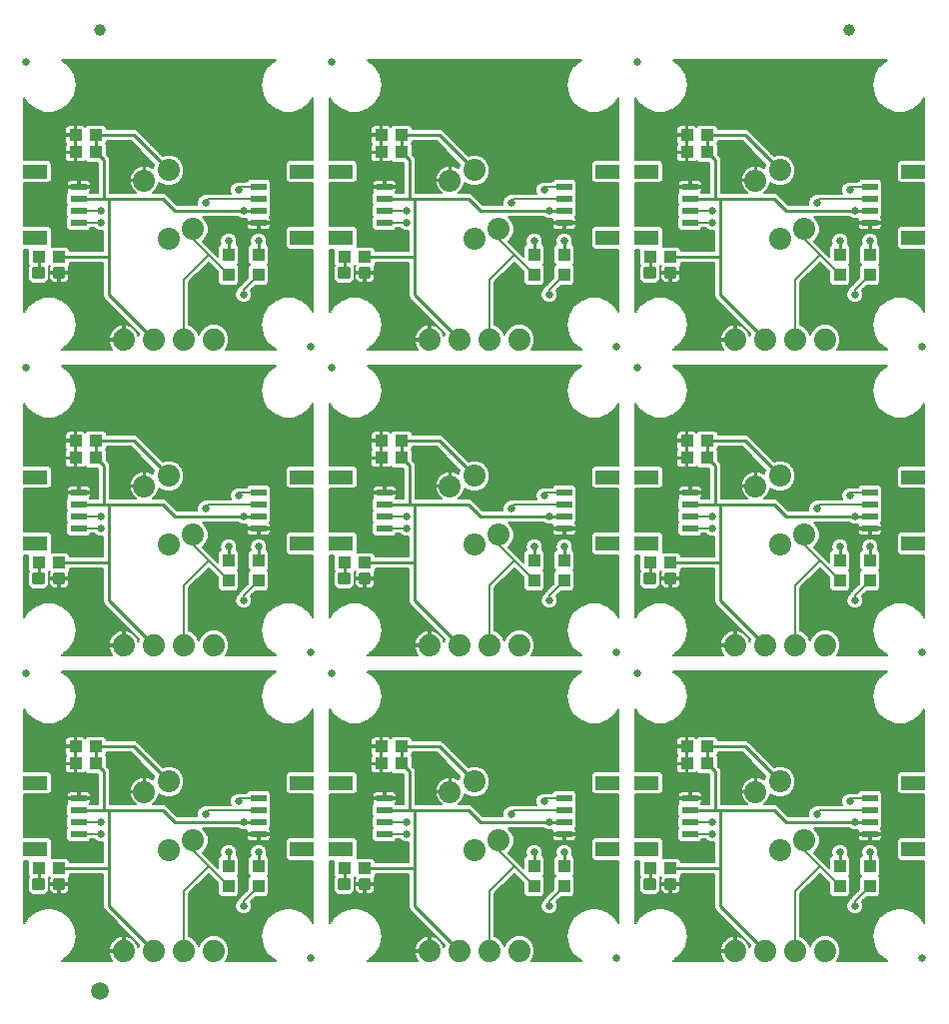
<source format=gtl>
G75*
%MOIN*%
%OFA0B0*%
%FSLAX25Y25*%
%IPPOS*%
%LPD*%
%AMOC8*
5,1,8,0,0,1.08239X$1,22.5*
%
%ADD10R,0.04331X0.03937*%
%ADD11C,0.01181*%
%ADD12R,0.07874X0.04724*%
%ADD13R,0.05315X0.02362*%
%ADD14C,0.07400*%
%ADD15R,0.03937X0.04331*%
%ADD16C,0.07382*%
%ADD17C,0.02500*%
%ADD18C,0.03937*%
%ADD19C,0.05906*%
%ADD20C,0.01000*%
%ADD21C,0.02600*%
%ADD22C,0.00600*%
D10*
X0035404Y0061250D03*
X0042096Y0061250D03*
X0047654Y0096250D03*
X0047654Y0102000D03*
X0054346Y0102000D03*
X0054346Y0096250D03*
X0042096Y0163250D03*
X0035404Y0163250D03*
X0047654Y0198250D03*
X0047654Y0204000D03*
X0054346Y0204000D03*
X0054346Y0198250D03*
X0042096Y0265250D03*
X0035404Y0265250D03*
X0047654Y0300250D03*
X0047654Y0306000D03*
X0054346Y0306000D03*
X0054346Y0300250D03*
X0137404Y0265250D03*
X0144096Y0265250D03*
X0149654Y0300250D03*
X0156346Y0300250D03*
X0156346Y0306000D03*
X0149654Y0306000D03*
X0239404Y0265250D03*
X0246096Y0265250D03*
X0251654Y0300250D03*
X0251654Y0306000D03*
X0258346Y0306000D03*
X0258346Y0300250D03*
X0258346Y0204000D03*
X0258346Y0198250D03*
X0251654Y0198250D03*
X0251654Y0204000D03*
X0246096Y0163250D03*
X0239404Y0163250D03*
X0251654Y0102000D03*
X0251654Y0096250D03*
X0258346Y0096250D03*
X0258346Y0102000D03*
X0246096Y0061250D03*
X0239404Y0061250D03*
X0156346Y0096250D03*
X0149654Y0096250D03*
X0149654Y0102000D03*
X0156346Y0102000D03*
X0144096Y0061250D03*
X0137404Y0061250D03*
X0137404Y0163250D03*
X0144096Y0163250D03*
X0149654Y0198250D03*
X0149654Y0204000D03*
X0156346Y0204000D03*
X0156346Y0198250D03*
D11*
X0142825Y0159378D02*
X0142825Y0156622D01*
X0142825Y0159378D02*
X0145581Y0159378D01*
X0145581Y0156622D01*
X0142825Y0156622D01*
X0142825Y0157802D02*
X0145581Y0157802D01*
X0145581Y0158982D02*
X0142825Y0158982D01*
X0135919Y0159378D02*
X0135919Y0156622D01*
X0135919Y0159378D02*
X0138675Y0159378D01*
X0138675Y0156622D01*
X0135919Y0156622D01*
X0135919Y0157802D02*
X0138675Y0157802D01*
X0138675Y0158982D02*
X0135919Y0158982D01*
X0040825Y0159378D02*
X0040825Y0156622D01*
X0040825Y0159378D02*
X0043581Y0159378D01*
X0043581Y0156622D01*
X0040825Y0156622D01*
X0040825Y0157802D02*
X0043581Y0157802D01*
X0043581Y0158982D02*
X0040825Y0158982D01*
X0033919Y0159378D02*
X0033919Y0156622D01*
X0033919Y0159378D02*
X0036675Y0159378D01*
X0036675Y0156622D01*
X0033919Y0156622D01*
X0033919Y0157802D02*
X0036675Y0157802D01*
X0036675Y0158982D02*
X0033919Y0158982D01*
X0033919Y0258622D02*
X0033919Y0261378D01*
X0036675Y0261378D01*
X0036675Y0258622D01*
X0033919Y0258622D01*
X0033919Y0259802D02*
X0036675Y0259802D01*
X0036675Y0260982D02*
X0033919Y0260982D01*
X0040825Y0261378D02*
X0040825Y0258622D01*
X0040825Y0261378D02*
X0043581Y0261378D01*
X0043581Y0258622D01*
X0040825Y0258622D01*
X0040825Y0259802D02*
X0043581Y0259802D01*
X0043581Y0260982D02*
X0040825Y0260982D01*
X0135919Y0261378D02*
X0135919Y0258622D01*
X0135919Y0261378D02*
X0138675Y0261378D01*
X0138675Y0258622D01*
X0135919Y0258622D01*
X0135919Y0259802D02*
X0138675Y0259802D01*
X0138675Y0260982D02*
X0135919Y0260982D01*
X0142825Y0261378D02*
X0142825Y0258622D01*
X0142825Y0261378D02*
X0145581Y0261378D01*
X0145581Y0258622D01*
X0142825Y0258622D01*
X0142825Y0259802D02*
X0145581Y0259802D01*
X0145581Y0260982D02*
X0142825Y0260982D01*
X0237919Y0261378D02*
X0237919Y0258622D01*
X0237919Y0261378D02*
X0240675Y0261378D01*
X0240675Y0258622D01*
X0237919Y0258622D01*
X0237919Y0259802D02*
X0240675Y0259802D01*
X0240675Y0260982D02*
X0237919Y0260982D01*
X0244825Y0261378D02*
X0244825Y0258622D01*
X0244825Y0261378D02*
X0247581Y0261378D01*
X0247581Y0258622D01*
X0244825Y0258622D01*
X0244825Y0259802D02*
X0247581Y0259802D01*
X0247581Y0260982D02*
X0244825Y0260982D01*
X0244825Y0159378D02*
X0244825Y0156622D01*
X0244825Y0159378D02*
X0247581Y0159378D01*
X0247581Y0156622D01*
X0244825Y0156622D01*
X0244825Y0157802D02*
X0247581Y0157802D01*
X0247581Y0158982D02*
X0244825Y0158982D01*
X0237919Y0159378D02*
X0237919Y0156622D01*
X0237919Y0159378D02*
X0240675Y0159378D01*
X0240675Y0156622D01*
X0237919Y0156622D01*
X0237919Y0157802D02*
X0240675Y0157802D01*
X0240675Y0158982D02*
X0237919Y0158982D01*
X0237919Y0057378D02*
X0237919Y0054622D01*
X0237919Y0057378D02*
X0240675Y0057378D01*
X0240675Y0054622D01*
X0237919Y0054622D01*
X0237919Y0055802D02*
X0240675Y0055802D01*
X0240675Y0056982D02*
X0237919Y0056982D01*
X0244825Y0057378D02*
X0244825Y0054622D01*
X0244825Y0057378D02*
X0247581Y0057378D01*
X0247581Y0054622D01*
X0244825Y0054622D01*
X0244825Y0055802D02*
X0247581Y0055802D01*
X0247581Y0056982D02*
X0244825Y0056982D01*
X0142825Y0057378D02*
X0142825Y0054622D01*
X0142825Y0057378D02*
X0145581Y0057378D01*
X0145581Y0054622D01*
X0142825Y0054622D01*
X0142825Y0055802D02*
X0145581Y0055802D01*
X0145581Y0056982D02*
X0142825Y0056982D01*
X0135919Y0057378D02*
X0135919Y0054622D01*
X0135919Y0057378D02*
X0138675Y0057378D01*
X0138675Y0054622D01*
X0135919Y0054622D01*
X0135919Y0055802D02*
X0138675Y0055802D01*
X0138675Y0056982D02*
X0135919Y0056982D01*
X0040825Y0057378D02*
X0040825Y0054622D01*
X0040825Y0057378D02*
X0043581Y0057378D01*
X0043581Y0054622D01*
X0040825Y0054622D01*
X0040825Y0055802D02*
X0043581Y0055802D01*
X0043581Y0056982D02*
X0040825Y0056982D01*
X0033919Y0057378D02*
X0033919Y0054622D01*
X0033919Y0057378D02*
X0036675Y0057378D01*
X0036675Y0054622D01*
X0033919Y0054622D01*
X0033919Y0055802D02*
X0036675Y0055802D01*
X0036675Y0056982D02*
X0033919Y0056982D01*
D12*
X0034281Y0067726D03*
X0034281Y0089774D03*
X0034281Y0169726D03*
X0034281Y0191774D03*
X0034281Y0271726D03*
X0034281Y0293774D03*
X0123219Y0293774D03*
X0136281Y0293774D03*
X0136281Y0271726D03*
X0123219Y0271726D03*
X0123219Y0191774D03*
X0136281Y0191774D03*
X0136281Y0169726D03*
X0123219Y0169726D03*
X0123219Y0089774D03*
X0136281Y0089774D03*
X0136281Y0067726D03*
X0123219Y0067726D03*
X0225219Y0067726D03*
X0238281Y0067726D03*
X0238281Y0089774D03*
X0225219Y0089774D03*
X0225219Y0169726D03*
X0238281Y0169726D03*
X0238281Y0191774D03*
X0225219Y0191774D03*
X0225219Y0271726D03*
X0238281Y0271726D03*
X0238281Y0293774D03*
X0225219Y0293774D03*
X0327219Y0293774D03*
X0327219Y0271726D03*
X0327219Y0191774D03*
X0327219Y0169726D03*
X0327219Y0089774D03*
X0327219Y0067726D03*
D13*
X0312750Y0072844D03*
X0312750Y0076781D03*
X0312750Y0080719D03*
X0312750Y0084656D03*
X0252750Y0084656D03*
X0252750Y0080719D03*
X0252750Y0076781D03*
X0252750Y0072844D03*
X0210750Y0072844D03*
X0210750Y0076781D03*
X0210750Y0080719D03*
X0210750Y0084656D03*
X0150750Y0084656D03*
X0150750Y0080719D03*
X0150750Y0076781D03*
X0150750Y0072844D03*
X0108750Y0072844D03*
X0108750Y0076781D03*
X0108750Y0080719D03*
X0108750Y0084656D03*
X0048750Y0084656D03*
X0048750Y0080719D03*
X0048750Y0076781D03*
X0048750Y0072844D03*
X0048750Y0174844D03*
X0048750Y0178781D03*
X0048750Y0182719D03*
X0048750Y0186656D03*
X0108750Y0186656D03*
X0108750Y0182719D03*
X0108750Y0178781D03*
X0108750Y0174844D03*
X0150750Y0174844D03*
X0150750Y0178781D03*
X0150750Y0182719D03*
X0150750Y0186656D03*
X0210750Y0186656D03*
X0210750Y0182719D03*
X0210750Y0178781D03*
X0210750Y0174844D03*
X0252750Y0174844D03*
X0252750Y0178781D03*
X0252750Y0182719D03*
X0252750Y0186656D03*
X0312750Y0186656D03*
X0312750Y0182719D03*
X0312750Y0178781D03*
X0312750Y0174844D03*
X0312750Y0276844D03*
X0312750Y0280781D03*
X0312750Y0284719D03*
X0312750Y0288656D03*
X0252750Y0288656D03*
X0252750Y0284719D03*
X0252750Y0280781D03*
X0252750Y0276844D03*
X0210750Y0276844D03*
X0210750Y0280781D03*
X0210750Y0284719D03*
X0210750Y0288656D03*
X0150750Y0288656D03*
X0150750Y0284719D03*
X0150750Y0280781D03*
X0150750Y0276844D03*
X0108750Y0276844D03*
X0108750Y0280781D03*
X0108750Y0284719D03*
X0108750Y0288656D03*
X0048750Y0288656D03*
X0048750Y0284719D03*
X0048750Y0280781D03*
X0048750Y0276844D03*
D14*
X0063750Y0237750D03*
X0073750Y0237750D03*
X0083750Y0237750D03*
X0093750Y0237750D03*
X0165750Y0237750D03*
X0175750Y0237750D03*
X0185750Y0237750D03*
X0195750Y0237750D03*
X0267750Y0237750D03*
X0277750Y0237750D03*
X0287750Y0237750D03*
X0297750Y0237750D03*
X0297750Y0135750D03*
X0287750Y0135750D03*
X0277750Y0135750D03*
X0267750Y0135750D03*
X0195750Y0135750D03*
X0185750Y0135750D03*
X0175750Y0135750D03*
X0165750Y0135750D03*
X0093750Y0135750D03*
X0083750Y0135750D03*
X0073750Y0135750D03*
X0063750Y0135750D03*
X0063750Y0033750D03*
X0073750Y0033750D03*
X0083750Y0033750D03*
X0093750Y0033750D03*
X0165750Y0033750D03*
X0175750Y0033750D03*
X0185750Y0033750D03*
X0195750Y0033750D03*
X0267750Y0033750D03*
X0277750Y0033750D03*
X0287750Y0033750D03*
X0297750Y0033750D03*
D15*
X0302750Y0055404D03*
X0302750Y0062096D03*
X0312750Y0062096D03*
X0312750Y0055404D03*
X0210750Y0055404D03*
X0210750Y0062096D03*
X0200750Y0062096D03*
X0200750Y0055404D03*
X0108750Y0055404D03*
X0108750Y0062096D03*
X0098750Y0062096D03*
X0098750Y0055404D03*
X0098750Y0157404D03*
X0098750Y0164096D03*
X0108750Y0164096D03*
X0108750Y0157404D03*
X0200750Y0157404D03*
X0200750Y0164096D03*
X0210750Y0164096D03*
X0210750Y0157404D03*
X0302750Y0157404D03*
X0302750Y0164096D03*
X0312750Y0164096D03*
X0312750Y0157404D03*
X0312750Y0259404D03*
X0312750Y0266096D03*
X0302750Y0266096D03*
X0302750Y0259404D03*
X0210750Y0259404D03*
X0210750Y0266096D03*
X0200750Y0266096D03*
X0200750Y0259404D03*
X0108750Y0259404D03*
X0108750Y0266096D03*
X0098750Y0266096D03*
X0098750Y0259404D03*
D16*
X0086879Y0274621D03*
X0078750Y0271254D03*
X0070621Y0290879D03*
X0078750Y0294246D03*
X0172621Y0290879D03*
X0180750Y0294246D03*
X0188879Y0274621D03*
X0180750Y0271254D03*
X0180750Y0192246D03*
X0172621Y0188879D03*
X0188879Y0172621D03*
X0180750Y0169254D03*
X0180750Y0090246D03*
X0172621Y0086879D03*
X0188879Y0070621D03*
X0180750Y0067254D03*
X0086879Y0070621D03*
X0078750Y0067254D03*
X0070621Y0086879D03*
X0078750Y0090246D03*
X0078750Y0169254D03*
X0086879Y0172621D03*
X0078750Y0192246D03*
X0070621Y0188879D03*
X0274621Y0188879D03*
X0282750Y0192246D03*
X0290879Y0172621D03*
X0282750Y0169254D03*
X0282750Y0090246D03*
X0274621Y0086879D03*
X0290879Y0070621D03*
X0282750Y0067254D03*
X0282750Y0271254D03*
X0290879Y0274621D03*
X0274621Y0290879D03*
X0282750Y0294246D03*
D17*
X0235250Y0330250D03*
X0133250Y0330250D03*
X0031250Y0330250D03*
X0126250Y0235250D03*
X0133250Y0228250D03*
X0228250Y0235250D03*
X0235250Y0228250D03*
X0330250Y0235250D03*
X0330250Y0133250D03*
X0235250Y0126250D03*
X0228250Y0133250D03*
X0133250Y0126250D03*
X0126250Y0133250D03*
X0031250Y0126250D03*
X0126250Y0031250D03*
X0228250Y0031250D03*
X0330250Y0031250D03*
X0031250Y0228250D03*
D18*
X0055750Y0341000D03*
X0305750Y0341000D03*
D19*
X0055750Y0020500D03*
D20*
X0073750Y0033750D02*
X0058750Y0048750D01*
X0058750Y0061250D01*
X0042096Y0061250D01*
X0035404Y0061250D02*
X0035404Y0056106D01*
X0035297Y0056000D01*
X0058750Y0061250D02*
X0058750Y0080719D01*
X0076781Y0080719D01*
X0080719Y0076781D01*
X0103750Y0076781D01*
X0108750Y0076781D01*
X0108750Y0066750D02*
X0108750Y0062096D01*
X0098750Y0062096D02*
X0098750Y0066750D01*
X0078750Y0090246D02*
X0066996Y0102000D01*
X0054346Y0102000D01*
X0054346Y0096250D01*
X0057000Y0093596D01*
X0057000Y0080719D01*
X0058750Y0080719D01*
X0057000Y0080719D02*
X0048750Y0080719D01*
X0073750Y0135750D02*
X0058750Y0150750D01*
X0058750Y0163250D01*
X0042096Y0163250D01*
X0035404Y0163250D02*
X0035404Y0158106D01*
X0035297Y0158000D01*
X0058750Y0163250D02*
X0058750Y0182719D01*
X0076781Y0182719D01*
X0080719Y0178781D01*
X0103750Y0178781D01*
X0108750Y0178781D01*
X0108750Y0168750D02*
X0108750Y0164096D01*
X0098750Y0164096D02*
X0098750Y0168750D01*
X0078750Y0192246D02*
X0066996Y0204000D01*
X0054346Y0204000D01*
X0054346Y0198250D01*
X0057000Y0195596D01*
X0057000Y0182719D01*
X0058750Y0182719D01*
X0057000Y0182719D02*
X0048750Y0182719D01*
X0073750Y0237750D02*
X0058750Y0252750D01*
X0058750Y0265250D01*
X0042096Y0265250D01*
X0035404Y0265250D02*
X0035404Y0260106D01*
X0035297Y0260000D01*
X0058750Y0265250D02*
X0058750Y0284719D01*
X0076781Y0284719D01*
X0080719Y0280781D01*
X0103750Y0280781D01*
X0108750Y0280781D01*
X0108750Y0270750D02*
X0108750Y0266096D01*
X0098750Y0266096D02*
X0098750Y0270750D01*
X0078750Y0294246D02*
X0066996Y0306000D01*
X0054346Y0306000D01*
X0054346Y0300250D01*
X0057000Y0297596D01*
X0057000Y0284719D01*
X0058750Y0284719D01*
X0057000Y0284719D02*
X0048750Y0284719D01*
X0137404Y0265250D02*
X0137404Y0260106D01*
X0137297Y0260000D01*
X0144096Y0265250D02*
X0160750Y0265250D01*
X0160750Y0284719D01*
X0178781Y0284719D01*
X0182719Y0280781D01*
X0205750Y0280781D01*
X0210750Y0280781D01*
X0210750Y0270750D02*
X0210750Y0266096D01*
X0200750Y0266096D02*
X0200750Y0270750D01*
X0180750Y0294246D02*
X0168996Y0306000D01*
X0156346Y0306000D01*
X0156346Y0300250D01*
X0159000Y0297596D01*
X0159000Y0284719D01*
X0160750Y0284719D01*
X0159000Y0284719D02*
X0150750Y0284719D01*
X0160750Y0265250D02*
X0160750Y0252750D01*
X0175750Y0237750D01*
X0168996Y0204000D02*
X0156346Y0204000D01*
X0156346Y0198250D01*
X0159000Y0195596D01*
X0159000Y0182719D01*
X0160750Y0182719D01*
X0160750Y0163250D01*
X0144096Y0163250D01*
X0137404Y0163250D02*
X0137404Y0158106D01*
X0137297Y0158000D01*
X0160750Y0163250D02*
X0160750Y0150750D01*
X0175750Y0135750D01*
X0200750Y0164096D02*
X0200750Y0168750D01*
X0210750Y0168750D02*
X0210750Y0164096D01*
X0210750Y0178781D02*
X0205750Y0178781D01*
X0182719Y0178781D01*
X0178781Y0182719D01*
X0160750Y0182719D01*
X0159000Y0182719D02*
X0150750Y0182719D01*
X0168996Y0204000D02*
X0180750Y0192246D01*
X0239404Y0163250D02*
X0239404Y0158106D01*
X0239297Y0158000D01*
X0246096Y0163250D02*
X0262750Y0163250D01*
X0262750Y0182719D01*
X0280781Y0182719D01*
X0284719Y0178781D01*
X0307750Y0178781D01*
X0312750Y0178781D01*
X0312750Y0168750D02*
X0312750Y0164096D01*
X0302750Y0164096D02*
X0302750Y0168750D01*
X0282750Y0192246D02*
X0270996Y0204000D01*
X0258346Y0204000D01*
X0258346Y0198250D01*
X0261000Y0195596D01*
X0261000Y0182719D01*
X0262750Y0182719D01*
X0261000Y0182719D02*
X0252750Y0182719D01*
X0262750Y0163250D02*
X0262750Y0150750D01*
X0277750Y0135750D01*
X0270996Y0102000D02*
X0258346Y0102000D01*
X0258346Y0096250D01*
X0261000Y0093596D01*
X0261000Y0080719D01*
X0262750Y0080719D01*
X0262750Y0061250D01*
X0246096Y0061250D01*
X0239404Y0061250D02*
X0239404Y0056106D01*
X0239297Y0056000D01*
X0262750Y0061250D02*
X0262750Y0048750D01*
X0277750Y0033750D01*
X0302750Y0062096D02*
X0302750Y0066750D01*
X0312750Y0066750D02*
X0312750Y0062096D01*
X0312750Y0076781D02*
X0307750Y0076781D01*
X0284719Y0076781D01*
X0280781Y0080719D01*
X0262750Y0080719D01*
X0261000Y0080719D02*
X0252750Y0080719D01*
X0270996Y0102000D02*
X0282750Y0090246D01*
X0210750Y0076781D02*
X0205750Y0076781D01*
X0182719Y0076781D01*
X0178781Y0080719D01*
X0160750Y0080719D01*
X0160750Y0061250D01*
X0144096Y0061250D01*
X0137404Y0061250D02*
X0137404Y0056106D01*
X0137297Y0056000D01*
X0160750Y0061250D02*
X0160750Y0048750D01*
X0175750Y0033750D01*
X0200750Y0062096D02*
X0200750Y0066750D01*
X0210750Y0066750D02*
X0210750Y0062096D01*
X0180750Y0090246D02*
X0168996Y0102000D01*
X0156346Y0102000D01*
X0156346Y0096250D01*
X0159000Y0093596D01*
X0159000Y0080719D01*
X0160750Y0080719D01*
X0159000Y0080719D02*
X0150750Y0080719D01*
X0277750Y0237750D02*
X0262750Y0252750D01*
X0262750Y0265250D01*
X0246096Y0265250D01*
X0239404Y0265250D02*
X0239404Y0260106D01*
X0239297Y0260000D01*
X0262750Y0265250D02*
X0262750Y0284719D01*
X0280781Y0284719D01*
X0284719Y0280781D01*
X0307750Y0280781D01*
X0312750Y0280781D01*
X0312750Y0270750D02*
X0312750Y0266096D01*
X0302750Y0266096D02*
X0302750Y0270750D01*
X0282750Y0294246D02*
X0270996Y0306000D01*
X0258346Y0306000D01*
X0258346Y0300250D01*
X0261000Y0297596D01*
X0261000Y0284719D01*
X0262750Y0284719D01*
X0261000Y0284719D02*
X0252750Y0284719D01*
D21*
X0260031Y0280781D03*
X0260094Y0276844D03*
X0257750Y0292750D03*
X0295000Y0283500D03*
X0306000Y0287750D03*
X0307750Y0280781D03*
X0302750Y0270750D03*
X0312750Y0270750D03*
X0307750Y0252750D03*
X0257750Y0190750D03*
X0260031Y0178781D03*
X0260094Y0174844D03*
X0295000Y0181500D03*
X0306000Y0185750D03*
X0307750Y0178781D03*
X0302750Y0168750D03*
X0312750Y0168750D03*
X0307750Y0150750D03*
X0257750Y0088750D03*
X0260031Y0076781D03*
X0260094Y0072844D03*
X0295000Y0079500D03*
X0306000Y0083750D03*
X0307750Y0076781D03*
X0302750Y0066750D03*
X0312750Y0066750D03*
X0307750Y0048750D03*
X0210750Y0066750D03*
X0200750Y0066750D03*
X0205750Y0076781D03*
X0204000Y0083750D03*
X0193000Y0079500D03*
X0205750Y0048750D03*
X0158094Y0072844D03*
X0158031Y0076781D03*
X0155750Y0088750D03*
X0108750Y0066750D03*
X0098750Y0066750D03*
X0103750Y0076781D03*
X0102000Y0083750D03*
X0091000Y0079500D03*
X0103750Y0048750D03*
X0056094Y0072844D03*
X0056031Y0076781D03*
X0053750Y0088750D03*
X0103750Y0150750D03*
X0098750Y0168750D03*
X0108750Y0168750D03*
X0103750Y0178781D03*
X0102000Y0185750D03*
X0091000Y0181500D03*
X0056031Y0178781D03*
X0056094Y0174844D03*
X0053750Y0190750D03*
X0103750Y0252750D03*
X0098750Y0270750D03*
X0108750Y0270750D03*
X0103750Y0280781D03*
X0102000Y0287750D03*
X0091000Y0283500D03*
X0056031Y0280781D03*
X0056094Y0276844D03*
X0053750Y0292750D03*
X0155750Y0292750D03*
X0158031Y0280781D03*
X0158094Y0276844D03*
X0193000Y0283500D03*
X0204000Y0287750D03*
X0205750Y0280781D03*
X0200750Y0270750D03*
X0210750Y0270750D03*
X0205750Y0252750D03*
X0155750Y0190750D03*
X0158031Y0178781D03*
X0158094Y0174844D03*
X0193000Y0181500D03*
X0204000Y0185750D03*
X0205750Y0178781D03*
X0200750Y0168750D03*
X0210750Y0168750D03*
X0205750Y0150750D03*
D22*
X0043421Y0030660D02*
X0043120Y0030550D01*
X0059895Y0030550D01*
X0059474Y0031129D01*
X0059116Y0031831D01*
X0058873Y0032579D01*
X0058750Y0033356D01*
X0058750Y0033450D01*
X0063450Y0033450D01*
X0063450Y0034050D01*
X0063450Y0038750D01*
X0063356Y0038750D01*
X0062579Y0038627D01*
X0061831Y0038384D01*
X0061129Y0038026D01*
X0060493Y0037564D01*
X0059936Y0037007D01*
X0059474Y0036371D01*
X0059116Y0035669D01*
X0058873Y0034921D01*
X0058750Y0034144D01*
X0058750Y0034050D01*
X0063450Y0034050D01*
X0064050Y0034050D01*
X0064050Y0038750D01*
X0064144Y0038750D01*
X0064921Y0038627D01*
X0065669Y0038384D01*
X0066371Y0038026D01*
X0067007Y0037564D01*
X0067564Y0037007D01*
X0068026Y0036371D01*
X0068384Y0035669D01*
X0068618Y0034948D01*
X0068942Y0035730D01*
X0056750Y0047922D01*
X0056750Y0049578D01*
X0056750Y0059250D01*
X0045762Y0059250D01*
X0045762Y0058660D01*
X0045294Y0058192D01*
X0045342Y0058108D01*
X0045471Y0057627D01*
X0045471Y0056300D01*
X0042503Y0056300D01*
X0042503Y0055700D01*
X0045471Y0055700D01*
X0045471Y0054373D01*
X0045342Y0053892D01*
X0045094Y0053461D01*
X0044742Y0053109D01*
X0044310Y0052860D01*
X0043830Y0052731D01*
X0042503Y0052731D01*
X0042503Y0055700D01*
X0041903Y0055700D01*
X0041903Y0052731D01*
X0040576Y0052731D01*
X0040095Y0052860D01*
X0039664Y0053109D01*
X0039312Y0053461D01*
X0039063Y0053892D01*
X0038934Y0054373D01*
X0038934Y0055700D01*
X0041903Y0055700D01*
X0041903Y0056300D01*
X0038934Y0056300D01*
X0038934Y0057627D01*
X0039046Y0058045D01*
X0038750Y0058341D01*
X0038709Y0058300D01*
X0038766Y0058244D01*
X0038766Y0053756D01*
X0037541Y0052531D01*
X0033053Y0052531D01*
X0031829Y0053756D01*
X0031829Y0058244D01*
X0031992Y0058407D01*
X0031738Y0058660D01*
X0031738Y0063840D01*
X0031763Y0063864D01*
X0030550Y0063864D01*
X0030550Y0042947D01*
X0031594Y0044755D01*
X0031594Y0044755D01*
X0034079Y0046840D01*
X0034079Y0046840D01*
X0037128Y0047950D01*
X0040372Y0047950D01*
X0043421Y0046840D01*
X0043421Y0046840D01*
X0045906Y0044755D01*
X0045906Y0044755D01*
X0047529Y0041945D01*
X0047529Y0041945D01*
X0048092Y0038750D01*
X0048092Y0038750D01*
X0047529Y0035555D01*
X0047529Y0035555D01*
X0045906Y0032745D01*
X0045906Y0032745D01*
X0043421Y0030660D01*
X0043421Y0030660D01*
X0043998Y0031144D02*
X0059466Y0031144D01*
X0059161Y0031743D02*
X0044711Y0031743D01*
X0045425Y0032341D02*
X0058950Y0032341D01*
X0058816Y0032940D02*
X0046019Y0032940D01*
X0045906Y0032745D02*
X0045906Y0032745D01*
X0046364Y0033538D02*
X0063450Y0033538D01*
X0063450Y0034137D02*
X0064050Y0034137D01*
X0064050Y0034735D02*
X0063450Y0034735D01*
X0063450Y0035334D02*
X0064050Y0035334D01*
X0064050Y0035932D02*
X0063450Y0035932D01*
X0063450Y0036531D02*
X0064050Y0036531D01*
X0064050Y0037129D02*
X0063450Y0037129D01*
X0063450Y0037728D02*
X0064050Y0037728D01*
X0064050Y0038326D02*
X0063450Y0038326D01*
X0061718Y0038326D02*
X0048017Y0038326D01*
X0048061Y0038925D02*
X0065747Y0038925D01*
X0065782Y0038326D02*
X0066345Y0038326D01*
X0066782Y0037728D02*
X0066944Y0037728D01*
X0067442Y0037129D02*
X0067542Y0037129D01*
X0067910Y0036531D02*
X0068141Y0036531D01*
X0068250Y0035932D02*
X0068739Y0035932D01*
X0068778Y0035334D02*
X0068493Y0035334D01*
X0065148Y0039523D02*
X0047956Y0039523D01*
X0047850Y0040122D02*
X0064550Y0040122D01*
X0063951Y0040720D02*
X0047745Y0040720D01*
X0047639Y0041319D02*
X0063353Y0041319D01*
X0062754Y0041917D02*
X0047533Y0041917D01*
X0047199Y0042516D02*
X0062156Y0042516D01*
X0061557Y0043114D02*
X0046854Y0043114D01*
X0046508Y0043713D02*
X0060959Y0043713D01*
X0060360Y0044311D02*
X0046162Y0044311D01*
X0045722Y0044910D02*
X0059762Y0044910D01*
X0059163Y0045508D02*
X0045008Y0045508D01*
X0044295Y0046107D02*
X0058565Y0046107D01*
X0057966Y0046705D02*
X0043582Y0046705D01*
X0042147Y0047304D02*
X0057368Y0047304D01*
X0056769Y0047902D02*
X0040503Y0047902D01*
X0036997Y0047902D02*
X0030550Y0047902D01*
X0030550Y0047304D02*
X0035353Y0047304D01*
X0033918Y0046705D02*
X0030550Y0046705D01*
X0030550Y0046107D02*
X0033205Y0046107D01*
X0032492Y0045508D02*
X0030550Y0045508D01*
X0030550Y0044910D02*
X0031778Y0044910D01*
X0031594Y0044755D02*
X0031594Y0044755D01*
X0031338Y0044311D02*
X0030550Y0044311D01*
X0030550Y0043713D02*
X0030992Y0043713D01*
X0030646Y0043114D02*
X0030550Y0043114D01*
X0030550Y0048501D02*
X0056750Y0048501D01*
X0056750Y0049099D02*
X0030550Y0049099D01*
X0030550Y0049698D02*
X0056750Y0049698D01*
X0056750Y0050296D02*
X0030550Y0050296D01*
X0030550Y0050895D02*
X0056750Y0050895D01*
X0056750Y0051493D02*
X0030550Y0051493D01*
X0030550Y0052092D02*
X0056750Y0052092D01*
X0056750Y0052690D02*
X0037700Y0052690D01*
X0038299Y0053289D02*
X0039484Y0053289D01*
X0039066Y0053887D02*
X0038766Y0053887D01*
X0038766Y0054486D02*
X0038934Y0054486D01*
X0038934Y0055084D02*
X0038766Y0055084D01*
X0038766Y0055683D02*
X0038934Y0055683D01*
X0038766Y0056282D02*
X0041903Y0056282D01*
X0041903Y0055683D02*
X0042503Y0055683D01*
X0042503Y0055084D02*
X0041903Y0055084D01*
X0041903Y0054486D02*
X0042503Y0054486D01*
X0042503Y0053887D02*
X0041903Y0053887D01*
X0041903Y0053289D02*
X0042503Y0053289D01*
X0044921Y0053289D02*
X0056750Y0053289D01*
X0056750Y0053887D02*
X0045340Y0053887D01*
X0045471Y0054486D02*
X0056750Y0054486D01*
X0056750Y0055084D02*
X0045471Y0055084D01*
X0045471Y0055683D02*
X0056750Y0055683D01*
X0056750Y0056282D02*
X0042503Y0056282D01*
X0045471Y0056880D02*
X0056750Y0056880D01*
X0056750Y0057479D02*
X0045471Y0057479D01*
X0045351Y0058077D02*
X0056750Y0058077D01*
X0056750Y0058676D02*
X0045762Y0058676D01*
X0045762Y0063250D02*
X0045762Y0063840D01*
X0044883Y0064718D01*
X0039694Y0064718D01*
X0039718Y0064743D01*
X0039718Y0070710D01*
X0038840Y0071589D01*
X0030550Y0071589D01*
X0030550Y0085911D01*
X0038840Y0085911D01*
X0039718Y0086790D01*
X0039718Y0092757D01*
X0038840Y0093636D01*
X0030550Y0093636D01*
X0030550Y0114553D01*
X0031594Y0112745D01*
X0034079Y0110660D01*
X0037128Y0109550D01*
X0040372Y0109550D01*
X0043421Y0110660D01*
X0045906Y0112745D01*
X0045906Y0112745D01*
X0045906Y0112745D01*
X0047529Y0115555D01*
X0048092Y0118750D01*
X0047529Y0121945D01*
X0045906Y0124755D01*
X0043421Y0126840D01*
X0043120Y0126950D01*
X0114380Y0126950D01*
X0114079Y0126840D01*
X0111594Y0124755D01*
X0111594Y0124755D01*
X0109971Y0121945D01*
X0109408Y0118750D01*
X0109971Y0115555D01*
X0111594Y0112745D01*
X0114079Y0110660D01*
X0117128Y0109550D01*
X0120372Y0109550D01*
X0123421Y0110660D01*
X0125906Y0112745D01*
X0125906Y0112745D01*
X0125906Y0112745D01*
X0126950Y0114553D01*
X0126950Y0093636D01*
X0118660Y0093636D01*
X0117781Y0092757D01*
X0117781Y0086790D01*
X0118660Y0085911D01*
X0126950Y0085911D01*
X0126950Y0071589D01*
X0118660Y0071589D01*
X0117781Y0070710D01*
X0117781Y0064743D01*
X0118660Y0063864D01*
X0126950Y0063864D01*
X0126950Y0042947D01*
X0125906Y0044755D01*
X0123421Y0046840D01*
X0120372Y0047950D01*
X0117128Y0047950D01*
X0114079Y0046840D01*
X0111594Y0044755D01*
X0111594Y0044755D01*
X0109971Y0041945D01*
X0109408Y0038750D01*
X0109971Y0035555D01*
X0111594Y0032745D01*
X0114079Y0030660D01*
X0114380Y0030550D01*
X0097904Y0030550D01*
X0098158Y0030804D01*
X0098950Y0032716D01*
X0098950Y0034784D01*
X0098158Y0036696D01*
X0096696Y0038158D01*
X0094784Y0038950D01*
X0092716Y0038950D01*
X0090804Y0038158D01*
X0089342Y0036696D01*
X0088750Y0035267D01*
X0088158Y0036696D01*
X0086696Y0038158D01*
X0085550Y0038633D01*
X0085550Y0053004D01*
X0092077Y0059531D01*
X0095281Y0056326D01*
X0095281Y0052617D01*
X0096160Y0051738D01*
X0101340Y0051738D01*
X0102218Y0052617D01*
X0102218Y0058190D01*
X0101659Y0058750D01*
X0102218Y0059310D01*
X0102218Y0064883D01*
X0101362Y0065739D01*
X0101550Y0066193D01*
X0101550Y0067307D01*
X0101124Y0068336D01*
X0100336Y0069124D01*
X0099307Y0069550D01*
X0098193Y0069550D01*
X0097164Y0069124D01*
X0096376Y0068336D01*
X0095950Y0067307D01*
X0095950Y0066193D01*
X0096138Y0065739D01*
X0095281Y0064883D01*
X0095281Y0061418D01*
X0093877Y0062822D01*
X0092822Y0063877D01*
X0090149Y0066550D01*
X0091280Y0067681D01*
X0092070Y0069588D01*
X0092070Y0071654D01*
X0091280Y0073561D01*
X0090060Y0074781D01*
X0101790Y0074781D01*
X0102164Y0074408D01*
X0103193Y0073981D01*
X0104307Y0073981D01*
X0104793Y0074183D01*
X0104793Y0073135D01*
X0108459Y0073135D01*
X0108459Y0072554D01*
X0104793Y0072554D01*
X0104793Y0071492D01*
X0104881Y0071162D01*
X0105052Y0070865D01*
X0105294Y0070623D01*
X0105591Y0070452D01*
X0105921Y0070363D01*
X0108459Y0070363D01*
X0108459Y0072554D01*
X0109041Y0072554D01*
X0109041Y0073135D01*
X0112707Y0073135D01*
X0112707Y0074197D01*
X0112619Y0074527D01*
X0112559Y0074631D01*
X0112907Y0074979D01*
X0112907Y0078584D01*
X0112741Y0078750D01*
X0112907Y0078916D01*
X0112907Y0082521D01*
X0112741Y0082687D01*
X0112907Y0082853D01*
X0112907Y0086458D01*
X0112029Y0087337D01*
X0105471Y0087337D01*
X0104593Y0086458D01*
X0104593Y0086455D01*
X0102785Y0086455D01*
X0102557Y0086550D01*
X0101443Y0086550D01*
X0100414Y0086124D01*
X0099626Y0085336D01*
X0099200Y0084307D01*
X0099200Y0083193D01*
X0099479Y0082518D01*
X0091473Y0082518D01*
X0091254Y0082300D01*
X0090443Y0082300D01*
X0089414Y0081874D01*
X0088626Y0081086D01*
X0088200Y0080057D01*
X0088200Y0078943D01*
X0088267Y0078781D01*
X0081547Y0078781D01*
X0077610Y0082718D01*
X0073386Y0082718D01*
X0073872Y0083072D01*
X0074428Y0083628D01*
X0074890Y0084263D01*
X0075246Y0084963D01*
X0075489Y0085710D01*
X0075551Y0086104D01*
X0075810Y0085845D01*
X0077717Y0085055D01*
X0079783Y0085055D01*
X0081690Y0085845D01*
X0083151Y0087306D01*
X0083941Y0089214D01*
X0083941Y0091279D01*
X0083151Y0093186D01*
X0081690Y0094647D01*
X0079783Y0095437D01*
X0077717Y0095437D01*
X0076777Y0095047D01*
X0067824Y0104000D01*
X0058012Y0104000D01*
X0058012Y0104590D01*
X0057133Y0105468D01*
X0051560Y0105468D01*
X0050859Y0104767D01*
X0050617Y0105009D01*
X0050321Y0105180D01*
X0049990Y0105268D01*
X0047954Y0105268D01*
X0047954Y0102300D01*
X0047354Y0102300D01*
X0047354Y0105268D01*
X0045317Y0105268D01*
X0044986Y0105180D01*
X0044690Y0105009D01*
X0044448Y0104767D01*
X0044277Y0104470D01*
X0044188Y0104140D01*
X0044188Y0102300D01*
X0047353Y0102300D01*
X0047353Y0101700D01*
X0044188Y0101700D01*
X0044188Y0099860D01*
X0044277Y0099530D01*
X0044448Y0099233D01*
X0044556Y0099125D01*
X0044448Y0099017D01*
X0044277Y0098720D01*
X0044188Y0098390D01*
X0044188Y0096550D01*
X0047353Y0096550D01*
X0047353Y0095950D01*
X0044188Y0095950D01*
X0044188Y0094110D01*
X0044277Y0093780D01*
X0044448Y0093483D01*
X0044690Y0093241D01*
X0044986Y0093070D01*
X0045317Y0092981D01*
X0047354Y0092981D01*
X0047354Y0095950D01*
X0047954Y0095950D01*
X0047954Y0092981D01*
X0049990Y0092981D01*
X0050321Y0093070D01*
X0050617Y0093241D01*
X0050859Y0093483D01*
X0051560Y0092781D01*
X0054987Y0092781D01*
X0055000Y0092768D01*
X0055000Y0082718D01*
X0052710Y0082718D01*
X0052559Y0082869D01*
X0052619Y0082973D01*
X0052707Y0083303D01*
X0052707Y0084365D01*
X0049041Y0084365D01*
X0049041Y0084946D01*
X0052707Y0084946D01*
X0052707Y0086008D01*
X0052619Y0086338D01*
X0052448Y0086635D01*
X0052206Y0086877D01*
X0051909Y0087048D01*
X0051579Y0087137D01*
X0049041Y0087137D01*
X0049041Y0084946D01*
X0048459Y0084946D01*
X0048459Y0084365D01*
X0044793Y0084365D01*
X0044793Y0083303D01*
X0044881Y0082973D01*
X0044941Y0082869D01*
X0044593Y0082521D01*
X0044593Y0078916D01*
X0044759Y0078750D01*
X0044593Y0078584D01*
X0044593Y0074979D01*
X0044759Y0074813D01*
X0044593Y0074647D01*
X0044593Y0071042D01*
X0045471Y0070163D01*
X0052029Y0070163D01*
X0052907Y0071042D01*
X0052907Y0071044D01*
X0053935Y0071044D01*
X0054508Y0070471D01*
X0055538Y0070044D01*
X0056651Y0070044D01*
X0056750Y0070085D01*
X0056750Y0063250D01*
X0045762Y0063250D01*
X0045762Y0063464D02*
X0056750Y0063464D01*
X0056750Y0064062D02*
X0045539Y0064062D01*
X0044941Y0064661D02*
X0056750Y0064661D01*
X0056750Y0065259D02*
X0039718Y0065259D01*
X0039718Y0065858D02*
X0056750Y0065858D01*
X0056750Y0066456D02*
X0039718Y0066456D01*
X0039718Y0067055D02*
X0056750Y0067055D01*
X0056750Y0067653D02*
X0039718Y0067653D01*
X0039718Y0068252D02*
X0056750Y0068252D01*
X0056750Y0068850D02*
X0039718Y0068850D01*
X0039718Y0069449D02*
X0056750Y0069449D01*
X0056750Y0070047D02*
X0056658Y0070047D01*
X0055531Y0070047D02*
X0039718Y0070047D01*
X0039718Y0070646D02*
X0044989Y0070646D01*
X0044593Y0071244D02*
X0039184Y0071244D01*
X0044593Y0071843D02*
X0030550Y0071843D01*
X0030550Y0072441D02*
X0044593Y0072441D01*
X0044593Y0073040D02*
X0030550Y0073040D01*
X0030550Y0073638D02*
X0044593Y0073638D01*
X0044593Y0074237D02*
X0030550Y0074237D01*
X0030550Y0074835D02*
X0044736Y0074835D01*
X0044593Y0075434D02*
X0030550Y0075434D01*
X0030550Y0076032D02*
X0044593Y0076032D01*
X0044593Y0076631D02*
X0030550Y0076631D01*
X0030550Y0077229D02*
X0044593Y0077229D01*
X0044593Y0077828D02*
X0030550Y0077828D01*
X0030550Y0078426D02*
X0044593Y0078426D01*
X0044593Y0079025D02*
X0030550Y0079025D01*
X0030550Y0079623D02*
X0044593Y0079623D01*
X0044593Y0080222D02*
X0030550Y0080222D01*
X0030550Y0080820D02*
X0044593Y0080820D01*
X0044593Y0081419D02*
X0030550Y0081419D01*
X0030550Y0082018D02*
X0044593Y0082018D01*
X0044688Y0082616D02*
X0030550Y0082616D01*
X0030550Y0083215D02*
X0044816Y0083215D01*
X0044793Y0083813D02*
X0030550Y0083813D01*
X0030550Y0084412D02*
X0048459Y0084412D01*
X0048459Y0084946D02*
X0044793Y0084946D01*
X0044793Y0086008D01*
X0044881Y0086338D01*
X0045052Y0086635D01*
X0045294Y0086877D01*
X0045591Y0087048D01*
X0045921Y0087137D01*
X0048459Y0087137D01*
X0048459Y0084946D01*
X0048459Y0085010D02*
X0049041Y0085010D01*
X0049041Y0084412D02*
X0055000Y0084412D01*
X0055000Y0085010D02*
X0052707Y0085010D01*
X0052707Y0085609D02*
X0055000Y0085609D01*
X0055000Y0086207D02*
X0052654Y0086207D01*
X0052277Y0086806D02*
X0055000Y0086806D01*
X0055000Y0087404D02*
X0039718Y0087404D01*
X0039718Y0086806D02*
X0045223Y0086806D01*
X0044846Y0086207D02*
X0039135Y0086207D01*
X0039718Y0088003D02*
X0055000Y0088003D01*
X0055000Y0088601D02*
X0039718Y0088601D01*
X0039718Y0089200D02*
X0055000Y0089200D01*
X0055000Y0089798D02*
X0039718Y0089798D01*
X0039718Y0090397D02*
X0055000Y0090397D01*
X0055000Y0090995D02*
X0039718Y0090995D01*
X0039718Y0091594D02*
X0055000Y0091594D01*
X0055000Y0092192D02*
X0039718Y0092192D01*
X0039685Y0092791D02*
X0051551Y0092791D01*
X0050952Y0093389D02*
X0050765Y0093389D01*
X0047954Y0093389D02*
X0047354Y0093389D01*
X0047354Y0093988D02*
X0047954Y0093988D01*
X0047954Y0094586D02*
X0047354Y0094586D01*
X0047354Y0095185D02*
X0047954Y0095185D01*
X0047954Y0095783D02*
X0047354Y0095783D01*
X0047353Y0096382D02*
X0030550Y0096382D01*
X0030550Y0096980D02*
X0044188Y0096980D01*
X0044188Y0097579D02*
X0030550Y0097579D01*
X0030550Y0098177D02*
X0044188Y0098177D01*
X0044309Y0098776D02*
X0030550Y0098776D01*
X0030550Y0099374D02*
X0044366Y0099374D01*
X0044188Y0099973D02*
X0030550Y0099973D01*
X0030550Y0100571D02*
X0044188Y0100571D01*
X0044188Y0101170D02*
X0030550Y0101170D01*
X0030550Y0101768D02*
X0047353Y0101768D01*
X0047354Y0101700D02*
X0047954Y0101700D01*
X0047954Y0096550D01*
X0047354Y0096550D01*
X0047354Y0099518D01*
X0047354Y0101700D01*
X0047354Y0101170D02*
X0047954Y0101170D01*
X0047954Y0100571D02*
X0047354Y0100571D01*
X0047354Y0099973D02*
X0047954Y0099973D01*
X0047954Y0099374D02*
X0047354Y0099374D01*
X0047354Y0098776D02*
X0047954Y0098776D01*
X0047954Y0098177D02*
X0047354Y0098177D01*
X0047354Y0097579D02*
X0047954Y0097579D01*
X0047954Y0096980D02*
X0047354Y0096980D01*
X0044188Y0095783D02*
X0030550Y0095783D01*
X0030550Y0095185D02*
X0044188Y0095185D01*
X0044188Y0094586D02*
X0030550Y0094586D01*
X0030550Y0093988D02*
X0044221Y0093988D01*
X0044542Y0093389D02*
X0039086Y0093389D01*
X0044793Y0085609D02*
X0030550Y0085609D01*
X0030550Y0085010D02*
X0044793Y0085010D01*
X0048459Y0085609D02*
X0049041Y0085609D01*
X0049041Y0086207D02*
X0048459Y0086207D01*
X0048459Y0086806D02*
X0049041Y0086806D01*
X0052707Y0083813D02*
X0055000Y0083813D01*
X0055000Y0083215D02*
X0052684Y0083215D01*
X0059000Y0083215D02*
X0067227Y0083215D01*
X0067370Y0083072D02*
X0067856Y0082718D01*
X0059000Y0082718D01*
X0059000Y0094425D01*
X0058012Y0095413D01*
X0058012Y0098840D01*
X0057727Y0099125D01*
X0058012Y0099410D01*
X0058012Y0100000D01*
X0066168Y0100000D01*
X0073949Y0092219D01*
X0073559Y0091279D01*
X0073559Y0090913D01*
X0073237Y0091148D01*
X0072537Y0091504D01*
X0071790Y0091747D01*
X0071014Y0091870D01*
X0070921Y0091870D01*
X0070921Y0087179D01*
X0070321Y0087179D01*
X0070321Y0091870D01*
X0070228Y0091870D01*
X0069452Y0091747D01*
X0068705Y0091504D01*
X0068005Y0091148D01*
X0067370Y0090686D01*
X0066814Y0090130D01*
X0066352Y0089495D01*
X0065996Y0088795D01*
X0065753Y0088048D01*
X0065630Y0087272D01*
X0065630Y0087179D01*
X0070321Y0087179D01*
X0070321Y0086579D01*
X0065630Y0086579D01*
X0065630Y0086486D01*
X0065753Y0085710D01*
X0065996Y0084963D01*
X0066352Y0084263D01*
X0066814Y0083628D01*
X0067370Y0083072D01*
X0066679Y0083813D02*
X0059000Y0083813D01*
X0059000Y0084412D02*
X0066277Y0084412D01*
X0065980Y0085010D02*
X0059000Y0085010D01*
X0059000Y0085609D02*
X0065786Y0085609D01*
X0065674Y0086207D02*
X0059000Y0086207D01*
X0059000Y0086806D02*
X0070321Y0086806D01*
X0070321Y0087404D02*
X0070921Y0087404D01*
X0070921Y0088003D02*
X0070321Y0088003D01*
X0070321Y0088601D02*
X0070921Y0088601D01*
X0070921Y0089200D02*
X0070321Y0089200D01*
X0070321Y0089798D02*
X0070921Y0089798D01*
X0070921Y0090397D02*
X0070321Y0090397D01*
X0070321Y0090995D02*
X0070921Y0090995D01*
X0070921Y0091594D02*
X0070321Y0091594D01*
X0068981Y0091594D02*
X0059000Y0091594D01*
X0059000Y0092192D02*
X0073937Y0092192D01*
X0073690Y0091594D02*
X0072262Y0091594D01*
X0073447Y0090995D02*
X0073559Y0090995D01*
X0073377Y0092791D02*
X0059000Y0092791D01*
X0059000Y0093389D02*
X0072778Y0093389D01*
X0072180Y0093988D02*
X0059000Y0093988D01*
X0058839Y0094586D02*
X0071581Y0094586D01*
X0070983Y0095185D02*
X0058240Y0095185D01*
X0058012Y0095783D02*
X0070384Y0095783D01*
X0069786Y0096382D02*
X0058012Y0096382D01*
X0058012Y0096980D02*
X0069187Y0096980D01*
X0068589Y0097579D02*
X0058012Y0097579D01*
X0058012Y0098177D02*
X0067990Y0098177D01*
X0067392Y0098776D02*
X0058012Y0098776D01*
X0057976Y0099374D02*
X0066793Y0099374D01*
X0066195Y0099973D02*
X0058012Y0099973D01*
X0058012Y0104162D02*
X0126950Y0104162D01*
X0126950Y0103564D02*
X0068261Y0103564D01*
X0068859Y0102965D02*
X0126950Y0102965D01*
X0126950Y0102367D02*
X0069458Y0102367D01*
X0070056Y0101768D02*
X0126950Y0101768D01*
X0126950Y0101170D02*
X0070655Y0101170D01*
X0071253Y0100571D02*
X0126950Y0100571D01*
X0126950Y0099973D02*
X0071852Y0099973D01*
X0072450Y0099374D02*
X0126950Y0099374D01*
X0126950Y0098776D02*
X0073049Y0098776D01*
X0073647Y0098177D02*
X0126950Y0098177D01*
X0126950Y0097579D02*
X0074246Y0097579D01*
X0074844Y0096980D02*
X0126950Y0096980D01*
X0126950Y0096382D02*
X0075443Y0096382D01*
X0076041Y0095783D02*
X0126950Y0095783D01*
X0126950Y0095185D02*
X0080392Y0095185D01*
X0081751Y0094586D02*
X0126950Y0094586D01*
X0126950Y0093988D02*
X0082349Y0093988D01*
X0082948Y0093389D02*
X0118414Y0093389D01*
X0117815Y0092791D02*
X0083315Y0092791D01*
X0083563Y0092192D02*
X0117781Y0092192D01*
X0117781Y0091594D02*
X0083810Y0091594D01*
X0083941Y0090995D02*
X0117781Y0090995D01*
X0117781Y0090397D02*
X0083941Y0090397D01*
X0083941Y0089798D02*
X0117781Y0089798D01*
X0117781Y0089200D02*
X0083935Y0089200D01*
X0083687Y0088601D02*
X0117781Y0088601D01*
X0117781Y0088003D02*
X0083439Y0088003D01*
X0083191Y0087404D02*
X0117781Y0087404D01*
X0117781Y0086806D02*
X0112560Y0086806D01*
X0112907Y0086207D02*
X0118364Y0086207D01*
X0112907Y0085609D02*
X0126950Y0085609D01*
X0126950Y0085010D02*
X0112907Y0085010D01*
X0112907Y0084412D02*
X0126950Y0084412D01*
X0126950Y0083813D02*
X0112907Y0083813D01*
X0112907Y0083215D02*
X0126950Y0083215D01*
X0126950Y0082616D02*
X0112812Y0082616D01*
X0112907Y0082018D02*
X0126950Y0082018D01*
X0126950Y0081419D02*
X0112907Y0081419D01*
X0112907Y0080820D02*
X0126950Y0080820D01*
X0126950Y0080222D02*
X0112907Y0080222D01*
X0112907Y0079623D02*
X0126950Y0079623D01*
X0126950Y0079025D02*
X0112907Y0079025D01*
X0112907Y0078426D02*
X0126950Y0078426D01*
X0126950Y0077828D02*
X0112907Y0077828D01*
X0112907Y0077229D02*
X0126950Y0077229D01*
X0126950Y0076631D02*
X0112907Y0076631D01*
X0112907Y0076032D02*
X0126950Y0076032D01*
X0126950Y0075434D02*
X0112907Y0075434D01*
X0112764Y0074835D02*
X0126950Y0074835D01*
X0126950Y0074237D02*
X0112697Y0074237D01*
X0112707Y0073638D02*
X0126950Y0073638D01*
X0126950Y0073040D02*
X0109041Y0073040D01*
X0109041Y0072554D02*
X0112707Y0072554D01*
X0112707Y0071492D01*
X0112619Y0071162D01*
X0112448Y0070865D01*
X0112206Y0070623D01*
X0111909Y0070452D01*
X0111579Y0070363D01*
X0109041Y0070363D01*
X0109041Y0072554D01*
X0109041Y0072441D02*
X0108459Y0072441D01*
X0108459Y0071843D02*
X0109041Y0071843D01*
X0109041Y0071244D02*
X0108459Y0071244D01*
X0108459Y0070646D02*
X0109041Y0070646D01*
X0109307Y0069550D02*
X0108193Y0069550D01*
X0107164Y0069124D01*
X0106376Y0068336D01*
X0105950Y0067307D01*
X0105950Y0066193D01*
X0106138Y0065739D01*
X0105281Y0064883D01*
X0105281Y0059310D01*
X0105841Y0058750D01*
X0105281Y0058190D01*
X0105281Y0054481D01*
X0101950Y0051149D01*
X0101950Y0050910D01*
X0101376Y0050336D01*
X0100950Y0049307D01*
X0100950Y0048193D01*
X0101376Y0047164D01*
X0102164Y0046376D01*
X0103193Y0045950D01*
X0104307Y0045950D01*
X0105336Y0046376D01*
X0106124Y0047164D01*
X0106550Y0048193D01*
X0106550Y0049307D01*
X0106154Y0050262D01*
X0107630Y0051738D01*
X0111340Y0051738D01*
X0112218Y0052617D01*
X0112218Y0058190D01*
X0111659Y0058750D01*
X0112218Y0059310D01*
X0112218Y0064883D01*
X0111362Y0065739D01*
X0111550Y0066193D01*
X0111550Y0067307D01*
X0111124Y0068336D01*
X0110336Y0069124D01*
X0109307Y0069550D01*
X0109551Y0069449D02*
X0117781Y0069449D01*
X0117781Y0070047D02*
X0092070Y0070047D01*
X0092070Y0070646D02*
X0105272Y0070646D01*
X0104859Y0071244D02*
X0092070Y0071244D01*
X0091992Y0071843D02*
X0104793Y0071843D01*
X0104793Y0072441D02*
X0091744Y0072441D01*
X0091496Y0073040D02*
X0108459Y0073040D01*
X0107949Y0069449D02*
X0099551Y0069449D01*
X0100610Y0068850D02*
X0106890Y0068850D01*
X0106341Y0068252D02*
X0101159Y0068252D01*
X0101407Y0067653D02*
X0106093Y0067653D01*
X0105950Y0067055D02*
X0101550Y0067055D01*
X0101550Y0066456D02*
X0105950Y0066456D01*
X0106089Y0065858D02*
X0101411Y0065858D01*
X0101842Y0065259D02*
X0105658Y0065259D01*
X0105281Y0064661D02*
X0102218Y0064661D01*
X0102218Y0064062D02*
X0105281Y0064062D01*
X0105281Y0063464D02*
X0102218Y0063464D01*
X0102218Y0062865D02*
X0105281Y0062865D01*
X0105281Y0062267D02*
X0102218Y0062267D01*
X0102218Y0061668D02*
X0105281Y0061668D01*
X0105281Y0061070D02*
X0102218Y0061070D01*
X0102218Y0060471D02*
X0105281Y0060471D01*
X0105281Y0059873D02*
X0102218Y0059873D01*
X0102183Y0059274D02*
X0105317Y0059274D01*
X0105767Y0058676D02*
X0101733Y0058676D01*
X0102218Y0058077D02*
X0105281Y0058077D01*
X0105281Y0057479D02*
X0102218Y0057479D01*
X0102218Y0056880D02*
X0105281Y0056880D01*
X0105281Y0056282D02*
X0102218Y0056282D01*
X0102218Y0055683D02*
X0105281Y0055683D01*
X0105281Y0055084D02*
X0102218Y0055084D01*
X0102218Y0054486D02*
X0105281Y0054486D01*
X0104688Y0053887D02*
X0102218Y0053887D01*
X0102218Y0053289D02*
X0104090Y0053289D01*
X0103491Y0052690D02*
X0102218Y0052690D01*
X0101694Y0052092D02*
X0102893Y0052092D01*
X0102294Y0051493D02*
X0085550Y0051493D01*
X0085550Y0050895D02*
X0101935Y0050895D01*
X0101360Y0050296D02*
X0085550Y0050296D01*
X0085550Y0049698D02*
X0101112Y0049698D01*
X0100950Y0049099D02*
X0085550Y0049099D01*
X0085550Y0048501D02*
X0100950Y0048501D01*
X0101070Y0047902D02*
X0085550Y0047902D01*
X0085550Y0047304D02*
X0101318Y0047304D01*
X0101835Y0046705D02*
X0085550Y0046705D01*
X0085550Y0046107D02*
X0102814Y0046107D01*
X0104686Y0046107D02*
X0113205Y0046107D01*
X0113918Y0046705D02*
X0105665Y0046705D01*
X0106182Y0047304D02*
X0115353Y0047304D01*
X0114079Y0046840D02*
X0114079Y0046840D01*
X0112492Y0045508D02*
X0085550Y0045508D01*
X0085550Y0044910D02*
X0111778Y0044910D01*
X0111594Y0044755D02*
X0111594Y0044755D01*
X0111338Y0044311D02*
X0085550Y0044311D01*
X0085550Y0043713D02*
X0110992Y0043713D01*
X0110646Y0043114D02*
X0085550Y0043114D01*
X0085550Y0042516D02*
X0110301Y0042516D01*
X0109971Y0041945D02*
X0109971Y0041945D01*
X0109967Y0041917D02*
X0085550Y0041917D01*
X0085550Y0041319D02*
X0109861Y0041319D01*
X0109755Y0040720D02*
X0085550Y0040720D01*
X0085550Y0040122D02*
X0109650Y0040122D01*
X0109544Y0039523D02*
X0085550Y0039523D01*
X0085550Y0038925D02*
X0092655Y0038925D01*
X0091210Y0038326D02*
X0086290Y0038326D01*
X0087126Y0037728D02*
X0090374Y0037728D01*
X0089775Y0037129D02*
X0087725Y0037129D01*
X0088227Y0036531D02*
X0089273Y0036531D01*
X0089025Y0035932D02*
X0088475Y0035932D01*
X0088722Y0035334D02*
X0088778Y0035334D01*
X0083750Y0033750D02*
X0083750Y0053750D01*
X0092077Y0062077D01*
X0098750Y0055404D01*
X0095281Y0055683D02*
X0088229Y0055683D01*
X0088827Y0056282D02*
X0095281Y0056282D01*
X0094728Y0056880D02*
X0089426Y0056880D01*
X0090024Y0057479D02*
X0094129Y0057479D01*
X0093531Y0058077D02*
X0090623Y0058077D01*
X0091221Y0058676D02*
X0092932Y0058676D01*
X0092334Y0059274D02*
X0091820Y0059274D01*
X0092077Y0062077D02*
X0086879Y0067275D01*
X0086879Y0070621D01*
X0090604Y0074237D02*
X0102577Y0074237D01*
X0104793Y0073638D02*
X0091203Y0073638D01*
X0092012Y0069449D02*
X0097949Y0069449D01*
X0096890Y0068850D02*
X0091764Y0068850D01*
X0091516Y0068252D02*
X0096341Y0068252D01*
X0096093Y0067653D02*
X0091252Y0067653D01*
X0090654Y0067055D02*
X0095950Y0067055D01*
X0095950Y0066456D02*
X0090243Y0066456D01*
X0090841Y0065858D02*
X0096089Y0065858D01*
X0095658Y0065259D02*
X0091440Y0065259D01*
X0092038Y0064661D02*
X0095281Y0064661D01*
X0095281Y0064062D02*
X0092637Y0064062D01*
X0093235Y0063464D02*
X0095281Y0063464D01*
X0095281Y0062865D02*
X0093834Y0062865D01*
X0094432Y0062267D02*
X0095281Y0062267D01*
X0095281Y0061668D02*
X0095031Y0061668D01*
X0095281Y0055084D02*
X0087630Y0055084D01*
X0087032Y0054486D02*
X0095281Y0054486D01*
X0095281Y0053887D02*
X0086433Y0053887D01*
X0085835Y0053289D02*
X0095281Y0053289D01*
X0095281Y0052690D02*
X0085550Y0052690D01*
X0085550Y0052092D02*
X0095806Y0052092D01*
X0103750Y0050404D02*
X0108750Y0055404D01*
X0112218Y0055683D02*
X0126950Y0055683D01*
X0126950Y0055084D02*
X0112218Y0055084D01*
X0112218Y0054486D02*
X0126950Y0054486D01*
X0126950Y0053887D02*
X0112218Y0053887D01*
X0112218Y0053289D02*
X0126950Y0053289D01*
X0126950Y0052690D02*
X0112218Y0052690D01*
X0111694Y0052092D02*
X0126950Y0052092D01*
X0126950Y0051493D02*
X0107385Y0051493D01*
X0106787Y0050895D02*
X0126950Y0050895D01*
X0126950Y0050296D02*
X0106188Y0050296D01*
X0106388Y0049698D02*
X0126950Y0049698D01*
X0126950Y0049099D02*
X0106550Y0049099D01*
X0106550Y0048501D02*
X0126950Y0048501D01*
X0126950Y0047902D02*
X0120503Y0047902D01*
X0122147Y0047304D02*
X0126950Y0047304D01*
X0126950Y0046705D02*
X0123582Y0046705D01*
X0123421Y0046840D02*
X0123421Y0046840D01*
X0124295Y0046107D02*
X0126950Y0046107D01*
X0126950Y0045508D02*
X0125008Y0045508D01*
X0125722Y0044910D02*
X0126950Y0044910D01*
X0126950Y0044311D02*
X0126162Y0044311D01*
X0125906Y0044755D02*
X0125906Y0044755D01*
X0126508Y0043713D02*
X0126950Y0043713D01*
X0126950Y0043114D02*
X0126854Y0043114D01*
X0132550Y0043114D02*
X0132646Y0043114D01*
X0132550Y0042947D02*
X0132550Y0063864D01*
X0133763Y0063864D01*
X0133738Y0063840D01*
X0133738Y0058660D01*
X0133992Y0058407D01*
X0133829Y0058244D01*
X0133829Y0053756D01*
X0135053Y0052531D01*
X0139541Y0052531D01*
X0140766Y0053756D01*
X0140766Y0058244D01*
X0140709Y0058300D01*
X0140750Y0058341D01*
X0141046Y0058045D01*
X0140934Y0057627D01*
X0140934Y0056300D01*
X0143903Y0056300D01*
X0143903Y0055700D01*
X0144503Y0055700D01*
X0144503Y0056300D01*
X0147471Y0056300D01*
X0147471Y0057627D01*
X0147342Y0058108D01*
X0147294Y0058192D01*
X0147762Y0058660D01*
X0147762Y0059250D01*
X0158750Y0059250D01*
X0158750Y0047922D01*
X0159922Y0046750D01*
X0170942Y0035730D01*
X0170618Y0034948D01*
X0170384Y0035669D01*
X0170026Y0036371D01*
X0169564Y0037007D01*
X0169007Y0037564D01*
X0168371Y0038026D01*
X0167669Y0038384D01*
X0166921Y0038627D01*
X0166144Y0038750D01*
X0166050Y0038750D01*
X0166050Y0034050D01*
X0165450Y0034050D01*
X0165450Y0038750D01*
X0165356Y0038750D01*
X0164579Y0038627D01*
X0163831Y0038384D01*
X0163129Y0038026D01*
X0162493Y0037564D01*
X0161936Y0037007D01*
X0161474Y0036371D01*
X0161116Y0035669D01*
X0160873Y0034921D01*
X0160750Y0034144D01*
X0160750Y0034050D01*
X0165450Y0034050D01*
X0165450Y0033450D01*
X0160750Y0033450D01*
X0160750Y0033356D01*
X0160873Y0032579D01*
X0161116Y0031831D01*
X0161474Y0031129D01*
X0161895Y0030550D01*
X0145120Y0030550D01*
X0145421Y0030660D01*
X0147906Y0032745D01*
X0147906Y0032745D01*
X0147906Y0032745D01*
X0149529Y0035555D01*
X0150092Y0038750D01*
X0149529Y0041945D01*
X0147906Y0044755D01*
X0145421Y0046840D01*
X0142372Y0047950D01*
X0139128Y0047950D01*
X0136079Y0046840D01*
X0133594Y0044755D01*
X0133594Y0044755D01*
X0132550Y0042947D01*
X0132550Y0043713D02*
X0132992Y0043713D01*
X0133338Y0044311D02*
X0132550Y0044311D01*
X0132550Y0044910D02*
X0133778Y0044910D01*
X0133594Y0044755D02*
X0133594Y0044755D01*
X0134492Y0045508D02*
X0132550Y0045508D01*
X0132550Y0046107D02*
X0135205Y0046107D01*
X0135918Y0046705D02*
X0132550Y0046705D01*
X0132550Y0047304D02*
X0137353Y0047304D01*
X0136079Y0046840D02*
X0136079Y0046840D01*
X0138997Y0047902D02*
X0132550Y0047902D01*
X0132550Y0048501D02*
X0158750Y0048501D01*
X0158750Y0049099D02*
X0132550Y0049099D01*
X0132550Y0049698D02*
X0158750Y0049698D01*
X0158750Y0050296D02*
X0132550Y0050296D01*
X0132550Y0050895D02*
X0158750Y0050895D01*
X0158750Y0051493D02*
X0132550Y0051493D01*
X0132550Y0052092D02*
X0158750Y0052092D01*
X0158750Y0052690D02*
X0139700Y0052690D01*
X0140299Y0053289D02*
X0141484Y0053289D01*
X0141312Y0053461D02*
X0141664Y0053109D01*
X0142095Y0052860D01*
X0142576Y0052731D01*
X0143903Y0052731D01*
X0143903Y0055700D01*
X0140934Y0055700D01*
X0140934Y0054373D01*
X0141063Y0053892D01*
X0141312Y0053461D01*
X0141066Y0053887D02*
X0140766Y0053887D01*
X0140766Y0054486D02*
X0140934Y0054486D01*
X0140934Y0055084D02*
X0140766Y0055084D01*
X0140766Y0055683D02*
X0140934Y0055683D01*
X0140766Y0056282D02*
X0143903Y0056282D01*
X0143903Y0055683D02*
X0144503Y0055683D01*
X0144503Y0055700D02*
X0144503Y0052731D01*
X0145830Y0052731D01*
X0146310Y0052860D01*
X0146742Y0053109D01*
X0147094Y0053461D01*
X0147342Y0053892D01*
X0147471Y0054373D01*
X0147471Y0055700D01*
X0144503Y0055700D01*
X0144503Y0056282D02*
X0158750Y0056282D01*
X0158750Y0056880D02*
X0147471Y0056880D01*
X0147471Y0057479D02*
X0158750Y0057479D01*
X0158750Y0058077D02*
X0147351Y0058077D01*
X0147762Y0058676D02*
X0158750Y0058676D01*
X0158750Y0055683D02*
X0147471Y0055683D01*
X0147471Y0055084D02*
X0158750Y0055084D01*
X0158750Y0054486D02*
X0147471Y0054486D01*
X0147340Y0053887D02*
X0158750Y0053887D01*
X0158750Y0053289D02*
X0146921Y0053289D01*
X0144503Y0053289D02*
X0143903Y0053289D01*
X0143903Y0053887D02*
X0144503Y0053887D01*
X0144503Y0054486D02*
X0143903Y0054486D01*
X0143903Y0055084D02*
X0144503Y0055084D01*
X0140934Y0056880D02*
X0140766Y0056880D01*
X0140766Y0057479D02*
X0140934Y0057479D01*
X0141014Y0058077D02*
X0140766Y0058077D01*
X0147762Y0063250D02*
X0147762Y0063840D01*
X0146883Y0064718D01*
X0141694Y0064718D01*
X0141718Y0064743D01*
X0141718Y0070710D01*
X0140840Y0071589D01*
X0132550Y0071589D01*
X0132550Y0085911D01*
X0140840Y0085911D01*
X0141718Y0086790D01*
X0141718Y0092757D01*
X0140840Y0093636D01*
X0132550Y0093636D01*
X0132550Y0114553D01*
X0133594Y0112745D01*
X0136079Y0110660D01*
X0139128Y0109550D01*
X0142372Y0109550D01*
X0145421Y0110660D01*
X0147906Y0112745D01*
X0147906Y0112745D01*
X0147906Y0112745D01*
X0149529Y0115555D01*
X0150092Y0118750D01*
X0149529Y0121945D01*
X0149529Y0121945D01*
X0147906Y0124755D01*
X0145421Y0126840D01*
X0145421Y0126840D01*
X0145120Y0126950D01*
X0216380Y0126950D01*
X0216079Y0126840D01*
X0213594Y0124755D01*
X0213594Y0124755D01*
X0211971Y0121945D01*
X0211408Y0118750D01*
X0211408Y0118750D01*
X0211971Y0115555D01*
X0213594Y0112745D01*
X0216079Y0110660D01*
X0219128Y0109550D01*
X0222372Y0109550D01*
X0225421Y0110660D01*
X0227906Y0112745D01*
X0227906Y0112745D01*
X0227906Y0112745D01*
X0228950Y0114553D01*
X0228950Y0093636D01*
X0220660Y0093636D01*
X0219781Y0092757D01*
X0219781Y0086790D01*
X0220660Y0085911D01*
X0228950Y0085911D01*
X0228950Y0071589D01*
X0220660Y0071589D01*
X0219781Y0070710D01*
X0219781Y0064743D01*
X0220660Y0063864D01*
X0228950Y0063864D01*
X0228950Y0042947D01*
X0227906Y0044755D01*
X0225421Y0046840D01*
X0222372Y0047950D01*
X0219128Y0047950D01*
X0216079Y0046840D01*
X0213594Y0044755D01*
X0213594Y0044755D01*
X0211971Y0041945D01*
X0211408Y0038750D01*
X0211971Y0035555D01*
X0213594Y0032745D01*
X0216079Y0030660D01*
X0216380Y0030550D01*
X0199904Y0030550D01*
X0200158Y0030804D01*
X0200950Y0032716D01*
X0200950Y0034784D01*
X0200158Y0036696D01*
X0198696Y0038158D01*
X0196784Y0038950D01*
X0194716Y0038950D01*
X0192804Y0038158D01*
X0191342Y0036696D01*
X0190750Y0035267D01*
X0190158Y0036696D01*
X0188696Y0038158D01*
X0187550Y0038633D01*
X0187550Y0053004D01*
X0194077Y0059531D01*
X0197281Y0056326D01*
X0197281Y0052617D01*
X0198160Y0051738D01*
X0203340Y0051738D01*
X0204218Y0052617D01*
X0204218Y0058190D01*
X0203659Y0058750D01*
X0204218Y0059310D01*
X0204218Y0064883D01*
X0203362Y0065739D01*
X0203550Y0066193D01*
X0203550Y0067307D01*
X0203124Y0068336D01*
X0202336Y0069124D01*
X0201307Y0069550D01*
X0200193Y0069550D01*
X0199164Y0069124D01*
X0198376Y0068336D01*
X0197950Y0067307D01*
X0197950Y0066193D01*
X0198138Y0065739D01*
X0197281Y0064883D01*
X0197281Y0061418D01*
X0195877Y0062822D01*
X0194822Y0063877D01*
X0192149Y0066550D01*
X0193280Y0067681D01*
X0194070Y0069588D01*
X0194070Y0071654D01*
X0193280Y0073561D01*
X0192060Y0074781D01*
X0203790Y0074781D01*
X0204164Y0074408D01*
X0205193Y0073981D01*
X0206307Y0073981D01*
X0206793Y0074183D01*
X0206793Y0073135D01*
X0210459Y0073135D01*
X0210459Y0072554D01*
X0206793Y0072554D01*
X0206793Y0071492D01*
X0206881Y0071162D01*
X0207052Y0070865D01*
X0207294Y0070623D01*
X0207591Y0070452D01*
X0207921Y0070363D01*
X0210459Y0070363D01*
X0210459Y0072554D01*
X0211041Y0072554D01*
X0211041Y0073135D01*
X0214707Y0073135D01*
X0214707Y0074197D01*
X0214619Y0074527D01*
X0214559Y0074631D01*
X0214907Y0074979D01*
X0214907Y0078584D01*
X0214741Y0078750D01*
X0214907Y0078916D01*
X0214907Y0082521D01*
X0214741Y0082687D01*
X0214907Y0082853D01*
X0214907Y0086458D01*
X0214029Y0087337D01*
X0207471Y0087337D01*
X0206593Y0086458D01*
X0206593Y0086455D01*
X0204785Y0086455D01*
X0204557Y0086550D01*
X0203443Y0086550D01*
X0202414Y0086124D01*
X0201626Y0085336D01*
X0201200Y0084307D01*
X0201200Y0083193D01*
X0201479Y0082518D01*
X0193473Y0082518D01*
X0193254Y0082300D01*
X0192443Y0082300D01*
X0191414Y0081874D01*
X0190626Y0081086D01*
X0190200Y0080057D01*
X0190200Y0078943D01*
X0190267Y0078781D01*
X0183547Y0078781D01*
X0180781Y0081547D01*
X0179610Y0082718D01*
X0175386Y0082718D01*
X0175872Y0083072D01*
X0176428Y0083628D01*
X0176890Y0084263D01*
X0177246Y0084963D01*
X0177489Y0085710D01*
X0177551Y0086104D01*
X0177810Y0085845D01*
X0179717Y0085055D01*
X0181783Y0085055D01*
X0183690Y0085845D01*
X0185151Y0087306D01*
X0185941Y0089214D01*
X0185941Y0091279D01*
X0185151Y0093186D01*
X0183690Y0094647D01*
X0181783Y0095437D01*
X0179717Y0095437D01*
X0178777Y0095047D01*
X0169824Y0104000D01*
X0160012Y0104000D01*
X0160012Y0104590D01*
X0159133Y0105468D01*
X0153560Y0105468D01*
X0152859Y0104767D01*
X0152617Y0105009D01*
X0152321Y0105180D01*
X0151990Y0105268D01*
X0149954Y0105268D01*
X0149954Y0102300D01*
X0149354Y0102300D01*
X0149354Y0105268D01*
X0147317Y0105268D01*
X0146986Y0105180D01*
X0146690Y0105009D01*
X0146448Y0104767D01*
X0146277Y0104470D01*
X0146188Y0104140D01*
X0146188Y0102300D01*
X0149353Y0102300D01*
X0149353Y0101700D01*
X0146188Y0101700D01*
X0146188Y0099860D01*
X0146277Y0099530D01*
X0146448Y0099233D01*
X0146556Y0099125D01*
X0146448Y0099017D01*
X0146277Y0098720D01*
X0146188Y0098390D01*
X0146188Y0096550D01*
X0149353Y0096550D01*
X0149353Y0095950D01*
X0146188Y0095950D01*
X0146188Y0094110D01*
X0146277Y0093780D01*
X0146448Y0093483D01*
X0146690Y0093241D01*
X0146986Y0093070D01*
X0147317Y0092981D01*
X0149354Y0092981D01*
X0149354Y0095950D01*
X0149954Y0095950D01*
X0149954Y0092981D01*
X0151990Y0092981D01*
X0152321Y0093070D01*
X0152617Y0093241D01*
X0152859Y0093483D01*
X0153560Y0092781D01*
X0156987Y0092781D01*
X0157000Y0092768D01*
X0157000Y0082718D01*
X0154710Y0082718D01*
X0154559Y0082869D01*
X0154619Y0082973D01*
X0154707Y0083303D01*
X0154707Y0084365D01*
X0151041Y0084365D01*
X0151041Y0084946D01*
X0154707Y0084946D01*
X0154707Y0086008D01*
X0154619Y0086338D01*
X0154448Y0086635D01*
X0154206Y0086877D01*
X0153909Y0087048D01*
X0153579Y0087137D01*
X0151041Y0087137D01*
X0151041Y0084946D01*
X0150459Y0084946D01*
X0150459Y0084365D01*
X0146793Y0084365D01*
X0146793Y0083303D01*
X0146881Y0082973D01*
X0146941Y0082869D01*
X0146593Y0082521D01*
X0146593Y0078916D01*
X0146759Y0078750D01*
X0146593Y0078584D01*
X0146593Y0074979D01*
X0146759Y0074813D01*
X0146593Y0074647D01*
X0146593Y0071042D01*
X0147471Y0070163D01*
X0154029Y0070163D01*
X0154907Y0071042D01*
X0154907Y0071044D01*
X0155935Y0071044D01*
X0156508Y0070471D01*
X0157538Y0070044D01*
X0158651Y0070044D01*
X0158750Y0070085D01*
X0158750Y0063250D01*
X0147762Y0063250D01*
X0147762Y0063464D02*
X0158750Y0063464D01*
X0158750Y0064062D02*
X0147539Y0064062D01*
X0146941Y0064661D02*
X0158750Y0064661D01*
X0158750Y0065259D02*
X0141718Y0065259D01*
X0141718Y0065858D02*
X0158750Y0065858D01*
X0158750Y0066456D02*
X0141718Y0066456D01*
X0141718Y0067055D02*
X0158750Y0067055D01*
X0158750Y0067653D02*
X0141718Y0067653D01*
X0141718Y0068252D02*
X0158750Y0068252D01*
X0158750Y0068850D02*
X0141718Y0068850D01*
X0141718Y0069449D02*
X0158750Y0069449D01*
X0158750Y0070047D02*
X0158658Y0070047D01*
X0157531Y0070047D02*
X0141718Y0070047D01*
X0141718Y0070646D02*
X0146989Y0070646D01*
X0146593Y0071244D02*
X0141184Y0071244D01*
X0146593Y0071843D02*
X0132550Y0071843D01*
X0132550Y0072441D02*
X0146593Y0072441D01*
X0146593Y0073040D02*
X0132550Y0073040D01*
X0132550Y0073638D02*
X0146593Y0073638D01*
X0146593Y0074237D02*
X0132550Y0074237D01*
X0132550Y0074835D02*
X0146736Y0074835D01*
X0146593Y0075434D02*
X0132550Y0075434D01*
X0132550Y0076032D02*
X0146593Y0076032D01*
X0146593Y0076631D02*
X0132550Y0076631D01*
X0132550Y0077229D02*
X0146593Y0077229D01*
X0146593Y0077828D02*
X0132550Y0077828D01*
X0132550Y0078426D02*
X0146593Y0078426D01*
X0146593Y0079025D02*
X0132550Y0079025D01*
X0132550Y0079623D02*
X0146593Y0079623D01*
X0146593Y0080222D02*
X0132550Y0080222D01*
X0132550Y0080820D02*
X0146593Y0080820D01*
X0146593Y0081419D02*
X0132550Y0081419D01*
X0132550Y0082018D02*
X0146593Y0082018D01*
X0146688Y0082616D02*
X0132550Y0082616D01*
X0132550Y0083215D02*
X0146816Y0083215D01*
X0146793Y0083813D02*
X0132550Y0083813D01*
X0132550Y0084412D02*
X0150459Y0084412D01*
X0150459Y0084946D02*
X0146793Y0084946D01*
X0146793Y0086008D01*
X0146881Y0086338D01*
X0147052Y0086635D01*
X0147294Y0086877D01*
X0147591Y0087048D01*
X0147921Y0087137D01*
X0150459Y0087137D01*
X0150459Y0084946D01*
X0150459Y0085010D02*
X0151041Y0085010D01*
X0151041Y0084412D02*
X0157000Y0084412D01*
X0157000Y0085010D02*
X0154707Y0085010D01*
X0154707Y0085609D02*
X0157000Y0085609D01*
X0157000Y0086207D02*
X0154654Y0086207D01*
X0154277Y0086806D02*
X0157000Y0086806D01*
X0157000Y0087404D02*
X0141718Y0087404D01*
X0141718Y0086806D02*
X0147223Y0086806D01*
X0146846Y0086207D02*
X0141135Y0086207D01*
X0141718Y0088003D02*
X0157000Y0088003D01*
X0157000Y0088601D02*
X0141718Y0088601D01*
X0141718Y0089200D02*
X0157000Y0089200D01*
X0157000Y0089798D02*
X0141718Y0089798D01*
X0141718Y0090397D02*
X0157000Y0090397D01*
X0157000Y0090995D02*
X0141718Y0090995D01*
X0141718Y0091594D02*
X0157000Y0091594D01*
X0157000Y0092192D02*
X0141718Y0092192D01*
X0141685Y0092791D02*
X0153551Y0092791D01*
X0152952Y0093389D02*
X0152765Y0093389D01*
X0149954Y0093389D02*
X0149354Y0093389D01*
X0149354Y0093988D02*
X0149954Y0093988D01*
X0149954Y0094586D02*
X0149354Y0094586D01*
X0149354Y0095185D02*
X0149954Y0095185D01*
X0149954Y0095783D02*
X0149354Y0095783D01*
X0149353Y0096382D02*
X0132550Y0096382D01*
X0132550Y0096980D02*
X0146188Y0096980D01*
X0146188Y0097579D02*
X0132550Y0097579D01*
X0132550Y0098177D02*
X0146188Y0098177D01*
X0146309Y0098776D02*
X0132550Y0098776D01*
X0132550Y0099374D02*
X0146366Y0099374D01*
X0146188Y0099973D02*
X0132550Y0099973D01*
X0132550Y0100571D02*
X0146188Y0100571D01*
X0146188Y0101170D02*
X0132550Y0101170D01*
X0132550Y0101768D02*
X0149353Y0101768D01*
X0149354Y0101700D02*
X0149954Y0101700D01*
X0149954Y0096550D01*
X0149354Y0096550D01*
X0149354Y0099518D01*
X0149354Y0101700D01*
X0149354Y0101170D02*
X0149954Y0101170D01*
X0149954Y0100571D02*
X0149354Y0100571D01*
X0149354Y0099973D02*
X0149954Y0099973D01*
X0149954Y0099374D02*
X0149354Y0099374D01*
X0149354Y0098776D02*
X0149954Y0098776D01*
X0149954Y0098177D02*
X0149354Y0098177D01*
X0149354Y0097579D02*
X0149954Y0097579D01*
X0149954Y0096980D02*
X0149354Y0096980D01*
X0146188Y0095783D02*
X0132550Y0095783D01*
X0132550Y0095185D02*
X0146188Y0095185D01*
X0146188Y0094586D02*
X0132550Y0094586D01*
X0132550Y0093988D02*
X0146221Y0093988D01*
X0146542Y0093389D02*
X0141086Y0093389D01*
X0146793Y0085609D02*
X0132550Y0085609D01*
X0132550Y0085010D02*
X0146793Y0085010D01*
X0150459Y0085609D02*
X0151041Y0085609D01*
X0151041Y0086207D02*
X0150459Y0086207D01*
X0150459Y0086806D02*
X0151041Y0086806D01*
X0154707Y0083813D02*
X0157000Y0083813D01*
X0157000Y0083215D02*
X0154684Y0083215D01*
X0161000Y0083215D02*
X0169227Y0083215D01*
X0169370Y0083072D02*
X0169856Y0082718D01*
X0161000Y0082718D01*
X0161000Y0094425D01*
X0160012Y0095413D01*
X0160012Y0098840D01*
X0159727Y0099125D01*
X0160012Y0099410D01*
X0160012Y0100000D01*
X0168168Y0100000D01*
X0175949Y0092219D01*
X0175559Y0091279D01*
X0175559Y0090913D01*
X0175237Y0091148D01*
X0174537Y0091504D01*
X0173790Y0091747D01*
X0173014Y0091870D01*
X0172921Y0091870D01*
X0172921Y0087179D01*
X0172321Y0087179D01*
X0172321Y0091870D01*
X0172228Y0091870D01*
X0171452Y0091747D01*
X0170705Y0091504D01*
X0170005Y0091148D01*
X0169370Y0090686D01*
X0168814Y0090130D01*
X0168352Y0089495D01*
X0167996Y0088795D01*
X0167753Y0088048D01*
X0167630Y0087272D01*
X0167630Y0087179D01*
X0172321Y0087179D01*
X0172321Y0086579D01*
X0167630Y0086579D01*
X0167630Y0086486D01*
X0167753Y0085710D01*
X0167996Y0084963D01*
X0168352Y0084263D01*
X0168814Y0083628D01*
X0169370Y0083072D01*
X0168679Y0083813D02*
X0161000Y0083813D01*
X0161000Y0084412D02*
X0168277Y0084412D01*
X0167980Y0085010D02*
X0161000Y0085010D01*
X0161000Y0085609D02*
X0167786Y0085609D01*
X0167674Y0086207D02*
X0161000Y0086207D01*
X0161000Y0086806D02*
X0172321Y0086806D01*
X0172321Y0087404D02*
X0172921Y0087404D01*
X0172921Y0088003D02*
X0172321Y0088003D01*
X0172321Y0088601D02*
X0172921Y0088601D01*
X0172921Y0089200D02*
X0172321Y0089200D01*
X0172321Y0089798D02*
X0172921Y0089798D01*
X0172921Y0090397D02*
X0172321Y0090397D01*
X0172321Y0090995D02*
X0172921Y0090995D01*
X0172921Y0091594D02*
X0172321Y0091594D01*
X0170981Y0091594D02*
X0161000Y0091594D01*
X0161000Y0092192D02*
X0175937Y0092192D01*
X0175690Y0091594D02*
X0174262Y0091594D01*
X0175447Y0090995D02*
X0175559Y0090995D01*
X0175377Y0092791D02*
X0161000Y0092791D01*
X0161000Y0093389D02*
X0174778Y0093389D01*
X0174180Y0093988D02*
X0161000Y0093988D01*
X0160839Y0094586D02*
X0173581Y0094586D01*
X0172983Y0095185D02*
X0160240Y0095185D01*
X0160012Y0095783D02*
X0172384Y0095783D01*
X0171786Y0096382D02*
X0160012Y0096382D01*
X0160012Y0096980D02*
X0171187Y0096980D01*
X0170589Y0097579D02*
X0160012Y0097579D01*
X0160012Y0098177D02*
X0169990Y0098177D01*
X0169392Y0098776D02*
X0160012Y0098776D01*
X0159976Y0099374D02*
X0168793Y0099374D01*
X0168195Y0099973D02*
X0160012Y0099973D01*
X0160012Y0104162D02*
X0228950Y0104162D01*
X0228950Y0103564D02*
X0170261Y0103564D01*
X0170859Y0102965D02*
X0228950Y0102965D01*
X0228950Y0102367D02*
X0171458Y0102367D01*
X0172056Y0101768D02*
X0228950Y0101768D01*
X0228950Y0101170D02*
X0172655Y0101170D01*
X0173253Y0100571D02*
X0228950Y0100571D01*
X0228950Y0099973D02*
X0173852Y0099973D01*
X0174450Y0099374D02*
X0228950Y0099374D01*
X0228950Y0098776D02*
X0175049Y0098776D01*
X0175647Y0098177D02*
X0228950Y0098177D01*
X0228950Y0097579D02*
X0176246Y0097579D01*
X0176844Y0096980D02*
X0228950Y0096980D01*
X0228950Y0096382D02*
X0177443Y0096382D01*
X0178041Y0095783D02*
X0228950Y0095783D01*
X0228950Y0095185D02*
X0182392Y0095185D01*
X0183751Y0094586D02*
X0228950Y0094586D01*
X0228950Y0093988D02*
X0184349Y0093988D01*
X0184948Y0093389D02*
X0220414Y0093389D01*
X0219815Y0092791D02*
X0185315Y0092791D01*
X0185563Y0092192D02*
X0219781Y0092192D01*
X0219781Y0091594D02*
X0185810Y0091594D01*
X0185941Y0090995D02*
X0219781Y0090995D01*
X0219781Y0090397D02*
X0185941Y0090397D01*
X0185941Y0089798D02*
X0219781Y0089798D01*
X0219781Y0089200D02*
X0185935Y0089200D01*
X0185687Y0088601D02*
X0219781Y0088601D01*
X0219781Y0088003D02*
X0185439Y0088003D01*
X0185191Y0087404D02*
X0219781Y0087404D01*
X0219781Y0086806D02*
X0214560Y0086806D01*
X0214907Y0086207D02*
X0220364Y0086207D01*
X0214907Y0085609D02*
X0228950Y0085609D01*
X0228950Y0085010D02*
X0214907Y0085010D01*
X0214907Y0084412D02*
X0228950Y0084412D01*
X0228950Y0083813D02*
X0214907Y0083813D01*
X0214907Y0083215D02*
X0228950Y0083215D01*
X0228950Y0082616D02*
X0214812Y0082616D01*
X0214907Y0082018D02*
X0228950Y0082018D01*
X0228950Y0081419D02*
X0214907Y0081419D01*
X0214907Y0080820D02*
X0228950Y0080820D01*
X0228950Y0080222D02*
X0214907Y0080222D01*
X0214907Y0079623D02*
X0228950Y0079623D01*
X0228950Y0079025D02*
X0214907Y0079025D01*
X0214907Y0078426D02*
X0228950Y0078426D01*
X0228950Y0077828D02*
X0214907Y0077828D01*
X0214907Y0077229D02*
X0228950Y0077229D01*
X0228950Y0076631D02*
X0214907Y0076631D01*
X0214907Y0076032D02*
X0228950Y0076032D01*
X0228950Y0075434D02*
X0214907Y0075434D01*
X0214764Y0074835D02*
X0228950Y0074835D01*
X0228950Y0074237D02*
X0214697Y0074237D01*
X0214707Y0073638D02*
X0228950Y0073638D01*
X0228950Y0073040D02*
X0211041Y0073040D01*
X0211041Y0072554D02*
X0214707Y0072554D01*
X0214707Y0071492D01*
X0214619Y0071162D01*
X0214448Y0070865D01*
X0214206Y0070623D01*
X0213909Y0070452D01*
X0213579Y0070363D01*
X0211041Y0070363D01*
X0211041Y0072554D01*
X0211041Y0072441D02*
X0210459Y0072441D01*
X0210459Y0071843D02*
X0211041Y0071843D01*
X0211041Y0071244D02*
X0210459Y0071244D01*
X0210459Y0070646D02*
X0211041Y0070646D01*
X0211307Y0069550D02*
X0210193Y0069550D01*
X0209164Y0069124D01*
X0208376Y0068336D01*
X0207950Y0067307D01*
X0207950Y0066193D01*
X0208138Y0065739D01*
X0207281Y0064883D01*
X0207281Y0059310D01*
X0207841Y0058750D01*
X0207281Y0058190D01*
X0207281Y0054481D01*
X0203950Y0051149D01*
X0203950Y0050910D01*
X0203376Y0050336D01*
X0202950Y0049307D01*
X0202950Y0048193D01*
X0203376Y0047164D01*
X0204164Y0046376D01*
X0205193Y0045950D01*
X0206307Y0045950D01*
X0207336Y0046376D01*
X0208124Y0047164D01*
X0208550Y0048193D01*
X0208550Y0049307D01*
X0208154Y0050262D01*
X0209630Y0051738D01*
X0213340Y0051738D01*
X0214218Y0052617D01*
X0214218Y0058190D01*
X0213659Y0058750D01*
X0214218Y0059310D01*
X0214218Y0064883D01*
X0213362Y0065739D01*
X0213550Y0066193D01*
X0213550Y0067307D01*
X0213124Y0068336D01*
X0212336Y0069124D01*
X0211307Y0069550D01*
X0211551Y0069449D02*
X0219781Y0069449D01*
X0219781Y0070047D02*
X0194070Y0070047D01*
X0194070Y0070646D02*
X0207272Y0070646D01*
X0206859Y0071244D02*
X0194070Y0071244D01*
X0193992Y0071843D02*
X0206793Y0071843D01*
X0206793Y0072441D02*
X0193744Y0072441D01*
X0193496Y0073040D02*
X0210459Y0073040D01*
X0209949Y0069449D02*
X0201551Y0069449D01*
X0202610Y0068850D02*
X0208890Y0068850D01*
X0208341Y0068252D02*
X0203159Y0068252D01*
X0203407Y0067653D02*
X0208093Y0067653D01*
X0207950Y0067055D02*
X0203550Y0067055D01*
X0203550Y0066456D02*
X0207950Y0066456D01*
X0208089Y0065858D02*
X0203411Y0065858D01*
X0203842Y0065259D02*
X0207658Y0065259D01*
X0207281Y0064661D02*
X0204218Y0064661D01*
X0204218Y0064062D02*
X0207281Y0064062D01*
X0207281Y0063464D02*
X0204218Y0063464D01*
X0204218Y0062865D02*
X0207281Y0062865D01*
X0207281Y0062267D02*
X0204218Y0062267D01*
X0204218Y0061668D02*
X0207281Y0061668D01*
X0207281Y0061070D02*
X0204218Y0061070D01*
X0204218Y0060471D02*
X0207281Y0060471D01*
X0207281Y0059873D02*
X0204218Y0059873D01*
X0204183Y0059274D02*
X0207317Y0059274D01*
X0207767Y0058676D02*
X0203733Y0058676D01*
X0204218Y0058077D02*
X0207281Y0058077D01*
X0207281Y0057479D02*
X0204218Y0057479D01*
X0204218Y0056880D02*
X0207281Y0056880D01*
X0207281Y0056282D02*
X0204218Y0056282D01*
X0204218Y0055683D02*
X0207281Y0055683D01*
X0207281Y0055084D02*
X0204218Y0055084D01*
X0204218Y0054486D02*
X0207281Y0054486D01*
X0206688Y0053887D02*
X0204218Y0053887D01*
X0204218Y0053289D02*
X0206090Y0053289D01*
X0205491Y0052690D02*
X0204218Y0052690D01*
X0203694Y0052092D02*
X0204893Y0052092D01*
X0204294Y0051493D02*
X0187550Y0051493D01*
X0187550Y0050895D02*
X0203935Y0050895D01*
X0203360Y0050296D02*
X0187550Y0050296D01*
X0187550Y0049698D02*
X0203112Y0049698D01*
X0202950Y0049099D02*
X0187550Y0049099D01*
X0187550Y0048501D02*
X0202950Y0048501D01*
X0203070Y0047902D02*
X0187550Y0047902D01*
X0187550Y0047304D02*
X0203318Y0047304D01*
X0203835Y0046705D02*
X0187550Y0046705D01*
X0187550Y0046107D02*
X0204814Y0046107D01*
X0206686Y0046107D02*
X0215205Y0046107D01*
X0215918Y0046705D02*
X0207665Y0046705D01*
X0208182Y0047304D02*
X0217353Y0047304D01*
X0216079Y0046840D02*
X0216079Y0046840D01*
X0214492Y0045508D02*
X0187550Y0045508D01*
X0187550Y0044910D02*
X0213778Y0044910D01*
X0213594Y0044755D02*
X0213594Y0044755D01*
X0213338Y0044311D02*
X0187550Y0044311D01*
X0187550Y0043713D02*
X0212992Y0043713D01*
X0212646Y0043114D02*
X0187550Y0043114D01*
X0187550Y0042516D02*
X0212301Y0042516D01*
X0211971Y0041945D02*
X0211971Y0041945D01*
X0211967Y0041917D02*
X0187550Y0041917D01*
X0187550Y0041319D02*
X0211861Y0041319D01*
X0211755Y0040720D02*
X0187550Y0040720D01*
X0187550Y0040122D02*
X0211650Y0040122D01*
X0211544Y0039523D02*
X0187550Y0039523D01*
X0187550Y0038925D02*
X0194655Y0038925D01*
X0193210Y0038326D02*
X0188290Y0038326D01*
X0189126Y0037728D02*
X0192374Y0037728D01*
X0191775Y0037129D02*
X0189725Y0037129D01*
X0190227Y0036531D02*
X0191273Y0036531D01*
X0191025Y0035932D02*
X0190475Y0035932D01*
X0190722Y0035334D02*
X0190778Y0035334D01*
X0185750Y0033750D02*
X0185750Y0053750D01*
X0194077Y0062077D01*
X0200750Y0055404D01*
X0197281Y0055683D02*
X0190229Y0055683D01*
X0190827Y0056282D02*
X0197281Y0056282D01*
X0196728Y0056880D02*
X0191426Y0056880D01*
X0192024Y0057479D02*
X0196129Y0057479D01*
X0195531Y0058077D02*
X0192623Y0058077D01*
X0193221Y0058676D02*
X0194932Y0058676D01*
X0194334Y0059274D02*
X0193820Y0059274D01*
X0194077Y0062077D02*
X0188879Y0067275D01*
X0188879Y0070621D01*
X0192604Y0074237D02*
X0204577Y0074237D01*
X0206793Y0073638D02*
X0193203Y0073638D01*
X0194012Y0069449D02*
X0199949Y0069449D01*
X0198890Y0068850D02*
X0193764Y0068850D01*
X0193516Y0068252D02*
X0198341Y0068252D01*
X0198093Y0067653D02*
X0193252Y0067653D01*
X0192654Y0067055D02*
X0197950Y0067055D01*
X0197950Y0066456D02*
X0192243Y0066456D01*
X0192841Y0065858D02*
X0198089Y0065858D01*
X0197658Y0065259D02*
X0193440Y0065259D01*
X0194038Y0064661D02*
X0197281Y0064661D01*
X0197281Y0064062D02*
X0194637Y0064062D01*
X0195235Y0063464D02*
X0197281Y0063464D01*
X0197281Y0062865D02*
X0195834Y0062865D01*
X0196432Y0062267D02*
X0197281Y0062267D01*
X0197281Y0061668D02*
X0197031Y0061668D01*
X0197281Y0055084D02*
X0189630Y0055084D01*
X0189032Y0054486D02*
X0197281Y0054486D01*
X0197281Y0053887D02*
X0188433Y0053887D01*
X0187835Y0053289D02*
X0197281Y0053289D01*
X0197281Y0052690D02*
X0187550Y0052690D01*
X0187550Y0052092D02*
X0197806Y0052092D01*
X0205750Y0050404D02*
X0210750Y0055404D01*
X0214218Y0055683D02*
X0228950Y0055683D01*
X0228950Y0055084D02*
X0214218Y0055084D01*
X0214218Y0054486D02*
X0228950Y0054486D01*
X0228950Y0053887D02*
X0214218Y0053887D01*
X0214218Y0053289D02*
X0228950Y0053289D01*
X0228950Y0052690D02*
X0214218Y0052690D01*
X0213694Y0052092D02*
X0228950Y0052092D01*
X0228950Y0051493D02*
X0209385Y0051493D01*
X0208787Y0050895D02*
X0228950Y0050895D01*
X0228950Y0050296D02*
X0208188Y0050296D01*
X0208388Y0049698D02*
X0228950Y0049698D01*
X0228950Y0049099D02*
X0208550Y0049099D01*
X0208550Y0048501D02*
X0228950Y0048501D01*
X0228950Y0047902D02*
X0222503Y0047902D01*
X0224147Y0047304D02*
X0228950Y0047304D01*
X0228950Y0046705D02*
X0225582Y0046705D01*
X0225421Y0046840D02*
X0225421Y0046840D01*
X0226295Y0046107D02*
X0228950Y0046107D01*
X0228950Y0045508D02*
X0227008Y0045508D01*
X0227722Y0044910D02*
X0228950Y0044910D01*
X0228950Y0044311D02*
X0228162Y0044311D01*
X0227906Y0044755D02*
X0227906Y0044755D01*
X0228508Y0043713D02*
X0228950Y0043713D01*
X0228950Y0043114D02*
X0228854Y0043114D01*
X0234550Y0043114D02*
X0234646Y0043114D01*
X0234550Y0042947D02*
X0234550Y0063864D01*
X0235763Y0063864D01*
X0235738Y0063840D01*
X0235738Y0058660D01*
X0235992Y0058407D01*
X0235829Y0058244D01*
X0235829Y0053756D01*
X0237053Y0052531D01*
X0241541Y0052531D01*
X0242766Y0053756D01*
X0242766Y0058244D01*
X0242709Y0058300D01*
X0242750Y0058341D01*
X0243046Y0058045D01*
X0242934Y0057627D01*
X0242934Y0056300D01*
X0245903Y0056300D01*
X0245903Y0055700D01*
X0246503Y0055700D01*
X0246503Y0056300D01*
X0249471Y0056300D01*
X0249471Y0057627D01*
X0249342Y0058108D01*
X0249294Y0058192D01*
X0249762Y0058660D01*
X0249762Y0059250D01*
X0260750Y0059250D01*
X0260750Y0047922D01*
X0261922Y0046750D01*
X0272942Y0035730D01*
X0272618Y0034948D01*
X0272384Y0035669D01*
X0272026Y0036371D01*
X0271564Y0037007D01*
X0271007Y0037564D01*
X0270371Y0038026D01*
X0269669Y0038384D01*
X0268921Y0038627D01*
X0268144Y0038750D01*
X0268050Y0038750D01*
X0268050Y0034050D01*
X0267450Y0034050D01*
X0267450Y0038750D01*
X0267356Y0038750D01*
X0266579Y0038627D01*
X0265831Y0038384D01*
X0265129Y0038026D01*
X0264493Y0037564D01*
X0263936Y0037007D01*
X0263474Y0036371D01*
X0263116Y0035669D01*
X0262873Y0034921D01*
X0262750Y0034144D01*
X0262750Y0034050D01*
X0267450Y0034050D01*
X0267450Y0033450D01*
X0262750Y0033450D01*
X0262750Y0033356D01*
X0262873Y0032579D01*
X0263116Y0031831D01*
X0263474Y0031129D01*
X0263895Y0030550D01*
X0247120Y0030550D01*
X0247421Y0030660D01*
X0249906Y0032745D01*
X0249906Y0032745D01*
X0249906Y0032745D01*
X0251529Y0035555D01*
X0252092Y0038750D01*
X0251529Y0041945D01*
X0249906Y0044755D01*
X0247421Y0046840D01*
X0244372Y0047950D01*
X0241128Y0047950D01*
X0238079Y0046840D01*
X0235594Y0044755D01*
X0235594Y0044755D01*
X0234550Y0042947D01*
X0234550Y0043713D02*
X0234992Y0043713D01*
X0235338Y0044311D02*
X0234550Y0044311D01*
X0234550Y0044910D02*
X0235778Y0044910D01*
X0235594Y0044755D02*
X0235594Y0044755D01*
X0236492Y0045508D02*
X0234550Y0045508D01*
X0234550Y0046107D02*
X0237205Y0046107D01*
X0237918Y0046705D02*
X0234550Y0046705D01*
X0234550Y0047304D02*
X0239353Y0047304D01*
X0238079Y0046840D02*
X0238079Y0046840D01*
X0240997Y0047902D02*
X0234550Y0047902D01*
X0234550Y0048501D02*
X0260750Y0048501D01*
X0260750Y0049099D02*
X0234550Y0049099D01*
X0234550Y0049698D02*
X0260750Y0049698D01*
X0260750Y0050296D02*
X0234550Y0050296D01*
X0234550Y0050895D02*
X0260750Y0050895D01*
X0260750Y0051493D02*
X0234550Y0051493D01*
X0234550Y0052092D02*
X0260750Y0052092D01*
X0260750Y0052690D02*
X0241700Y0052690D01*
X0242299Y0053289D02*
X0243484Y0053289D01*
X0243312Y0053461D02*
X0243664Y0053109D01*
X0244095Y0052860D01*
X0244576Y0052731D01*
X0245903Y0052731D01*
X0245903Y0055700D01*
X0242934Y0055700D01*
X0242934Y0054373D01*
X0243063Y0053892D01*
X0243312Y0053461D01*
X0243066Y0053887D02*
X0242766Y0053887D01*
X0242766Y0054486D02*
X0242934Y0054486D01*
X0242934Y0055084D02*
X0242766Y0055084D01*
X0242766Y0055683D02*
X0242934Y0055683D01*
X0242766Y0056282D02*
X0245903Y0056282D01*
X0245903Y0055683D02*
X0246503Y0055683D01*
X0246503Y0055700D02*
X0246503Y0052731D01*
X0247830Y0052731D01*
X0248310Y0052860D01*
X0248742Y0053109D01*
X0249094Y0053461D01*
X0249342Y0053892D01*
X0249471Y0054373D01*
X0249471Y0055700D01*
X0246503Y0055700D01*
X0246503Y0056282D02*
X0260750Y0056282D01*
X0260750Y0056880D02*
X0249471Y0056880D01*
X0249471Y0057479D02*
X0260750Y0057479D01*
X0260750Y0058077D02*
X0249351Y0058077D01*
X0249762Y0058676D02*
X0260750Y0058676D01*
X0260750Y0055683D02*
X0249471Y0055683D01*
X0249471Y0055084D02*
X0260750Y0055084D01*
X0260750Y0054486D02*
X0249471Y0054486D01*
X0249340Y0053887D02*
X0260750Y0053887D01*
X0260750Y0053289D02*
X0248921Y0053289D01*
X0246503Y0053289D02*
X0245903Y0053289D01*
X0245903Y0053887D02*
X0246503Y0053887D01*
X0246503Y0054486D02*
X0245903Y0054486D01*
X0245903Y0055084D02*
X0246503Y0055084D01*
X0242934Y0056880D02*
X0242766Y0056880D01*
X0242766Y0057479D02*
X0242934Y0057479D01*
X0243014Y0058077D02*
X0242766Y0058077D01*
X0235829Y0058077D02*
X0234550Y0058077D01*
X0234550Y0057479D02*
X0235829Y0057479D01*
X0235829Y0056880D02*
X0234550Y0056880D01*
X0234550Y0056282D02*
X0235829Y0056282D01*
X0235829Y0055683D02*
X0234550Y0055683D01*
X0234550Y0055084D02*
X0235829Y0055084D01*
X0235829Y0054486D02*
X0234550Y0054486D01*
X0234550Y0053887D02*
X0235829Y0053887D01*
X0236296Y0053289D02*
X0234550Y0053289D01*
X0234550Y0052690D02*
X0236894Y0052690D01*
X0235738Y0058676D02*
X0234550Y0058676D01*
X0234550Y0059274D02*
X0235738Y0059274D01*
X0235738Y0059873D02*
X0234550Y0059873D01*
X0234550Y0060471D02*
X0235738Y0060471D01*
X0235738Y0061070D02*
X0234550Y0061070D01*
X0234550Y0061668D02*
X0235738Y0061668D01*
X0235738Y0062267D02*
X0234550Y0062267D01*
X0234550Y0062865D02*
X0235738Y0062865D01*
X0235738Y0063464D02*
X0234550Y0063464D01*
X0228950Y0063464D02*
X0214218Y0063464D01*
X0214218Y0064062D02*
X0220462Y0064062D01*
X0219864Y0064661D02*
X0214218Y0064661D01*
X0213842Y0065259D02*
X0219781Y0065259D01*
X0219781Y0065858D02*
X0213411Y0065858D01*
X0213550Y0066456D02*
X0219781Y0066456D01*
X0219781Y0067055D02*
X0213550Y0067055D01*
X0213407Y0067653D02*
X0219781Y0067653D01*
X0219781Y0068252D02*
X0213159Y0068252D01*
X0212610Y0068850D02*
X0219781Y0068850D01*
X0219781Y0070646D02*
X0214228Y0070646D01*
X0214641Y0071244D02*
X0220316Y0071244D01*
X0214707Y0071843D02*
X0228950Y0071843D01*
X0228950Y0072441D02*
X0214707Y0072441D01*
X0210750Y0080719D02*
X0194219Y0080719D01*
X0193000Y0079500D01*
X0190959Y0081419D02*
X0180909Y0081419D01*
X0180781Y0081547D02*
X0180781Y0081547D01*
X0180311Y0082018D02*
X0191761Y0082018D01*
X0190516Y0080820D02*
X0181508Y0080820D01*
X0182106Y0080222D02*
X0190268Y0080222D01*
X0190200Y0079623D02*
X0182705Y0079623D01*
X0183303Y0079025D02*
X0190200Y0079025D01*
X0184052Y0086207D02*
X0202615Y0086207D01*
X0201899Y0085609D02*
X0183119Y0085609D01*
X0184651Y0086806D02*
X0206940Y0086806D01*
X0204906Y0084656D02*
X0204000Y0083750D01*
X0204906Y0084656D02*
X0210750Y0084656D01*
X0201491Y0085010D02*
X0177262Y0085010D01*
X0177456Y0085609D02*
X0178381Y0085609D01*
X0176965Y0084412D02*
X0201243Y0084412D01*
X0201200Y0083813D02*
X0176563Y0083813D01*
X0176015Y0083215D02*
X0201200Y0083215D01*
X0201439Y0082616D02*
X0179712Y0082616D01*
X0179108Y0095185D02*
X0178640Y0095185D01*
X0169795Y0090995D02*
X0161000Y0090995D01*
X0161000Y0090397D02*
X0169081Y0090397D01*
X0168573Y0089798D02*
X0161000Y0089798D01*
X0161000Y0089200D02*
X0168202Y0089200D01*
X0167933Y0088601D02*
X0161000Y0088601D01*
X0161000Y0088003D02*
X0167746Y0088003D01*
X0167651Y0087404D02*
X0161000Y0087404D01*
X0158031Y0076781D02*
X0150750Y0076781D01*
X0150750Y0072844D02*
X0158094Y0072844D01*
X0156333Y0070646D02*
X0154511Y0070646D01*
X0133738Y0063464D02*
X0132550Y0063464D01*
X0132550Y0062865D02*
X0133738Y0062865D01*
X0133738Y0062267D02*
X0132550Y0062267D01*
X0132550Y0061668D02*
X0133738Y0061668D01*
X0133738Y0061070D02*
X0132550Y0061070D01*
X0132550Y0060471D02*
X0133738Y0060471D01*
X0133738Y0059873D02*
X0132550Y0059873D01*
X0132550Y0059274D02*
X0133738Y0059274D01*
X0133738Y0058676D02*
X0132550Y0058676D01*
X0132550Y0058077D02*
X0133829Y0058077D01*
X0133829Y0057479D02*
X0132550Y0057479D01*
X0132550Y0056880D02*
X0133829Y0056880D01*
X0133829Y0056282D02*
X0132550Y0056282D01*
X0132550Y0055683D02*
X0133829Y0055683D01*
X0133829Y0055084D02*
X0132550Y0055084D01*
X0132550Y0054486D02*
X0133829Y0054486D01*
X0133829Y0053887D02*
X0132550Y0053887D01*
X0132550Y0053289D02*
X0134296Y0053289D01*
X0134894Y0052690D02*
X0132550Y0052690D01*
X0126950Y0056282D02*
X0112218Y0056282D01*
X0112218Y0056880D02*
X0126950Y0056880D01*
X0126950Y0057479D02*
X0112218Y0057479D01*
X0112218Y0058077D02*
X0126950Y0058077D01*
X0126950Y0058676D02*
X0111733Y0058676D01*
X0112183Y0059274D02*
X0126950Y0059274D01*
X0126950Y0059873D02*
X0112218Y0059873D01*
X0112218Y0060471D02*
X0126950Y0060471D01*
X0126950Y0061070D02*
X0112218Y0061070D01*
X0112218Y0061668D02*
X0126950Y0061668D01*
X0126950Y0062267D02*
X0112218Y0062267D01*
X0112218Y0062865D02*
X0126950Y0062865D01*
X0126950Y0063464D02*
X0112218Y0063464D01*
X0112218Y0064062D02*
X0118462Y0064062D01*
X0117864Y0064661D02*
X0112218Y0064661D01*
X0111842Y0065259D02*
X0117781Y0065259D01*
X0117781Y0065858D02*
X0111411Y0065858D01*
X0111550Y0066456D02*
X0117781Y0066456D01*
X0117781Y0067055D02*
X0111550Y0067055D01*
X0111407Y0067653D02*
X0117781Y0067653D01*
X0117781Y0068252D02*
X0111159Y0068252D01*
X0110610Y0068850D02*
X0117781Y0068850D01*
X0117781Y0070646D02*
X0112228Y0070646D01*
X0112641Y0071244D02*
X0118316Y0071244D01*
X0112707Y0071843D02*
X0126950Y0071843D01*
X0126950Y0072441D02*
X0112707Y0072441D01*
X0108750Y0080719D02*
X0092219Y0080719D01*
X0091000Y0079500D01*
X0088959Y0081419D02*
X0078909Y0081419D01*
X0078311Y0082018D02*
X0089761Y0082018D01*
X0088516Y0080820D02*
X0079508Y0080820D01*
X0080106Y0080222D02*
X0088268Y0080222D01*
X0088200Y0079623D02*
X0080705Y0079623D01*
X0081303Y0079025D02*
X0088200Y0079025D01*
X0082052Y0086207D02*
X0100615Y0086207D01*
X0099899Y0085609D02*
X0081119Y0085609D01*
X0082651Y0086806D02*
X0104940Y0086806D01*
X0102906Y0084656D02*
X0108750Y0084656D01*
X0102906Y0084656D02*
X0102000Y0083750D01*
X0099200Y0083813D02*
X0074563Y0083813D01*
X0074965Y0084412D02*
X0099243Y0084412D01*
X0099491Y0085010D02*
X0075262Y0085010D01*
X0075456Y0085609D02*
X0076381Y0085609D01*
X0077712Y0082616D02*
X0099439Y0082616D01*
X0099200Y0083215D02*
X0074015Y0083215D01*
X0065651Y0087404D02*
X0059000Y0087404D01*
X0059000Y0088003D02*
X0065746Y0088003D01*
X0065933Y0088601D02*
X0059000Y0088601D01*
X0059000Y0089200D02*
X0066202Y0089200D01*
X0066573Y0089798D02*
X0059000Y0089798D01*
X0059000Y0090397D02*
X0067081Y0090397D01*
X0067795Y0090995D02*
X0059000Y0090995D01*
X0056031Y0076781D02*
X0048750Y0076781D01*
X0048750Y0072844D02*
X0056094Y0072844D01*
X0054333Y0070646D02*
X0052511Y0070646D01*
X0039014Y0058077D02*
X0038766Y0058077D01*
X0038766Y0057479D02*
X0038934Y0057479D01*
X0038934Y0056880D02*
X0038766Y0056880D01*
X0031829Y0056880D02*
X0030550Y0056880D01*
X0030550Y0056282D02*
X0031829Y0056282D01*
X0031829Y0055683D02*
X0030550Y0055683D01*
X0030550Y0055084D02*
X0031829Y0055084D01*
X0031829Y0054486D02*
X0030550Y0054486D01*
X0030550Y0053887D02*
X0031829Y0053887D01*
X0032296Y0053289D02*
X0030550Y0053289D01*
X0030550Y0052690D02*
X0032894Y0052690D01*
X0031829Y0057479D02*
X0030550Y0057479D01*
X0030550Y0058077D02*
X0031829Y0058077D01*
X0031738Y0058676D02*
X0030550Y0058676D01*
X0030550Y0059274D02*
X0031738Y0059274D01*
X0031738Y0059873D02*
X0030550Y0059873D01*
X0030550Y0060471D02*
X0031738Y0060471D01*
X0031738Y0061070D02*
X0030550Y0061070D01*
X0030550Y0061668D02*
X0031738Y0061668D01*
X0031738Y0062267D02*
X0030550Y0062267D01*
X0030550Y0062865D02*
X0031738Y0062865D01*
X0031738Y0063464D02*
X0030550Y0063464D01*
X0047912Y0037728D02*
X0060718Y0037728D01*
X0060058Y0037129D02*
X0047806Y0037129D01*
X0047701Y0036531D02*
X0059590Y0036531D01*
X0059250Y0035932D02*
X0047595Y0035932D01*
X0047401Y0035334D02*
X0059007Y0035334D01*
X0058844Y0034735D02*
X0047055Y0034735D01*
X0046710Y0034137D02*
X0058750Y0034137D01*
X0094845Y0038925D02*
X0109439Y0038925D01*
X0109408Y0038750D02*
X0109408Y0038750D01*
X0109483Y0038326D02*
X0096290Y0038326D01*
X0097126Y0037728D02*
X0109588Y0037728D01*
X0109694Y0037129D02*
X0097725Y0037129D01*
X0098227Y0036531D02*
X0109799Y0036531D01*
X0109905Y0035932D02*
X0098475Y0035932D01*
X0098722Y0035334D02*
X0110099Y0035334D01*
X0109971Y0035555D02*
X0109971Y0035555D01*
X0110445Y0034735D02*
X0098950Y0034735D01*
X0098950Y0034137D02*
X0110790Y0034137D01*
X0111136Y0033538D02*
X0098950Y0033538D01*
X0098950Y0032940D02*
X0111481Y0032940D01*
X0111594Y0032745D02*
X0111594Y0032745D01*
X0112075Y0032341D02*
X0098795Y0032341D01*
X0098547Y0031743D02*
X0112788Y0031743D01*
X0113502Y0031144D02*
X0098299Y0031144D01*
X0114079Y0030660D02*
X0114079Y0030660D01*
X0116997Y0047902D02*
X0106430Y0047902D01*
X0103750Y0048750D02*
X0103750Y0050404D01*
X0142503Y0047902D02*
X0158769Y0047902D01*
X0159368Y0047304D02*
X0144147Y0047304D01*
X0145421Y0046840D02*
X0145421Y0046840D01*
X0145582Y0046705D02*
X0159966Y0046705D01*
X0160565Y0046107D02*
X0146295Y0046107D01*
X0147008Y0045508D02*
X0161163Y0045508D01*
X0161762Y0044910D02*
X0147722Y0044910D01*
X0147906Y0044755D02*
X0147906Y0044755D01*
X0148162Y0044311D02*
X0162360Y0044311D01*
X0162959Y0043713D02*
X0148508Y0043713D01*
X0148854Y0043114D02*
X0163557Y0043114D01*
X0164156Y0042516D02*
X0149199Y0042516D01*
X0149529Y0041945D02*
X0149529Y0041945D01*
X0149533Y0041917D02*
X0164754Y0041917D01*
X0165353Y0041319D02*
X0149639Y0041319D01*
X0149745Y0040720D02*
X0165951Y0040720D01*
X0166550Y0040122D02*
X0149850Y0040122D01*
X0149956Y0039523D02*
X0167148Y0039523D01*
X0167747Y0038925D02*
X0150061Y0038925D01*
X0150092Y0038750D02*
X0150092Y0038750D01*
X0150017Y0038326D02*
X0163718Y0038326D01*
X0162718Y0037728D02*
X0149912Y0037728D01*
X0149806Y0037129D02*
X0162058Y0037129D01*
X0161590Y0036531D02*
X0149701Y0036531D01*
X0149595Y0035932D02*
X0161250Y0035932D01*
X0161007Y0035334D02*
X0149401Y0035334D01*
X0149529Y0035555D02*
X0149529Y0035555D01*
X0149055Y0034735D02*
X0160844Y0034735D01*
X0160750Y0034137D02*
X0148710Y0034137D01*
X0148364Y0033538D02*
X0165450Y0033538D01*
X0165450Y0034137D02*
X0166050Y0034137D01*
X0166050Y0034735D02*
X0165450Y0034735D01*
X0165450Y0035334D02*
X0166050Y0035334D01*
X0166050Y0035932D02*
X0165450Y0035932D01*
X0165450Y0036531D02*
X0166050Y0036531D01*
X0166050Y0037129D02*
X0165450Y0037129D01*
X0165450Y0037728D02*
X0166050Y0037728D01*
X0166050Y0038326D02*
X0165450Y0038326D01*
X0167782Y0038326D02*
X0168345Y0038326D01*
X0168782Y0037728D02*
X0168944Y0037728D01*
X0169442Y0037129D02*
X0169542Y0037129D01*
X0169910Y0036531D02*
X0170141Y0036531D01*
X0170250Y0035932D02*
X0170739Y0035932D01*
X0170778Y0035334D02*
X0170493Y0035334D01*
X0161466Y0031144D02*
X0145998Y0031144D01*
X0145421Y0030660D02*
X0145421Y0030660D01*
X0146711Y0031743D02*
X0161161Y0031743D01*
X0160950Y0032341D02*
X0147425Y0032341D01*
X0148019Y0032940D02*
X0160816Y0032940D01*
X0196845Y0038925D02*
X0211439Y0038925D01*
X0211408Y0038750D02*
X0211408Y0038750D01*
X0211483Y0038326D02*
X0198290Y0038326D01*
X0199126Y0037728D02*
X0211588Y0037728D01*
X0211694Y0037129D02*
X0199725Y0037129D01*
X0200227Y0036531D02*
X0211799Y0036531D01*
X0211905Y0035932D02*
X0200475Y0035932D01*
X0200722Y0035334D02*
X0212099Y0035334D01*
X0211971Y0035555D02*
X0211971Y0035555D01*
X0212445Y0034735D02*
X0200950Y0034735D01*
X0200950Y0034137D02*
X0212790Y0034137D01*
X0213136Y0033538D02*
X0200950Y0033538D01*
X0200950Y0032940D02*
X0213481Y0032940D01*
X0213594Y0032745D02*
X0213594Y0032745D01*
X0214075Y0032341D02*
X0200795Y0032341D01*
X0200547Y0031743D02*
X0214788Y0031743D01*
X0215502Y0031144D02*
X0200299Y0031144D01*
X0216079Y0030660D02*
X0216079Y0030660D01*
X0218997Y0047902D02*
X0208430Y0047902D01*
X0205750Y0048750D02*
X0205750Y0050404D01*
X0214218Y0056282D02*
X0228950Y0056282D01*
X0228950Y0056880D02*
X0214218Y0056880D01*
X0214218Y0057479D02*
X0228950Y0057479D01*
X0228950Y0058077D02*
X0214218Y0058077D01*
X0213733Y0058676D02*
X0228950Y0058676D01*
X0228950Y0059274D02*
X0214183Y0059274D01*
X0214218Y0059873D02*
X0228950Y0059873D01*
X0228950Y0060471D02*
X0214218Y0060471D01*
X0214218Y0061070D02*
X0228950Y0061070D01*
X0228950Y0061668D02*
X0214218Y0061668D01*
X0214218Y0062267D02*
X0228950Y0062267D01*
X0228950Y0062865D02*
X0214218Y0062865D01*
X0234550Y0071589D02*
X0234550Y0085911D01*
X0242840Y0085911D01*
X0243718Y0086790D01*
X0243718Y0092757D01*
X0242840Y0093636D01*
X0234550Y0093636D01*
X0234550Y0114553D01*
X0235594Y0112745D01*
X0238079Y0110660D01*
X0241128Y0109550D01*
X0244372Y0109550D01*
X0247421Y0110660D01*
X0249906Y0112745D01*
X0249906Y0112745D01*
X0249906Y0112745D01*
X0251529Y0115555D01*
X0252092Y0118750D01*
X0251529Y0121945D01*
X0249906Y0124755D01*
X0247421Y0126840D01*
X0247120Y0126950D01*
X0318380Y0126950D01*
X0318079Y0126840D01*
X0315594Y0124755D01*
X0315594Y0124755D01*
X0313971Y0121945D01*
X0313408Y0118750D01*
X0313971Y0115555D01*
X0315594Y0112745D01*
X0318079Y0110660D01*
X0321128Y0109550D01*
X0324372Y0109550D01*
X0327421Y0110660D01*
X0329906Y0112745D01*
X0329906Y0112745D01*
X0329906Y0112745D01*
X0330950Y0114553D01*
X0330950Y0093636D01*
X0322660Y0093636D01*
X0321781Y0092757D01*
X0321781Y0086790D01*
X0322660Y0085911D01*
X0330950Y0085911D01*
X0330950Y0071589D01*
X0322660Y0071589D01*
X0321781Y0070710D01*
X0321781Y0064743D01*
X0322660Y0063864D01*
X0330950Y0063864D01*
X0330950Y0042947D01*
X0329906Y0044755D01*
X0327421Y0046840D01*
X0324372Y0047950D01*
X0321128Y0047950D01*
X0318079Y0046840D01*
X0315594Y0044755D01*
X0315594Y0044755D01*
X0313971Y0041945D01*
X0313408Y0038750D01*
X0313971Y0035555D01*
X0315594Y0032745D01*
X0318079Y0030660D01*
X0318380Y0030550D01*
X0301904Y0030550D01*
X0302158Y0030804D01*
X0302950Y0032716D01*
X0302950Y0034784D01*
X0302158Y0036696D01*
X0300696Y0038158D01*
X0298784Y0038950D01*
X0296716Y0038950D01*
X0294804Y0038158D01*
X0293342Y0036696D01*
X0292750Y0035267D01*
X0292158Y0036696D01*
X0290696Y0038158D01*
X0289550Y0038633D01*
X0289550Y0053004D01*
X0296077Y0059531D01*
X0299281Y0056326D01*
X0299281Y0052617D01*
X0300160Y0051738D01*
X0305340Y0051738D01*
X0306218Y0052617D01*
X0306218Y0058190D01*
X0305659Y0058750D01*
X0306218Y0059310D01*
X0306218Y0064883D01*
X0305362Y0065739D01*
X0305550Y0066193D01*
X0305550Y0067307D01*
X0305124Y0068336D01*
X0304336Y0069124D01*
X0303307Y0069550D01*
X0302193Y0069550D01*
X0301164Y0069124D01*
X0300376Y0068336D01*
X0299950Y0067307D01*
X0299950Y0066193D01*
X0300138Y0065739D01*
X0299281Y0064883D01*
X0299281Y0061418D01*
X0297877Y0062822D01*
X0296822Y0063877D01*
X0294149Y0066550D01*
X0295280Y0067681D01*
X0296070Y0069588D01*
X0296070Y0071654D01*
X0295280Y0073561D01*
X0294060Y0074781D01*
X0305790Y0074781D01*
X0306164Y0074408D01*
X0307193Y0073981D01*
X0308307Y0073981D01*
X0308793Y0074183D01*
X0308793Y0073135D01*
X0312459Y0073135D01*
X0312459Y0072554D01*
X0308793Y0072554D01*
X0308793Y0071492D01*
X0308881Y0071162D01*
X0309052Y0070865D01*
X0309294Y0070623D01*
X0309591Y0070452D01*
X0309921Y0070363D01*
X0312459Y0070363D01*
X0312459Y0072554D01*
X0313041Y0072554D01*
X0313041Y0073135D01*
X0316707Y0073135D01*
X0316707Y0074197D01*
X0316619Y0074527D01*
X0316559Y0074631D01*
X0316907Y0074979D01*
X0316907Y0078584D01*
X0316741Y0078750D01*
X0316907Y0078916D01*
X0316907Y0082521D01*
X0316741Y0082687D01*
X0316907Y0082853D01*
X0316907Y0086458D01*
X0316029Y0087337D01*
X0309471Y0087337D01*
X0308593Y0086458D01*
X0308593Y0086455D01*
X0306785Y0086455D01*
X0306557Y0086550D01*
X0305443Y0086550D01*
X0304414Y0086124D01*
X0303626Y0085336D01*
X0303200Y0084307D01*
X0303200Y0083193D01*
X0303479Y0082518D01*
X0295473Y0082518D01*
X0295254Y0082300D01*
X0294443Y0082300D01*
X0293414Y0081874D01*
X0292626Y0081086D01*
X0292200Y0080057D01*
X0292200Y0078943D01*
X0292267Y0078781D01*
X0285547Y0078781D01*
X0281610Y0082718D01*
X0277386Y0082718D01*
X0277872Y0083072D01*
X0278428Y0083628D01*
X0278890Y0084263D01*
X0279246Y0084963D01*
X0279489Y0085710D01*
X0279551Y0086104D01*
X0279810Y0085845D01*
X0281717Y0085055D01*
X0283783Y0085055D01*
X0285690Y0085845D01*
X0287151Y0087306D01*
X0287941Y0089214D01*
X0287941Y0091279D01*
X0287151Y0093186D01*
X0285690Y0094647D01*
X0283783Y0095437D01*
X0281717Y0095437D01*
X0280777Y0095047D01*
X0271824Y0104000D01*
X0262012Y0104000D01*
X0262012Y0104590D01*
X0261133Y0105468D01*
X0255560Y0105468D01*
X0254859Y0104767D01*
X0254617Y0105009D01*
X0254321Y0105180D01*
X0253990Y0105268D01*
X0251954Y0105268D01*
X0251954Y0102300D01*
X0251354Y0102300D01*
X0251354Y0105268D01*
X0249317Y0105268D01*
X0248986Y0105180D01*
X0248690Y0105009D01*
X0248448Y0104767D01*
X0248277Y0104470D01*
X0248188Y0104140D01*
X0248188Y0102300D01*
X0251353Y0102300D01*
X0251353Y0101700D01*
X0248188Y0101700D01*
X0248188Y0099860D01*
X0248277Y0099530D01*
X0248448Y0099233D01*
X0248556Y0099125D01*
X0248448Y0099017D01*
X0248277Y0098720D01*
X0248188Y0098390D01*
X0248188Y0096550D01*
X0251353Y0096550D01*
X0251353Y0095950D01*
X0248188Y0095950D01*
X0248188Y0094110D01*
X0248277Y0093780D01*
X0248448Y0093483D01*
X0248690Y0093241D01*
X0248986Y0093070D01*
X0249317Y0092981D01*
X0251354Y0092981D01*
X0251354Y0095950D01*
X0251954Y0095950D01*
X0251954Y0092981D01*
X0253990Y0092981D01*
X0254321Y0093070D01*
X0254617Y0093241D01*
X0254859Y0093483D01*
X0255560Y0092781D01*
X0258987Y0092781D01*
X0259000Y0092768D01*
X0259000Y0082718D01*
X0256710Y0082718D01*
X0256559Y0082869D01*
X0256619Y0082973D01*
X0256707Y0083303D01*
X0256707Y0084365D01*
X0253041Y0084365D01*
X0253041Y0084946D01*
X0256707Y0084946D01*
X0256707Y0086008D01*
X0256619Y0086338D01*
X0256448Y0086635D01*
X0256206Y0086877D01*
X0255909Y0087048D01*
X0255579Y0087137D01*
X0253041Y0087137D01*
X0253041Y0084946D01*
X0252459Y0084946D01*
X0252459Y0084365D01*
X0248793Y0084365D01*
X0248793Y0083303D01*
X0248881Y0082973D01*
X0248941Y0082869D01*
X0248593Y0082521D01*
X0248593Y0078916D01*
X0248759Y0078750D01*
X0248593Y0078584D01*
X0248593Y0074979D01*
X0248759Y0074813D01*
X0248593Y0074647D01*
X0248593Y0071042D01*
X0249471Y0070163D01*
X0256029Y0070163D01*
X0256907Y0071042D01*
X0256907Y0071044D01*
X0257935Y0071044D01*
X0258508Y0070471D01*
X0259538Y0070044D01*
X0260651Y0070044D01*
X0260750Y0070085D01*
X0260750Y0063250D01*
X0249762Y0063250D01*
X0249762Y0063840D01*
X0248883Y0064718D01*
X0243694Y0064718D01*
X0243718Y0064743D01*
X0243718Y0070710D01*
X0242840Y0071589D01*
X0234550Y0071589D01*
X0234550Y0071843D02*
X0248593Y0071843D01*
X0248593Y0072441D02*
X0234550Y0072441D01*
X0234550Y0073040D02*
X0248593Y0073040D01*
X0248593Y0073638D02*
X0234550Y0073638D01*
X0234550Y0074237D02*
X0248593Y0074237D01*
X0248736Y0074835D02*
X0234550Y0074835D01*
X0234550Y0075434D02*
X0248593Y0075434D01*
X0248593Y0076032D02*
X0234550Y0076032D01*
X0234550Y0076631D02*
X0248593Y0076631D01*
X0248593Y0077229D02*
X0234550Y0077229D01*
X0234550Y0077828D02*
X0248593Y0077828D01*
X0248593Y0078426D02*
X0234550Y0078426D01*
X0234550Y0079025D02*
X0248593Y0079025D01*
X0248593Y0079623D02*
X0234550Y0079623D01*
X0234550Y0080222D02*
X0248593Y0080222D01*
X0248593Y0080820D02*
X0234550Y0080820D01*
X0234550Y0081419D02*
X0248593Y0081419D01*
X0248593Y0082018D02*
X0234550Y0082018D01*
X0234550Y0082616D02*
X0248688Y0082616D01*
X0248816Y0083215D02*
X0234550Y0083215D01*
X0234550Y0083813D02*
X0248793Y0083813D01*
X0248793Y0084946D02*
X0252459Y0084946D01*
X0252459Y0087137D01*
X0249921Y0087137D01*
X0249591Y0087048D01*
X0249294Y0086877D01*
X0249052Y0086635D01*
X0248881Y0086338D01*
X0248793Y0086008D01*
X0248793Y0084946D01*
X0248793Y0085010D02*
X0234550Y0085010D01*
X0234550Y0084412D02*
X0252459Y0084412D01*
X0253041Y0084412D02*
X0259000Y0084412D01*
X0259000Y0085010D02*
X0256707Y0085010D01*
X0256707Y0085609D02*
X0259000Y0085609D01*
X0259000Y0086207D02*
X0256654Y0086207D01*
X0256277Y0086806D02*
X0259000Y0086806D01*
X0259000Y0087404D02*
X0243718Y0087404D01*
X0243718Y0086806D02*
X0249223Y0086806D01*
X0248846Y0086207D02*
X0243135Y0086207D01*
X0243718Y0088003D02*
X0259000Y0088003D01*
X0259000Y0088601D02*
X0243718Y0088601D01*
X0243718Y0089200D02*
X0259000Y0089200D01*
X0259000Y0089798D02*
X0243718Y0089798D01*
X0243718Y0090397D02*
X0259000Y0090397D01*
X0259000Y0090995D02*
X0243718Y0090995D01*
X0243718Y0091594D02*
X0259000Y0091594D01*
X0259000Y0092192D02*
X0243718Y0092192D01*
X0243685Y0092791D02*
X0255551Y0092791D01*
X0254952Y0093389D02*
X0254765Y0093389D01*
X0251954Y0093389D02*
X0251354Y0093389D01*
X0251354Y0093988D02*
X0251954Y0093988D01*
X0251954Y0094586D02*
X0251354Y0094586D01*
X0251354Y0095185D02*
X0251954Y0095185D01*
X0251954Y0095783D02*
X0251354Y0095783D01*
X0251353Y0096382D02*
X0234550Y0096382D01*
X0234550Y0096980D02*
X0248188Y0096980D01*
X0248188Y0097579D02*
X0234550Y0097579D01*
X0234550Y0098177D02*
X0248188Y0098177D01*
X0248309Y0098776D02*
X0234550Y0098776D01*
X0234550Y0099374D02*
X0248366Y0099374D01*
X0248188Y0099973D02*
X0234550Y0099973D01*
X0234550Y0100571D02*
X0248188Y0100571D01*
X0248188Y0101170D02*
X0234550Y0101170D01*
X0234550Y0101768D02*
X0251353Y0101768D01*
X0251354Y0101700D02*
X0251954Y0101700D01*
X0251954Y0096550D01*
X0251354Y0096550D01*
X0251354Y0098731D01*
X0251354Y0101700D01*
X0251354Y0101170D02*
X0251954Y0101170D01*
X0251954Y0100571D02*
X0251354Y0100571D01*
X0251354Y0099973D02*
X0251954Y0099973D01*
X0251954Y0099374D02*
X0251354Y0099374D01*
X0251354Y0098776D02*
X0251954Y0098776D01*
X0251954Y0098177D02*
X0251354Y0098177D01*
X0251354Y0097579D02*
X0251954Y0097579D01*
X0251954Y0096980D02*
X0251354Y0096980D01*
X0248188Y0095783D02*
X0234550Y0095783D01*
X0234550Y0095185D02*
X0248188Y0095185D01*
X0248188Y0094586D02*
X0234550Y0094586D01*
X0234550Y0093988D02*
X0248221Y0093988D01*
X0248542Y0093389D02*
X0243086Y0093389D01*
X0248793Y0085609D02*
X0234550Y0085609D01*
X0234550Y0102367D02*
X0248188Y0102367D01*
X0248188Y0102965D02*
X0234550Y0102965D01*
X0234550Y0103564D02*
X0248188Y0103564D01*
X0248194Y0104162D02*
X0234550Y0104162D01*
X0234550Y0104761D02*
X0248445Y0104761D01*
X0251354Y0104761D02*
X0251954Y0104761D01*
X0251954Y0104162D02*
X0251354Y0104162D01*
X0251354Y0103564D02*
X0251954Y0103564D01*
X0251954Y0102965D02*
X0251354Y0102965D01*
X0251354Y0102367D02*
X0251954Y0102367D01*
X0255451Y0105359D02*
X0234550Y0105359D01*
X0234550Y0105958D02*
X0330950Y0105958D01*
X0330950Y0106556D02*
X0234550Y0106556D01*
X0234550Y0107155D02*
X0330950Y0107155D01*
X0330950Y0107753D02*
X0234550Y0107753D01*
X0234550Y0108352D02*
X0330950Y0108352D01*
X0330950Y0108951D02*
X0234550Y0108951D01*
X0234550Y0109549D02*
X0330950Y0109549D01*
X0330950Y0110148D02*
X0326014Y0110148D01*
X0327421Y0110660D02*
X0327421Y0110660D01*
X0327524Y0110746D02*
X0330950Y0110746D01*
X0330950Y0111345D02*
X0328237Y0111345D01*
X0328950Y0111943D02*
X0330950Y0111943D01*
X0330950Y0112542D02*
X0329664Y0112542D01*
X0330134Y0113140D02*
X0330950Y0113140D01*
X0330950Y0113739D02*
X0330480Y0113739D01*
X0330825Y0114337D02*
X0330950Y0114337D01*
X0330950Y0105359D02*
X0261242Y0105359D01*
X0261841Y0104761D02*
X0330950Y0104761D01*
X0330950Y0104162D02*
X0262012Y0104162D01*
X0262012Y0100000D02*
X0270168Y0100000D01*
X0277949Y0092219D01*
X0277559Y0091279D01*
X0277559Y0090913D01*
X0277237Y0091148D01*
X0276537Y0091504D01*
X0275790Y0091747D01*
X0275014Y0091870D01*
X0274921Y0091870D01*
X0274921Y0087179D01*
X0274321Y0087179D01*
X0274321Y0091870D01*
X0274228Y0091870D01*
X0273452Y0091747D01*
X0272705Y0091504D01*
X0272005Y0091148D01*
X0271370Y0090686D01*
X0270814Y0090130D01*
X0270352Y0089495D01*
X0269996Y0088795D01*
X0269753Y0088048D01*
X0269630Y0087272D01*
X0269630Y0087179D01*
X0274321Y0087179D01*
X0274321Y0086579D01*
X0269630Y0086579D01*
X0269630Y0086486D01*
X0269753Y0085710D01*
X0269996Y0084963D01*
X0270352Y0084263D01*
X0270814Y0083628D01*
X0271370Y0083072D01*
X0271856Y0082718D01*
X0263000Y0082718D01*
X0263000Y0094425D01*
X0262012Y0095413D01*
X0262012Y0098840D01*
X0261727Y0099125D01*
X0262012Y0099410D01*
X0262012Y0100000D01*
X0262012Y0099973D02*
X0270195Y0099973D01*
X0270793Y0099374D02*
X0261976Y0099374D01*
X0262012Y0098776D02*
X0271392Y0098776D01*
X0271990Y0098177D02*
X0262012Y0098177D01*
X0262012Y0097579D02*
X0272589Y0097579D01*
X0273187Y0096980D02*
X0262012Y0096980D01*
X0262012Y0096382D02*
X0273786Y0096382D01*
X0274384Y0095783D02*
X0262012Y0095783D01*
X0262240Y0095185D02*
X0274983Y0095185D01*
X0275581Y0094586D02*
X0262839Y0094586D01*
X0263000Y0093988D02*
X0276180Y0093988D01*
X0276778Y0093389D02*
X0263000Y0093389D01*
X0263000Y0092791D02*
X0277377Y0092791D01*
X0277937Y0092192D02*
X0263000Y0092192D01*
X0263000Y0091594D02*
X0272981Y0091594D01*
X0271795Y0090995D02*
X0263000Y0090995D01*
X0263000Y0090397D02*
X0271081Y0090397D01*
X0270573Y0089798D02*
X0263000Y0089798D01*
X0263000Y0089200D02*
X0270202Y0089200D01*
X0269933Y0088601D02*
X0263000Y0088601D01*
X0263000Y0088003D02*
X0269746Y0088003D01*
X0269651Y0087404D02*
X0263000Y0087404D01*
X0263000Y0086806D02*
X0274321Y0086806D01*
X0274321Y0087404D02*
X0274921Y0087404D01*
X0274921Y0088003D02*
X0274321Y0088003D01*
X0274321Y0088601D02*
X0274921Y0088601D01*
X0274921Y0089200D02*
X0274321Y0089200D01*
X0274321Y0089798D02*
X0274921Y0089798D01*
X0274921Y0090397D02*
X0274321Y0090397D01*
X0274321Y0090995D02*
X0274921Y0090995D01*
X0274921Y0091594D02*
X0274321Y0091594D01*
X0276262Y0091594D02*
X0277690Y0091594D01*
X0277559Y0090995D02*
X0277447Y0090995D01*
X0280640Y0095185D02*
X0281108Y0095185D01*
X0280041Y0095783D02*
X0330950Y0095783D01*
X0330950Y0095185D02*
X0284392Y0095185D01*
X0285751Y0094586D02*
X0330950Y0094586D01*
X0330950Y0093988D02*
X0286349Y0093988D01*
X0286948Y0093389D02*
X0322414Y0093389D01*
X0321815Y0092791D02*
X0287315Y0092791D01*
X0287563Y0092192D02*
X0321781Y0092192D01*
X0321781Y0091594D02*
X0287810Y0091594D01*
X0287941Y0090995D02*
X0321781Y0090995D01*
X0321781Y0090397D02*
X0287941Y0090397D01*
X0287941Y0089798D02*
X0321781Y0089798D01*
X0321781Y0089200D02*
X0287935Y0089200D01*
X0287687Y0088601D02*
X0321781Y0088601D01*
X0321781Y0088003D02*
X0287439Y0088003D01*
X0287191Y0087404D02*
X0321781Y0087404D01*
X0321781Y0086806D02*
X0316560Y0086806D01*
X0316907Y0086207D02*
X0322364Y0086207D01*
X0316907Y0085609D02*
X0330950Y0085609D01*
X0330950Y0085010D02*
X0316907Y0085010D01*
X0316907Y0084412D02*
X0330950Y0084412D01*
X0330950Y0083813D02*
X0316907Y0083813D01*
X0316907Y0083215D02*
X0330950Y0083215D01*
X0330950Y0082616D02*
X0316812Y0082616D01*
X0316907Y0082018D02*
X0330950Y0082018D01*
X0330950Y0081419D02*
X0316907Y0081419D01*
X0316907Y0080820D02*
X0330950Y0080820D01*
X0330950Y0080222D02*
X0316907Y0080222D01*
X0316907Y0079623D02*
X0330950Y0079623D01*
X0330950Y0079025D02*
X0316907Y0079025D01*
X0316907Y0078426D02*
X0330950Y0078426D01*
X0330950Y0077828D02*
X0316907Y0077828D01*
X0316907Y0077229D02*
X0330950Y0077229D01*
X0330950Y0076631D02*
X0316907Y0076631D01*
X0316907Y0076032D02*
X0330950Y0076032D01*
X0330950Y0075434D02*
X0316907Y0075434D01*
X0316764Y0074835D02*
X0330950Y0074835D01*
X0330950Y0074237D02*
X0316697Y0074237D01*
X0316707Y0073638D02*
X0330950Y0073638D01*
X0330950Y0073040D02*
X0313041Y0073040D01*
X0313041Y0072554D02*
X0316707Y0072554D01*
X0316707Y0071492D01*
X0316619Y0071162D01*
X0316448Y0070865D01*
X0316206Y0070623D01*
X0315909Y0070452D01*
X0315579Y0070363D01*
X0313041Y0070363D01*
X0313041Y0072554D01*
X0313041Y0072441D02*
X0312459Y0072441D01*
X0312459Y0071843D02*
X0313041Y0071843D01*
X0313041Y0071244D02*
X0312459Y0071244D01*
X0312459Y0070646D02*
X0313041Y0070646D01*
X0313307Y0069550D02*
X0312193Y0069550D01*
X0311164Y0069124D01*
X0310376Y0068336D01*
X0309950Y0067307D01*
X0309950Y0066193D01*
X0310138Y0065739D01*
X0309281Y0064883D01*
X0309281Y0059310D01*
X0309841Y0058750D01*
X0309281Y0058190D01*
X0309281Y0054481D01*
X0305950Y0051149D01*
X0305950Y0050910D01*
X0305376Y0050336D01*
X0304950Y0049307D01*
X0304950Y0048193D01*
X0305376Y0047164D01*
X0306164Y0046376D01*
X0307193Y0045950D01*
X0308307Y0045950D01*
X0309336Y0046376D01*
X0310124Y0047164D01*
X0310550Y0048193D01*
X0310550Y0049307D01*
X0310154Y0050262D01*
X0311630Y0051738D01*
X0315340Y0051738D01*
X0316218Y0052617D01*
X0316218Y0058190D01*
X0315659Y0058750D01*
X0316218Y0059310D01*
X0316218Y0064883D01*
X0315362Y0065739D01*
X0315550Y0066193D01*
X0315550Y0067307D01*
X0315124Y0068336D01*
X0314336Y0069124D01*
X0313307Y0069550D01*
X0313551Y0069449D02*
X0321781Y0069449D01*
X0321781Y0070047D02*
X0296070Y0070047D01*
X0296070Y0070646D02*
X0309272Y0070646D01*
X0308859Y0071244D02*
X0296070Y0071244D01*
X0295992Y0071843D02*
X0308793Y0071843D01*
X0308793Y0072441D02*
X0295744Y0072441D01*
X0295496Y0073040D02*
X0312459Y0073040D01*
X0311949Y0069449D02*
X0303551Y0069449D01*
X0304610Y0068850D02*
X0310890Y0068850D01*
X0310341Y0068252D02*
X0305159Y0068252D01*
X0305407Y0067653D02*
X0310093Y0067653D01*
X0309950Y0067055D02*
X0305550Y0067055D01*
X0305550Y0066456D02*
X0309950Y0066456D01*
X0310089Y0065858D02*
X0305411Y0065858D01*
X0305842Y0065259D02*
X0309658Y0065259D01*
X0309281Y0064661D02*
X0306218Y0064661D01*
X0306218Y0064062D02*
X0309281Y0064062D01*
X0309281Y0063464D02*
X0306218Y0063464D01*
X0306218Y0062865D02*
X0309281Y0062865D01*
X0309281Y0062267D02*
X0306218Y0062267D01*
X0306218Y0061668D02*
X0309281Y0061668D01*
X0309281Y0061070D02*
X0306218Y0061070D01*
X0306218Y0060471D02*
X0309281Y0060471D01*
X0309281Y0059873D02*
X0306218Y0059873D01*
X0306183Y0059274D02*
X0309317Y0059274D01*
X0309767Y0058676D02*
X0305733Y0058676D01*
X0306218Y0058077D02*
X0309281Y0058077D01*
X0309281Y0057479D02*
X0306218Y0057479D01*
X0306218Y0056880D02*
X0309281Y0056880D01*
X0309281Y0056282D02*
X0306218Y0056282D01*
X0306218Y0055683D02*
X0309281Y0055683D01*
X0309281Y0055084D02*
X0306218Y0055084D01*
X0306218Y0054486D02*
X0309281Y0054486D01*
X0308688Y0053887D02*
X0306218Y0053887D01*
X0306218Y0053289D02*
X0308090Y0053289D01*
X0307491Y0052690D02*
X0306218Y0052690D01*
X0305694Y0052092D02*
X0306893Y0052092D01*
X0306294Y0051493D02*
X0289550Y0051493D01*
X0289550Y0050895D02*
X0305935Y0050895D01*
X0305360Y0050296D02*
X0289550Y0050296D01*
X0289550Y0049698D02*
X0305112Y0049698D01*
X0304950Y0049099D02*
X0289550Y0049099D01*
X0289550Y0048501D02*
X0304950Y0048501D01*
X0305070Y0047902D02*
X0289550Y0047902D01*
X0289550Y0047304D02*
X0305318Y0047304D01*
X0305835Y0046705D02*
X0289550Y0046705D01*
X0289550Y0046107D02*
X0306814Y0046107D01*
X0308686Y0046107D02*
X0317205Y0046107D01*
X0317918Y0046705D02*
X0309665Y0046705D01*
X0310182Y0047304D02*
X0319353Y0047304D01*
X0318079Y0046840D02*
X0318079Y0046840D01*
X0316492Y0045508D02*
X0289550Y0045508D01*
X0289550Y0044910D02*
X0315778Y0044910D01*
X0315594Y0044755D02*
X0315594Y0044755D01*
X0315338Y0044311D02*
X0289550Y0044311D01*
X0289550Y0043713D02*
X0314992Y0043713D01*
X0314646Y0043114D02*
X0289550Y0043114D01*
X0289550Y0042516D02*
X0314301Y0042516D01*
X0313971Y0041945D02*
X0313971Y0041945D01*
X0313967Y0041917D02*
X0289550Y0041917D01*
X0289550Y0041319D02*
X0313861Y0041319D01*
X0313755Y0040720D02*
X0289550Y0040720D01*
X0289550Y0040122D02*
X0313650Y0040122D01*
X0313544Y0039523D02*
X0289550Y0039523D01*
X0289550Y0038925D02*
X0296655Y0038925D01*
X0295210Y0038326D02*
X0290290Y0038326D01*
X0291126Y0037728D02*
X0294374Y0037728D01*
X0293775Y0037129D02*
X0291725Y0037129D01*
X0292227Y0036531D02*
X0293273Y0036531D01*
X0293025Y0035932D02*
X0292475Y0035932D01*
X0292722Y0035334D02*
X0292778Y0035334D01*
X0287750Y0033750D02*
X0287750Y0053750D01*
X0296077Y0062077D01*
X0302750Y0055404D01*
X0299281Y0055683D02*
X0292229Y0055683D01*
X0292827Y0056282D02*
X0299281Y0056282D01*
X0298728Y0056880D02*
X0293426Y0056880D01*
X0294024Y0057479D02*
X0298129Y0057479D01*
X0297531Y0058077D02*
X0294623Y0058077D01*
X0295221Y0058676D02*
X0296932Y0058676D01*
X0296334Y0059274D02*
X0295820Y0059274D01*
X0296077Y0062077D02*
X0290879Y0067275D01*
X0290879Y0070621D01*
X0294604Y0074237D02*
X0306577Y0074237D01*
X0308793Y0073638D02*
X0295203Y0073638D01*
X0296012Y0069449D02*
X0301949Y0069449D01*
X0300890Y0068850D02*
X0295764Y0068850D01*
X0295516Y0068252D02*
X0300341Y0068252D01*
X0300093Y0067653D02*
X0295252Y0067653D01*
X0294654Y0067055D02*
X0299950Y0067055D01*
X0299950Y0066456D02*
X0294243Y0066456D01*
X0294841Y0065858D02*
X0300089Y0065858D01*
X0299658Y0065259D02*
X0295440Y0065259D01*
X0296038Y0064661D02*
X0299281Y0064661D01*
X0299281Y0064062D02*
X0296637Y0064062D01*
X0297235Y0063464D02*
X0299281Y0063464D01*
X0299281Y0062865D02*
X0297834Y0062865D01*
X0298432Y0062267D02*
X0299281Y0062267D01*
X0299281Y0061668D02*
X0299031Y0061668D01*
X0299281Y0055084D02*
X0291630Y0055084D01*
X0291032Y0054486D02*
X0299281Y0054486D01*
X0299281Y0053887D02*
X0290433Y0053887D01*
X0289835Y0053289D02*
X0299281Y0053289D01*
X0299281Y0052690D02*
X0289550Y0052690D01*
X0289550Y0052092D02*
X0299806Y0052092D01*
X0307750Y0050404D02*
X0312750Y0055404D01*
X0316218Y0055683D02*
X0330950Y0055683D01*
X0330950Y0055084D02*
X0316218Y0055084D01*
X0316218Y0054486D02*
X0330950Y0054486D01*
X0330950Y0053887D02*
X0316218Y0053887D01*
X0316218Y0053289D02*
X0330950Y0053289D01*
X0330950Y0052690D02*
X0316218Y0052690D01*
X0315694Y0052092D02*
X0330950Y0052092D01*
X0330950Y0051493D02*
X0311385Y0051493D01*
X0310787Y0050895D02*
X0330950Y0050895D01*
X0330950Y0050296D02*
X0310188Y0050296D01*
X0310388Y0049698D02*
X0330950Y0049698D01*
X0330950Y0049099D02*
X0310550Y0049099D01*
X0310550Y0048501D02*
X0330950Y0048501D01*
X0330950Y0047902D02*
X0324503Y0047902D01*
X0326147Y0047304D02*
X0330950Y0047304D01*
X0330950Y0046705D02*
X0327582Y0046705D01*
X0327421Y0046840D02*
X0327421Y0046840D01*
X0328295Y0046107D02*
X0330950Y0046107D01*
X0330950Y0045508D02*
X0329008Y0045508D01*
X0329722Y0044910D02*
X0330950Y0044910D01*
X0330950Y0044311D02*
X0330162Y0044311D01*
X0329906Y0044755D02*
X0329906Y0044755D01*
X0330508Y0043713D02*
X0330950Y0043713D01*
X0330950Y0043114D02*
X0330854Y0043114D01*
X0320997Y0047902D02*
X0310430Y0047902D01*
X0307750Y0048750D02*
X0307750Y0050404D01*
X0316218Y0056282D02*
X0330950Y0056282D01*
X0330950Y0056880D02*
X0316218Y0056880D01*
X0316218Y0057479D02*
X0330950Y0057479D01*
X0330950Y0058077D02*
X0316218Y0058077D01*
X0315733Y0058676D02*
X0330950Y0058676D01*
X0330950Y0059274D02*
X0316183Y0059274D01*
X0316218Y0059873D02*
X0330950Y0059873D01*
X0330950Y0060471D02*
X0316218Y0060471D01*
X0316218Y0061070D02*
X0330950Y0061070D01*
X0330950Y0061668D02*
X0316218Y0061668D01*
X0316218Y0062267D02*
X0330950Y0062267D01*
X0330950Y0062865D02*
X0316218Y0062865D01*
X0316218Y0063464D02*
X0330950Y0063464D01*
X0330950Y0071843D02*
X0316707Y0071843D01*
X0316707Y0072441D02*
X0330950Y0072441D01*
X0322316Y0071244D02*
X0316641Y0071244D01*
X0316228Y0070646D02*
X0321781Y0070646D01*
X0321781Y0068850D02*
X0314610Y0068850D01*
X0315159Y0068252D02*
X0321781Y0068252D01*
X0321781Y0067653D02*
X0315407Y0067653D01*
X0315550Y0067055D02*
X0321781Y0067055D01*
X0321781Y0066456D02*
X0315550Y0066456D01*
X0315411Y0065858D02*
X0321781Y0065858D01*
X0321781Y0065259D02*
X0315842Y0065259D01*
X0316218Y0064661D02*
X0321864Y0064661D01*
X0322462Y0064062D02*
X0316218Y0064062D01*
X0312750Y0080719D02*
X0296219Y0080719D01*
X0295000Y0079500D01*
X0292959Y0081419D02*
X0282909Y0081419D01*
X0282311Y0082018D02*
X0293761Y0082018D01*
X0292516Y0080820D02*
X0283508Y0080820D01*
X0284106Y0080222D02*
X0292268Y0080222D01*
X0292200Y0079623D02*
X0284705Y0079623D01*
X0285303Y0079025D02*
X0292200Y0079025D01*
X0286052Y0086207D02*
X0304615Y0086207D01*
X0303899Y0085609D02*
X0285119Y0085609D01*
X0286651Y0086806D02*
X0308940Y0086806D01*
X0306906Y0084656D02*
X0306000Y0083750D01*
X0306906Y0084656D02*
X0312750Y0084656D01*
X0303491Y0085010D02*
X0279262Y0085010D01*
X0279456Y0085609D02*
X0280381Y0085609D01*
X0278965Y0084412D02*
X0303243Y0084412D01*
X0303200Y0083813D02*
X0278563Y0083813D01*
X0278015Y0083215D02*
X0303200Y0083215D01*
X0303439Y0082616D02*
X0281712Y0082616D01*
X0271227Y0083215D02*
X0263000Y0083215D01*
X0263000Y0083813D02*
X0270679Y0083813D01*
X0270277Y0084412D02*
X0263000Y0084412D01*
X0263000Y0085010D02*
X0269980Y0085010D01*
X0269786Y0085609D02*
X0263000Y0085609D01*
X0263000Y0086207D02*
X0269674Y0086207D01*
X0259000Y0083813D02*
X0256707Y0083813D01*
X0256684Y0083215D02*
X0259000Y0083215D01*
X0253041Y0085010D02*
X0252459Y0085010D01*
X0252459Y0085609D02*
X0253041Y0085609D01*
X0253041Y0086207D02*
X0252459Y0086207D01*
X0252459Y0086806D02*
X0253041Y0086806D01*
X0252750Y0076781D02*
X0260031Y0076781D01*
X0260094Y0072844D02*
X0252750Y0072844D01*
X0256511Y0070646D02*
X0258333Y0070646D01*
X0259531Y0070047D02*
X0243718Y0070047D01*
X0243718Y0069449D02*
X0260750Y0069449D01*
X0260750Y0070047D02*
X0260658Y0070047D01*
X0260750Y0068850D02*
X0243718Y0068850D01*
X0243718Y0068252D02*
X0260750Y0068252D01*
X0260750Y0067653D02*
X0243718Y0067653D01*
X0243718Y0067055D02*
X0260750Y0067055D01*
X0260750Y0066456D02*
X0243718Y0066456D01*
X0243718Y0065858D02*
X0260750Y0065858D01*
X0260750Y0065259D02*
X0243718Y0065259D01*
X0243718Y0070646D02*
X0248989Y0070646D01*
X0248593Y0071244D02*
X0243184Y0071244D01*
X0248941Y0064661D02*
X0260750Y0064661D01*
X0260750Y0064062D02*
X0249539Y0064062D01*
X0249762Y0063464D02*
X0260750Y0063464D01*
X0260769Y0047902D02*
X0244503Y0047902D01*
X0246147Y0047304D02*
X0261368Y0047304D01*
X0261966Y0046705D02*
X0247582Y0046705D01*
X0247421Y0046840D02*
X0247421Y0046840D01*
X0248295Y0046107D02*
X0262565Y0046107D01*
X0263163Y0045508D02*
X0249008Y0045508D01*
X0249722Y0044910D02*
X0263762Y0044910D01*
X0264360Y0044311D02*
X0250162Y0044311D01*
X0249906Y0044755D02*
X0249906Y0044755D01*
X0250508Y0043713D02*
X0264959Y0043713D01*
X0265557Y0043114D02*
X0250854Y0043114D01*
X0251199Y0042516D02*
X0266156Y0042516D01*
X0266754Y0041917D02*
X0251533Y0041917D01*
X0251529Y0041945D02*
X0251529Y0041945D01*
X0251639Y0041319D02*
X0267353Y0041319D01*
X0267951Y0040720D02*
X0251745Y0040720D01*
X0251850Y0040122D02*
X0268550Y0040122D01*
X0269148Y0039523D02*
X0251956Y0039523D01*
X0252061Y0038925D02*
X0269747Y0038925D01*
X0269782Y0038326D02*
X0270345Y0038326D01*
X0270782Y0037728D02*
X0270944Y0037728D01*
X0271442Y0037129D02*
X0271542Y0037129D01*
X0271910Y0036531D02*
X0272141Y0036531D01*
X0272250Y0035932D02*
X0272739Y0035932D01*
X0272778Y0035334D02*
X0272493Y0035334D01*
X0268050Y0035334D02*
X0267450Y0035334D01*
X0267450Y0035932D02*
X0268050Y0035932D01*
X0268050Y0036531D02*
X0267450Y0036531D01*
X0267450Y0037129D02*
X0268050Y0037129D01*
X0268050Y0037728D02*
X0267450Y0037728D01*
X0267450Y0038326D02*
X0268050Y0038326D01*
X0265718Y0038326D02*
X0252017Y0038326D01*
X0252092Y0038750D02*
X0252092Y0038750D01*
X0251912Y0037728D02*
X0264718Y0037728D01*
X0264058Y0037129D02*
X0251806Y0037129D01*
X0251701Y0036531D02*
X0263590Y0036531D01*
X0263250Y0035932D02*
X0251595Y0035932D01*
X0251529Y0035555D02*
X0251529Y0035555D01*
X0251401Y0035334D02*
X0263007Y0035334D01*
X0262844Y0034735D02*
X0251055Y0034735D01*
X0250710Y0034137D02*
X0262750Y0034137D01*
X0262816Y0032940D02*
X0250019Y0032940D01*
X0250364Y0033538D02*
X0267450Y0033538D01*
X0267450Y0034137D02*
X0268050Y0034137D01*
X0268050Y0034735D02*
X0267450Y0034735D01*
X0262950Y0032341D02*
X0249425Y0032341D01*
X0248711Y0031743D02*
X0263161Y0031743D01*
X0263466Y0031144D02*
X0247998Y0031144D01*
X0298845Y0038925D02*
X0313439Y0038925D01*
X0313408Y0038750D02*
X0313408Y0038750D01*
X0313483Y0038326D02*
X0300290Y0038326D01*
X0301126Y0037728D02*
X0313588Y0037728D01*
X0313694Y0037129D02*
X0301725Y0037129D01*
X0302227Y0036531D02*
X0313799Y0036531D01*
X0313905Y0035932D02*
X0302475Y0035932D01*
X0302722Y0035334D02*
X0314099Y0035334D01*
X0313971Y0035555D02*
X0313971Y0035555D01*
X0314445Y0034735D02*
X0302950Y0034735D01*
X0302950Y0034137D02*
X0314790Y0034137D01*
X0315136Y0033538D02*
X0302950Y0033538D01*
X0302950Y0032940D02*
X0315481Y0032940D01*
X0315594Y0032745D02*
X0315594Y0032745D01*
X0316075Y0032341D02*
X0302795Y0032341D01*
X0302547Y0031743D02*
X0316788Y0031743D01*
X0317502Y0031144D02*
X0302299Y0031144D01*
X0318079Y0030660D02*
X0318079Y0030660D01*
X0330950Y0096382D02*
X0279443Y0096382D01*
X0278844Y0096980D02*
X0330950Y0096980D01*
X0330950Y0097579D02*
X0278246Y0097579D01*
X0277647Y0098177D02*
X0330950Y0098177D01*
X0330950Y0098776D02*
X0277049Y0098776D01*
X0276450Y0099374D02*
X0330950Y0099374D01*
X0330950Y0099973D02*
X0275852Y0099973D01*
X0275253Y0100571D02*
X0330950Y0100571D01*
X0330950Y0101170D02*
X0274655Y0101170D01*
X0274056Y0101768D02*
X0330950Y0101768D01*
X0330950Y0102367D02*
X0273458Y0102367D01*
X0272859Y0102965D02*
X0330950Y0102965D01*
X0330950Y0103564D02*
X0272261Y0103564D01*
X0251517Y0115534D02*
X0313983Y0115534D01*
X0313971Y0115555D02*
X0313971Y0115555D01*
X0313870Y0116133D02*
X0251630Y0116133D01*
X0251529Y0115555D02*
X0251529Y0115555D01*
X0251171Y0114936D02*
X0314329Y0114936D01*
X0314675Y0114337D02*
X0250825Y0114337D01*
X0250480Y0113739D02*
X0315020Y0113739D01*
X0315366Y0113140D02*
X0250134Y0113140D01*
X0249664Y0112542D02*
X0315836Y0112542D01*
X0315594Y0112745D02*
X0315594Y0112745D01*
X0316550Y0111943D02*
X0248950Y0111943D01*
X0248237Y0111345D02*
X0317263Y0111345D01*
X0317976Y0110746D02*
X0247524Y0110746D01*
X0247421Y0110660D02*
X0247421Y0110660D01*
X0246014Y0110148D02*
X0319486Y0110148D01*
X0318079Y0110660D02*
X0318079Y0110660D01*
X0313764Y0116731D02*
X0251736Y0116731D01*
X0251841Y0117330D02*
X0313659Y0117330D01*
X0313553Y0117928D02*
X0251947Y0117928D01*
X0252053Y0118527D02*
X0313447Y0118527D01*
X0313408Y0118750D02*
X0313408Y0118750D01*
X0313474Y0119125D02*
X0252026Y0119125D01*
X0252092Y0118750D02*
X0252092Y0118750D01*
X0251920Y0119724D02*
X0313580Y0119724D01*
X0313685Y0120322D02*
X0251815Y0120322D01*
X0251709Y0120921D02*
X0313791Y0120921D01*
X0313896Y0121519D02*
X0251604Y0121519D01*
X0251529Y0121945D02*
X0251529Y0121945D01*
X0251429Y0122118D02*
X0314071Y0122118D01*
X0313971Y0121945D02*
X0313971Y0121945D01*
X0314417Y0122716D02*
X0251083Y0122716D01*
X0250738Y0123315D02*
X0314762Y0123315D01*
X0315108Y0123913D02*
X0250392Y0123913D01*
X0250047Y0124512D02*
X0315453Y0124512D01*
X0315594Y0124755D02*
X0315594Y0124755D01*
X0316017Y0125110D02*
X0249483Y0125110D01*
X0249906Y0124755D02*
X0249906Y0124755D01*
X0248769Y0125709D02*
X0316731Y0125709D01*
X0317444Y0126307D02*
X0248056Y0126307D01*
X0247421Y0126840D02*
X0247421Y0126840D01*
X0247241Y0126906D02*
X0318259Y0126906D01*
X0318079Y0126840D02*
X0318079Y0126840D01*
X0318380Y0132550D02*
X0318079Y0132660D01*
X0318079Y0132660D01*
X0315594Y0134745D01*
X0315594Y0134745D01*
X0313971Y0137555D01*
X0313971Y0137555D01*
X0313408Y0140750D01*
X0313408Y0140750D01*
X0313971Y0143945D01*
X0313971Y0143945D01*
X0315594Y0146755D01*
X0315594Y0146755D01*
X0318079Y0148840D01*
X0318079Y0148840D01*
X0321128Y0149950D01*
X0324372Y0149950D01*
X0327421Y0148840D01*
X0327421Y0148840D01*
X0329906Y0146755D01*
X0330950Y0144947D01*
X0330950Y0165864D01*
X0322660Y0165864D01*
X0321781Y0166743D01*
X0321781Y0172710D01*
X0322660Y0173589D01*
X0330950Y0173589D01*
X0330950Y0187911D01*
X0322660Y0187911D01*
X0321781Y0188790D01*
X0321781Y0194757D01*
X0322660Y0195636D01*
X0330950Y0195636D01*
X0330950Y0216553D01*
X0329906Y0214745D01*
X0329906Y0214745D01*
X0327421Y0212660D01*
X0327421Y0212660D01*
X0324372Y0211550D01*
X0321128Y0211550D01*
X0318079Y0212660D01*
X0318079Y0212660D01*
X0315594Y0214745D01*
X0315594Y0214745D01*
X0313971Y0217555D01*
X0313971Y0217555D01*
X0313408Y0220750D01*
X0313408Y0220750D01*
X0313971Y0223945D01*
X0313971Y0223945D01*
X0315594Y0226755D01*
X0315594Y0226755D01*
X0318079Y0228840D01*
X0318079Y0228840D01*
X0318380Y0228950D01*
X0247120Y0228950D01*
X0247421Y0228840D01*
X0247421Y0228840D01*
X0249906Y0226755D01*
X0249906Y0226755D01*
X0251529Y0223945D01*
X0251529Y0223945D01*
X0252092Y0220750D01*
X0252092Y0220750D01*
X0251529Y0217555D01*
X0251529Y0217555D01*
X0249906Y0214745D01*
X0249906Y0214745D01*
X0247421Y0212660D01*
X0247421Y0212660D01*
X0244372Y0211550D01*
X0241128Y0211550D01*
X0238079Y0212660D01*
X0238079Y0212660D01*
X0235594Y0214745D01*
X0235594Y0214745D01*
X0234550Y0216553D01*
X0234550Y0195636D01*
X0242840Y0195636D01*
X0243718Y0194757D01*
X0243718Y0188790D01*
X0242840Y0187911D01*
X0234550Y0187911D01*
X0234550Y0173589D01*
X0242840Y0173589D01*
X0243718Y0172710D01*
X0243718Y0166743D01*
X0243694Y0166718D01*
X0248883Y0166718D01*
X0249762Y0165840D01*
X0249762Y0165250D01*
X0260750Y0165250D01*
X0260750Y0172085D01*
X0260651Y0172044D01*
X0259538Y0172044D01*
X0258508Y0172471D01*
X0257935Y0173044D01*
X0256907Y0173044D01*
X0256907Y0173042D01*
X0256029Y0172163D01*
X0249471Y0172163D01*
X0248593Y0173042D01*
X0248593Y0176647D01*
X0248759Y0176813D01*
X0248593Y0176979D01*
X0248593Y0180584D01*
X0248759Y0180750D01*
X0248593Y0180916D01*
X0248593Y0184521D01*
X0248941Y0184869D01*
X0248881Y0184973D01*
X0248793Y0185303D01*
X0248793Y0186365D01*
X0252459Y0186365D01*
X0252459Y0186946D01*
X0248793Y0186946D01*
X0248793Y0188008D01*
X0248881Y0188338D01*
X0249052Y0188635D01*
X0249294Y0188877D01*
X0249591Y0189048D01*
X0249921Y0189137D01*
X0252459Y0189137D01*
X0252459Y0186946D01*
X0253041Y0186946D01*
X0256707Y0186946D01*
X0256707Y0188008D01*
X0256619Y0188338D01*
X0256448Y0188635D01*
X0256206Y0188877D01*
X0255909Y0189048D01*
X0255579Y0189137D01*
X0253041Y0189137D01*
X0253041Y0186946D01*
X0253041Y0186365D01*
X0256707Y0186365D01*
X0256707Y0185303D01*
X0256619Y0184973D01*
X0256559Y0184869D01*
X0256710Y0184718D01*
X0259000Y0184718D01*
X0259000Y0194768D01*
X0258987Y0194781D01*
X0255560Y0194781D01*
X0254859Y0195483D01*
X0254617Y0195241D01*
X0254321Y0195070D01*
X0253990Y0194981D01*
X0251954Y0194981D01*
X0251954Y0197950D01*
X0251354Y0197950D01*
X0251354Y0194981D01*
X0249317Y0194981D01*
X0248986Y0195070D01*
X0248690Y0195241D01*
X0248448Y0195483D01*
X0248277Y0195780D01*
X0248188Y0196110D01*
X0248188Y0197950D01*
X0251353Y0197950D01*
X0251353Y0198550D01*
X0248188Y0198550D01*
X0248188Y0200390D01*
X0248277Y0200720D01*
X0248448Y0201017D01*
X0248556Y0201125D01*
X0248448Y0201233D01*
X0248277Y0201530D01*
X0248188Y0201860D01*
X0248188Y0203700D01*
X0251353Y0203700D01*
X0251353Y0204300D01*
X0248188Y0204300D01*
X0248188Y0206140D01*
X0248277Y0206470D01*
X0248448Y0206767D01*
X0248690Y0207009D01*
X0248986Y0207180D01*
X0249317Y0207268D01*
X0251354Y0207268D01*
X0251354Y0204300D01*
X0251954Y0204300D01*
X0251954Y0207268D01*
X0253990Y0207268D01*
X0254321Y0207180D01*
X0254617Y0207009D01*
X0254859Y0206767D01*
X0255560Y0207468D01*
X0261133Y0207468D01*
X0262012Y0206590D01*
X0262012Y0206000D01*
X0271824Y0206000D01*
X0280777Y0197047D01*
X0281717Y0197437D01*
X0283783Y0197437D01*
X0285690Y0196647D01*
X0287151Y0195186D01*
X0287941Y0193279D01*
X0287941Y0191214D01*
X0287151Y0189306D01*
X0285690Y0187845D01*
X0283783Y0187055D01*
X0281717Y0187055D01*
X0279810Y0187845D01*
X0279551Y0188104D01*
X0279489Y0187710D01*
X0279246Y0186963D01*
X0278890Y0186263D01*
X0278428Y0185628D01*
X0277872Y0185072D01*
X0277386Y0184718D01*
X0281610Y0184718D01*
X0285547Y0180781D01*
X0292267Y0180781D01*
X0292200Y0180943D01*
X0292200Y0182057D01*
X0292626Y0183086D01*
X0293414Y0183874D01*
X0294443Y0184300D01*
X0295254Y0184300D01*
X0295473Y0184518D01*
X0303479Y0184518D01*
X0303200Y0185193D01*
X0303200Y0186307D01*
X0303626Y0187336D01*
X0304414Y0188124D01*
X0305443Y0188550D01*
X0306557Y0188550D01*
X0306785Y0188455D01*
X0308593Y0188455D01*
X0308593Y0188458D01*
X0309471Y0189337D01*
X0316029Y0189337D01*
X0316907Y0188458D01*
X0316907Y0184853D01*
X0316741Y0184687D01*
X0316907Y0184521D01*
X0316907Y0180916D01*
X0316741Y0180750D01*
X0316907Y0180584D01*
X0316907Y0176979D01*
X0316559Y0176631D01*
X0316619Y0176527D01*
X0316707Y0176197D01*
X0316707Y0175135D01*
X0313041Y0175135D01*
X0313041Y0174554D01*
X0316707Y0174554D01*
X0316707Y0173492D01*
X0316619Y0173162D01*
X0316448Y0172865D01*
X0316206Y0172623D01*
X0315909Y0172452D01*
X0315579Y0172363D01*
X0313041Y0172363D01*
X0313041Y0174554D01*
X0312459Y0174554D01*
X0308793Y0174554D01*
X0308793Y0173492D01*
X0308881Y0173162D01*
X0309052Y0172865D01*
X0309294Y0172623D01*
X0309591Y0172452D01*
X0309921Y0172363D01*
X0312459Y0172363D01*
X0312459Y0174554D01*
X0312459Y0175135D01*
X0308793Y0175135D01*
X0308793Y0176183D01*
X0308307Y0175981D01*
X0307193Y0175981D01*
X0306164Y0176408D01*
X0305790Y0176781D01*
X0294060Y0176781D01*
X0295280Y0175561D01*
X0296070Y0173654D01*
X0296070Y0171588D01*
X0295280Y0169681D01*
X0294149Y0168550D01*
X0296822Y0165877D01*
X0297877Y0164822D01*
X0299281Y0163418D01*
X0299281Y0166883D01*
X0300138Y0167739D01*
X0299950Y0168193D01*
X0299950Y0169307D01*
X0300376Y0170336D01*
X0301164Y0171124D01*
X0302193Y0171550D01*
X0303307Y0171550D01*
X0304336Y0171124D01*
X0305124Y0170336D01*
X0305550Y0169307D01*
X0305550Y0168193D01*
X0305362Y0167739D01*
X0306218Y0166883D01*
X0306218Y0161310D01*
X0305659Y0160750D01*
X0306218Y0160190D01*
X0306218Y0154617D01*
X0305340Y0153738D01*
X0300160Y0153738D01*
X0299281Y0154617D01*
X0299281Y0158326D01*
X0296077Y0161531D01*
X0289550Y0155004D01*
X0289550Y0140633D01*
X0290696Y0140158D01*
X0292158Y0138696D01*
X0292750Y0137267D01*
X0293342Y0138696D01*
X0294804Y0140158D01*
X0296716Y0140950D01*
X0298784Y0140950D01*
X0300696Y0140158D01*
X0302158Y0138696D01*
X0302950Y0136784D01*
X0302950Y0134716D01*
X0302158Y0132804D01*
X0301904Y0132550D01*
X0318380Y0132550D01*
X0317803Y0132891D02*
X0302194Y0132891D01*
X0302442Y0133489D02*
X0317090Y0133489D01*
X0316377Y0134088D02*
X0302690Y0134088D01*
X0302938Y0134687D02*
X0315664Y0134687D01*
X0315282Y0135285D02*
X0302950Y0135285D01*
X0302950Y0135884D02*
X0314936Y0135884D01*
X0314591Y0136482D02*
X0302950Y0136482D01*
X0302827Y0137081D02*
X0314245Y0137081D01*
X0313950Y0137679D02*
X0302579Y0137679D01*
X0302331Y0138278D02*
X0313844Y0138278D01*
X0313738Y0138876D02*
X0301978Y0138876D01*
X0301379Y0139475D02*
X0313633Y0139475D01*
X0313527Y0140073D02*
X0300781Y0140073D01*
X0299456Y0140672D02*
X0313422Y0140672D01*
X0313500Y0141270D02*
X0289550Y0141270D01*
X0289550Y0140672D02*
X0296044Y0140672D01*
X0294719Y0140073D02*
X0290781Y0140073D01*
X0291379Y0139475D02*
X0294121Y0139475D01*
X0293522Y0138876D02*
X0291978Y0138876D01*
X0292331Y0138278D02*
X0293169Y0138278D01*
X0292921Y0137679D02*
X0292579Y0137679D01*
X0289550Y0141869D02*
X0313605Y0141869D01*
X0313711Y0142467D02*
X0289550Y0142467D01*
X0289550Y0143066D02*
X0313816Y0143066D01*
X0313922Y0143664D02*
X0289550Y0143664D01*
X0289550Y0144263D02*
X0314155Y0144263D01*
X0314500Y0144861D02*
X0289550Y0144861D01*
X0289550Y0145460D02*
X0314846Y0145460D01*
X0315191Y0146058D02*
X0289550Y0146058D01*
X0289550Y0146657D02*
X0315537Y0146657D01*
X0315594Y0146755D02*
X0315594Y0146755D01*
X0316190Y0147255D02*
X0289550Y0147255D01*
X0289550Y0147854D02*
X0316903Y0147854D01*
X0317617Y0148452D02*
X0309412Y0148452D01*
X0309336Y0148376D02*
X0310124Y0149164D01*
X0310550Y0150193D01*
X0310550Y0151307D01*
X0310154Y0152262D01*
X0311630Y0153738D01*
X0315340Y0153738D01*
X0316218Y0154617D01*
X0316218Y0160190D01*
X0315659Y0160750D01*
X0316218Y0161310D01*
X0316218Y0166883D01*
X0315362Y0167739D01*
X0315550Y0168193D01*
X0315550Y0169307D01*
X0315124Y0170336D01*
X0314336Y0171124D01*
X0313307Y0171550D01*
X0312193Y0171550D01*
X0311164Y0171124D01*
X0310376Y0170336D01*
X0309950Y0169307D01*
X0309950Y0168193D01*
X0310138Y0167739D01*
X0309281Y0166883D01*
X0309281Y0161310D01*
X0309841Y0160750D01*
X0309281Y0160190D01*
X0309281Y0156481D01*
X0305950Y0153149D01*
X0305950Y0152910D01*
X0305376Y0152336D01*
X0304950Y0151307D01*
X0304950Y0150193D01*
X0305376Y0149164D01*
X0306164Y0148376D01*
X0307193Y0147950D01*
X0308307Y0147950D01*
X0309336Y0148376D01*
X0310011Y0149051D02*
X0318657Y0149051D01*
X0320302Y0149649D02*
X0310325Y0149649D01*
X0310550Y0150248D02*
X0330950Y0150248D01*
X0330950Y0150846D02*
X0310550Y0150846D01*
X0310493Y0151445D02*
X0330950Y0151445D01*
X0330950Y0152043D02*
X0310245Y0152043D01*
X0310534Y0152642D02*
X0330950Y0152642D01*
X0330950Y0153240D02*
X0311132Y0153240D01*
X0307750Y0152404D02*
X0312750Y0157404D01*
X0316218Y0157430D02*
X0330950Y0157430D01*
X0330950Y0158028D02*
X0316218Y0158028D01*
X0316218Y0158627D02*
X0330950Y0158627D01*
X0330950Y0159225D02*
X0316218Y0159225D01*
X0316218Y0159824D02*
X0330950Y0159824D01*
X0330950Y0160422D02*
X0315986Y0160422D01*
X0315930Y0161021D02*
X0330950Y0161021D01*
X0330950Y0161620D02*
X0316218Y0161620D01*
X0316218Y0162218D02*
X0330950Y0162218D01*
X0330950Y0162817D02*
X0316218Y0162817D01*
X0316218Y0163415D02*
X0330950Y0163415D01*
X0330950Y0164014D02*
X0316218Y0164014D01*
X0316218Y0164612D02*
X0330950Y0164612D01*
X0330950Y0165211D02*
X0316218Y0165211D01*
X0316218Y0165809D02*
X0330950Y0165809D01*
X0330950Y0173590D02*
X0316707Y0173590D01*
X0316707Y0174188D02*
X0330950Y0174188D01*
X0330950Y0174787D02*
X0313041Y0174787D01*
X0312459Y0174787D02*
X0295601Y0174787D01*
X0295353Y0175385D02*
X0308793Y0175385D01*
X0308793Y0175984D02*
X0308312Y0175984D01*
X0307188Y0175984D02*
X0294857Y0175984D01*
X0294259Y0176582D02*
X0305989Y0176582D01*
X0308793Y0174188D02*
X0295848Y0174188D01*
X0296070Y0173590D02*
X0308793Y0173590D01*
X0308979Y0172991D02*
X0296070Y0172991D01*
X0296070Y0172393D02*
X0309812Y0172393D01*
X0311338Y0171196D02*
X0304162Y0171196D01*
X0304863Y0170597D02*
X0310637Y0170597D01*
X0310237Y0169999D02*
X0305263Y0169999D01*
X0305511Y0169400D02*
X0309989Y0169400D01*
X0309950Y0168802D02*
X0305550Y0168802D01*
X0305550Y0168203D02*
X0309950Y0168203D01*
X0310003Y0167605D02*
X0305497Y0167605D01*
X0306096Y0167006D02*
X0309404Y0167006D01*
X0309281Y0166408D02*
X0306218Y0166408D01*
X0306218Y0165809D02*
X0309281Y0165809D01*
X0309281Y0165211D02*
X0306218Y0165211D01*
X0306218Y0164612D02*
X0309281Y0164612D01*
X0309281Y0164014D02*
X0306218Y0164014D01*
X0306218Y0163415D02*
X0309281Y0163415D01*
X0309281Y0162817D02*
X0306218Y0162817D01*
X0306218Y0162218D02*
X0309281Y0162218D01*
X0309281Y0161620D02*
X0306218Y0161620D01*
X0305930Y0161021D02*
X0309570Y0161021D01*
X0309514Y0160422D02*
X0305986Y0160422D01*
X0306218Y0159824D02*
X0309281Y0159824D01*
X0309281Y0159225D02*
X0306218Y0159225D01*
X0306218Y0158627D02*
X0309281Y0158627D01*
X0309281Y0158028D02*
X0306218Y0158028D01*
X0306218Y0157430D02*
X0309281Y0157430D01*
X0309281Y0156831D02*
X0306218Y0156831D01*
X0306218Y0156233D02*
X0309034Y0156233D01*
X0308435Y0155634D02*
X0306218Y0155634D01*
X0306218Y0155036D02*
X0307837Y0155036D01*
X0307238Y0154437D02*
X0306039Y0154437D01*
X0305441Y0153839D02*
X0306640Y0153839D01*
X0306041Y0153240D02*
X0289550Y0153240D01*
X0289550Y0152642D02*
X0305682Y0152642D01*
X0305255Y0152043D02*
X0289550Y0152043D01*
X0289550Y0151445D02*
X0305007Y0151445D01*
X0304950Y0150846D02*
X0289550Y0150846D01*
X0289550Y0150248D02*
X0304950Y0150248D01*
X0305175Y0149649D02*
X0289550Y0149649D01*
X0289550Y0149051D02*
X0305489Y0149051D01*
X0306088Y0148452D02*
X0289550Y0148452D01*
X0289550Y0153839D02*
X0300059Y0153839D01*
X0299461Y0154437D02*
X0289550Y0154437D01*
X0289581Y0155036D02*
X0299281Y0155036D01*
X0299281Y0155634D02*
X0290180Y0155634D01*
X0290778Y0156233D02*
X0299281Y0156233D01*
X0299281Y0156831D02*
X0291377Y0156831D01*
X0291976Y0157430D02*
X0299281Y0157430D01*
X0299281Y0158028D02*
X0292574Y0158028D01*
X0293173Y0158627D02*
X0298981Y0158627D01*
X0298382Y0159225D02*
X0293771Y0159225D01*
X0294370Y0159824D02*
X0297784Y0159824D01*
X0297185Y0160422D02*
X0294968Y0160422D01*
X0295567Y0161021D02*
X0296587Y0161021D01*
X0296077Y0164077D02*
X0302750Y0157404D01*
X0299281Y0164014D02*
X0298686Y0164014D01*
X0299281Y0164612D02*
X0298087Y0164612D01*
X0297489Y0165211D02*
X0299281Y0165211D01*
X0299281Y0165809D02*
X0296890Y0165809D01*
X0296292Y0166408D02*
X0299281Y0166408D01*
X0299404Y0167006D02*
X0295693Y0167006D01*
X0295094Y0167605D02*
X0300003Y0167605D01*
X0299950Y0168203D02*
X0294496Y0168203D01*
X0294401Y0168802D02*
X0299950Y0168802D01*
X0299989Y0169400D02*
X0294999Y0169400D01*
X0295411Y0169999D02*
X0300237Y0169999D01*
X0300637Y0170597D02*
X0295659Y0170597D01*
X0295907Y0171196D02*
X0301338Y0171196D01*
X0296070Y0171794D02*
X0321781Y0171794D01*
X0321781Y0171196D02*
X0314162Y0171196D01*
X0314863Y0170597D02*
X0321781Y0170597D01*
X0321781Y0169999D02*
X0315263Y0169999D01*
X0315511Y0169400D02*
X0321781Y0169400D01*
X0321781Y0168802D02*
X0315550Y0168802D01*
X0315550Y0168203D02*
X0321781Y0168203D01*
X0321781Y0167605D02*
X0315497Y0167605D01*
X0316096Y0167006D02*
X0321781Y0167006D01*
X0322117Y0166408D02*
X0316218Y0166408D01*
X0315688Y0172393D02*
X0321781Y0172393D01*
X0322063Y0172991D02*
X0316520Y0172991D01*
X0316707Y0175385D02*
X0330950Y0175385D01*
X0330950Y0175984D02*
X0316707Y0175984D01*
X0316587Y0176582D02*
X0330950Y0176582D01*
X0330950Y0177181D02*
X0316907Y0177181D01*
X0316907Y0177779D02*
X0330950Y0177779D01*
X0330950Y0178378D02*
X0316907Y0178378D01*
X0316907Y0178976D02*
X0330950Y0178976D01*
X0330950Y0179575D02*
X0316907Y0179575D01*
X0316907Y0180173D02*
X0330950Y0180173D01*
X0330950Y0180772D02*
X0316763Y0180772D01*
X0316907Y0181370D02*
X0330950Y0181370D01*
X0330950Y0181969D02*
X0316907Y0181969D01*
X0316907Y0182567D02*
X0330950Y0182567D01*
X0330950Y0183166D02*
X0316907Y0183166D01*
X0316907Y0183764D02*
X0330950Y0183764D01*
X0330950Y0184363D02*
X0316907Y0184363D01*
X0316907Y0184961D02*
X0330950Y0184961D01*
X0330950Y0185560D02*
X0316907Y0185560D01*
X0316907Y0186158D02*
X0330950Y0186158D01*
X0330950Y0186757D02*
X0316907Y0186757D01*
X0316907Y0187355D02*
X0330950Y0187355D01*
X0322618Y0187954D02*
X0316907Y0187954D01*
X0316813Y0188553D02*
X0322019Y0188553D01*
X0321781Y0189151D02*
X0316214Y0189151D01*
X0312750Y0186656D02*
X0306906Y0186656D01*
X0306000Y0185750D01*
X0303386Y0186757D02*
X0279141Y0186757D01*
X0279374Y0187355D02*
X0280992Y0187355D01*
X0279701Y0187954D02*
X0279528Y0187954D01*
X0278814Y0186158D02*
X0303200Y0186158D01*
X0303200Y0185560D02*
X0278360Y0185560D01*
X0277720Y0184961D02*
X0303296Y0184961D01*
X0303646Y0187355D02*
X0284508Y0187355D01*
X0285799Y0187954D02*
X0304244Y0187954D01*
X0308687Y0188553D02*
X0286398Y0188553D01*
X0286996Y0189151D02*
X0309286Y0189151D01*
X0312750Y0182719D02*
X0296219Y0182719D01*
X0295000Y0181500D01*
X0292411Y0182567D02*
X0283761Y0182567D01*
X0284360Y0181969D02*
X0292200Y0181969D01*
X0292200Y0181370D02*
X0284958Y0181370D01*
X0283162Y0183166D02*
X0292706Y0183166D01*
X0293305Y0183764D02*
X0282564Y0183764D01*
X0281965Y0184363D02*
X0295317Y0184363D01*
X0287335Y0189750D02*
X0321781Y0189750D01*
X0321781Y0190348D02*
X0287582Y0190348D01*
X0287830Y0190947D02*
X0321781Y0190947D01*
X0321781Y0191545D02*
X0287941Y0191545D01*
X0287941Y0192144D02*
X0321781Y0192144D01*
X0321781Y0192742D02*
X0287941Y0192742D01*
X0287915Y0193341D02*
X0321781Y0193341D01*
X0321781Y0193939D02*
X0287667Y0193939D01*
X0287419Y0194538D02*
X0321781Y0194538D01*
X0322160Y0195136D02*
X0287172Y0195136D01*
X0286602Y0195735D02*
X0330950Y0195735D01*
X0330950Y0196333D02*
X0286004Y0196333D01*
X0285002Y0196932D02*
X0330950Y0196932D01*
X0330950Y0197530D02*
X0280294Y0197530D01*
X0279696Y0198129D02*
X0330950Y0198129D01*
X0330950Y0198727D02*
X0279097Y0198727D01*
X0278499Y0199326D02*
X0330950Y0199326D01*
X0330950Y0199924D02*
X0277900Y0199924D01*
X0277302Y0200523D02*
X0330950Y0200523D01*
X0330950Y0201121D02*
X0276703Y0201121D01*
X0276105Y0201720D02*
X0330950Y0201720D01*
X0330950Y0202318D02*
X0275506Y0202318D01*
X0274908Y0202917D02*
X0330950Y0202917D01*
X0330950Y0203515D02*
X0274309Y0203515D01*
X0273711Y0204114D02*
X0330950Y0204114D01*
X0330950Y0204712D02*
X0273112Y0204712D01*
X0272514Y0205311D02*
X0330950Y0205311D01*
X0330950Y0205909D02*
X0271915Y0205909D01*
X0270168Y0202000D02*
X0277949Y0194219D01*
X0277559Y0193279D01*
X0277559Y0192913D01*
X0277237Y0193148D01*
X0276537Y0193504D01*
X0275790Y0193747D01*
X0275014Y0193870D01*
X0274921Y0193870D01*
X0274921Y0189179D01*
X0274321Y0189179D01*
X0274321Y0193870D01*
X0274228Y0193870D01*
X0273452Y0193747D01*
X0272705Y0193504D01*
X0272005Y0193148D01*
X0271370Y0192686D01*
X0270814Y0192130D01*
X0270352Y0191495D01*
X0269996Y0190795D01*
X0269753Y0190048D01*
X0269630Y0189272D01*
X0269630Y0189179D01*
X0274321Y0189179D01*
X0274321Y0188579D01*
X0269630Y0188579D01*
X0269630Y0188486D01*
X0269753Y0187710D01*
X0269996Y0186963D01*
X0270352Y0186263D01*
X0270814Y0185628D01*
X0271370Y0185072D01*
X0271856Y0184718D01*
X0263000Y0184718D01*
X0263000Y0196425D01*
X0262012Y0197413D01*
X0262012Y0200840D01*
X0261727Y0201125D01*
X0262012Y0201410D01*
X0262012Y0202000D01*
X0270168Y0202000D01*
X0270448Y0201720D02*
X0262012Y0201720D01*
X0261730Y0201121D02*
X0271046Y0201121D01*
X0271645Y0200523D02*
X0262012Y0200523D01*
X0262012Y0199924D02*
X0272243Y0199924D01*
X0272842Y0199326D02*
X0262012Y0199326D01*
X0262012Y0198727D02*
X0273440Y0198727D01*
X0274039Y0198129D02*
X0262012Y0198129D01*
X0262012Y0197530D02*
X0274637Y0197530D01*
X0275236Y0196932D02*
X0262493Y0196932D01*
X0263000Y0196333D02*
X0275834Y0196333D01*
X0276433Y0195735D02*
X0263000Y0195735D01*
X0263000Y0195136D02*
X0277031Y0195136D01*
X0277630Y0194538D02*
X0263000Y0194538D01*
X0263000Y0193939D02*
X0277833Y0193939D01*
X0277585Y0193341D02*
X0276858Y0193341D01*
X0274921Y0193341D02*
X0274321Y0193341D01*
X0274321Y0192742D02*
X0274921Y0192742D01*
X0274921Y0192144D02*
X0274321Y0192144D01*
X0274321Y0191545D02*
X0274921Y0191545D01*
X0274921Y0190947D02*
X0274321Y0190947D01*
X0274321Y0190348D02*
X0274921Y0190348D01*
X0274921Y0189750D02*
X0274321Y0189750D01*
X0274321Y0189151D02*
X0263000Y0189151D01*
X0263000Y0188553D02*
X0269630Y0188553D01*
X0269714Y0187954D02*
X0263000Y0187954D01*
X0263000Y0187355D02*
X0269868Y0187355D01*
X0270101Y0186757D02*
X0263000Y0186757D01*
X0263000Y0186158D02*
X0270428Y0186158D01*
X0270882Y0185560D02*
X0263000Y0185560D01*
X0263000Y0184961D02*
X0271522Y0184961D01*
X0269706Y0189750D02*
X0263000Y0189750D01*
X0263000Y0190348D02*
X0269851Y0190348D01*
X0270073Y0190947D02*
X0263000Y0190947D01*
X0263000Y0191545D02*
X0270389Y0191545D01*
X0270827Y0192144D02*
X0263000Y0192144D01*
X0263000Y0192742D02*
X0271447Y0192742D01*
X0272384Y0193341D02*
X0263000Y0193341D01*
X0259000Y0193341D02*
X0243718Y0193341D01*
X0243718Y0193939D02*
X0259000Y0193939D01*
X0259000Y0194538D02*
X0243718Y0194538D01*
X0243339Y0195136D02*
X0248872Y0195136D01*
X0248303Y0195735D02*
X0234550Y0195735D01*
X0234550Y0196333D02*
X0248188Y0196333D01*
X0248188Y0196932D02*
X0234550Y0196932D01*
X0234550Y0197530D02*
X0248188Y0197530D01*
X0248188Y0198727D02*
X0234550Y0198727D01*
X0234550Y0198129D02*
X0251353Y0198129D01*
X0251354Y0198550D02*
X0251354Y0201518D01*
X0251354Y0203700D01*
X0251954Y0203700D01*
X0251954Y0198550D01*
X0251354Y0198550D01*
X0251354Y0198727D02*
X0251954Y0198727D01*
X0251954Y0199326D02*
X0251354Y0199326D01*
X0251354Y0199924D02*
X0251954Y0199924D01*
X0251954Y0200523D02*
X0251354Y0200523D01*
X0251354Y0201121D02*
X0251954Y0201121D01*
X0251954Y0201720D02*
X0251354Y0201720D01*
X0251354Y0202318D02*
X0251954Y0202318D01*
X0251954Y0202917D02*
X0251354Y0202917D01*
X0251354Y0203515D02*
X0251954Y0203515D01*
X0251353Y0204114D02*
X0234550Y0204114D01*
X0234550Y0204712D02*
X0248188Y0204712D01*
X0248188Y0205311D02*
X0234550Y0205311D01*
X0234550Y0205909D02*
X0248188Y0205909D01*
X0248298Y0206508D02*
X0234550Y0206508D01*
X0234550Y0207106D02*
X0248859Y0207106D01*
X0251354Y0207106D02*
X0251954Y0207106D01*
X0251954Y0206508D02*
X0251354Y0206508D01*
X0251354Y0205909D02*
X0251954Y0205909D01*
X0251954Y0205311D02*
X0251354Y0205311D01*
X0251354Y0204712D02*
X0251954Y0204712D01*
X0254448Y0207106D02*
X0255198Y0207106D01*
X0261495Y0207106D02*
X0330950Y0207106D01*
X0330950Y0206508D02*
X0262012Y0206508D01*
X0255205Y0195136D02*
X0254435Y0195136D01*
X0251954Y0195136D02*
X0251354Y0195136D01*
X0251354Y0195735D02*
X0251954Y0195735D01*
X0251954Y0196333D02*
X0251354Y0196333D01*
X0251354Y0196932D02*
X0251954Y0196932D01*
X0251954Y0197530D02*
X0251354Y0197530D01*
X0248188Y0199326D02*
X0234550Y0199326D01*
X0234550Y0199924D02*
X0248188Y0199924D01*
X0248224Y0200523D02*
X0234550Y0200523D01*
X0234550Y0201121D02*
X0248552Y0201121D01*
X0248226Y0201720D02*
X0234550Y0201720D01*
X0234550Y0202318D02*
X0248188Y0202318D01*
X0248188Y0202917D02*
X0234550Y0202917D01*
X0234550Y0203515D02*
X0248188Y0203515D01*
X0245319Y0211894D02*
X0320181Y0211894D01*
X0318537Y0212493D02*
X0246963Y0212493D01*
X0247936Y0213091D02*
X0317564Y0213091D01*
X0316851Y0213690D02*
X0248649Y0213690D01*
X0249362Y0214289D02*
X0316138Y0214289D01*
X0315512Y0214887D02*
X0249988Y0214887D01*
X0249906Y0214745D02*
X0249906Y0214745D01*
X0250334Y0215486D02*
X0315166Y0215486D01*
X0314821Y0216084D02*
X0250679Y0216084D01*
X0251025Y0216683D02*
X0314475Y0216683D01*
X0314130Y0217281D02*
X0251370Y0217281D01*
X0251586Y0217880D02*
X0313914Y0217880D01*
X0313809Y0218478D02*
X0251691Y0218478D01*
X0251797Y0219077D02*
X0313703Y0219077D01*
X0313598Y0219675D02*
X0251902Y0219675D01*
X0252008Y0220274D02*
X0313492Y0220274D01*
X0313430Y0220872D02*
X0252070Y0220872D01*
X0251965Y0221471D02*
X0313535Y0221471D01*
X0313641Y0222069D02*
X0251859Y0222069D01*
X0251754Y0222668D02*
X0313746Y0222668D01*
X0313852Y0223266D02*
X0251648Y0223266D01*
X0251543Y0223865D02*
X0313957Y0223865D01*
X0314271Y0224463D02*
X0251229Y0224463D01*
X0250884Y0225062D02*
X0314616Y0225062D01*
X0314962Y0225660D02*
X0250538Y0225660D01*
X0250193Y0226259D02*
X0315307Y0226259D01*
X0315594Y0226755D02*
X0315594Y0226755D01*
X0315716Y0226857D02*
X0249784Y0226857D01*
X0249071Y0227456D02*
X0316429Y0227456D01*
X0317142Y0228054D02*
X0248358Y0228054D01*
X0247644Y0228653D02*
X0317856Y0228653D01*
X0318380Y0234550D02*
X0318079Y0234660D01*
X0318079Y0234660D01*
X0315594Y0236745D01*
X0315594Y0236745D01*
X0313971Y0239555D01*
X0313971Y0239555D01*
X0313408Y0242750D01*
X0313408Y0242750D01*
X0313971Y0245945D01*
X0313971Y0245945D01*
X0315594Y0248755D01*
X0315594Y0248755D01*
X0318079Y0250840D01*
X0318079Y0250840D01*
X0321128Y0251950D01*
X0324372Y0251950D01*
X0327421Y0250840D01*
X0327421Y0250840D01*
X0329906Y0248755D01*
X0329906Y0248755D01*
X0330950Y0246947D01*
X0330950Y0267864D01*
X0322660Y0267864D01*
X0321781Y0268743D01*
X0321781Y0274710D01*
X0322660Y0275589D01*
X0330950Y0275589D01*
X0330950Y0289911D01*
X0322660Y0289911D01*
X0321781Y0290790D01*
X0321781Y0296757D01*
X0322660Y0297636D01*
X0330950Y0297636D01*
X0330950Y0318553D01*
X0329906Y0316745D01*
X0329906Y0316745D01*
X0327421Y0314660D01*
X0327421Y0314660D01*
X0324372Y0313550D01*
X0321128Y0313550D01*
X0318079Y0314660D01*
X0318079Y0314660D01*
X0315594Y0316745D01*
X0315594Y0316745D01*
X0313971Y0319555D01*
X0313408Y0322750D01*
X0313971Y0325945D01*
X0313971Y0325945D01*
X0315594Y0328755D01*
X0318079Y0330840D01*
X0318079Y0330840D01*
X0318380Y0330950D01*
X0247120Y0330950D01*
X0247421Y0330840D01*
X0247421Y0330840D01*
X0249906Y0328755D01*
X0249906Y0328755D01*
X0251529Y0325945D01*
X0252092Y0322750D01*
X0251529Y0319555D01*
X0249906Y0316745D01*
X0249906Y0316745D01*
X0247421Y0314660D01*
X0247421Y0314660D01*
X0244372Y0313550D01*
X0241128Y0313550D01*
X0238079Y0314660D01*
X0238079Y0314660D01*
X0235594Y0316745D01*
X0235594Y0316745D01*
X0234550Y0318553D01*
X0234550Y0297636D01*
X0242840Y0297636D01*
X0243718Y0296757D01*
X0243718Y0290790D01*
X0242840Y0289911D01*
X0234550Y0289911D01*
X0234550Y0275589D01*
X0242840Y0275589D01*
X0243718Y0274710D01*
X0243718Y0268743D01*
X0243694Y0268718D01*
X0248883Y0268718D01*
X0249762Y0267840D01*
X0249762Y0267250D01*
X0260750Y0267250D01*
X0260750Y0274085D01*
X0260651Y0274044D01*
X0259538Y0274044D01*
X0258508Y0274471D01*
X0257935Y0275044D01*
X0256907Y0275044D01*
X0256907Y0275042D01*
X0256029Y0274163D01*
X0249471Y0274163D01*
X0248593Y0275042D01*
X0248593Y0278647D01*
X0248759Y0278813D01*
X0248593Y0278979D01*
X0248593Y0282584D01*
X0248759Y0282750D01*
X0248593Y0282916D01*
X0248593Y0286521D01*
X0248941Y0286869D01*
X0248881Y0286973D01*
X0248793Y0287303D01*
X0248793Y0288365D01*
X0252459Y0288365D01*
X0252459Y0288946D01*
X0248793Y0288946D01*
X0248793Y0290008D01*
X0248881Y0290338D01*
X0249052Y0290635D01*
X0249294Y0290877D01*
X0249591Y0291048D01*
X0249921Y0291137D01*
X0252459Y0291137D01*
X0252459Y0288946D01*
X0253041Y0288946D01*
X0256707Y0288946D01*
X0256707Y0290008D01*
X0256619Y0290338D01*
X0256448Y0290635D01*
X0256206Y0290877D01*
X0255909Y0291048D01*
X0255579Y0291137D01*
X0253041Y0291137D01*
X0253041Y0288946D01*
X0253041Y0288365D01*
X0256707Y0288365D01*
X0256707Y0287303D01*
X0256619Y0286973D01*
X0256559Y0286869D01*
X0256710Y0286718D01*
X0259000Y0286718D01*
X0259000Y0296768D01*
X0258987Y0296781D01*
X0255560Y0296781D01*
X0254859Y0297483D01*
X0254617Y0297241D01*
X0254321Y0297070D01*
X0253990Y0296981D01*
X0251954Y0296981D01*
X0251954Y0299950D01*
X0251354Y0299950D01*
X0251354Y0296981D01*
X0249317Y0296981D01*
X0248986Y0297070D01*
X0248690Y0297241D01*
X0248448Y0297483D01*
X0248277Y0297780D01*
X0248188Y0298110D01*
X0248188Y0299950D01*
X0251353Y0299950D01*
X0251353Y0300550D01*
X0248188Y0300550D01*
X0248188Y0302390D01*
X0248277Y0302720D01*
X0248448Y0303017D01*
X0248556Y0303125D01*
X0248448Y0303233D01*
X0248277Y0303530D01*
X0248188Y0303860D01*
X0248188Y0305700D01*
X0251353Y0305700D01*
X0251353Y0306300D01*
X0248188Y0306300D01*
X0248188Y0308140D01*
X0248277Y0308470D01*
X0248448Y0308767D01*
X0248690Y0309009D01*
X0248986Y0309180D01*
X0249317Y0309268D01*
X0251354Y0309268D01*
X0251354Y0306300D01*
X0251954Y0306300D01*
X0251954Y0309268D01*
X0253990Y0309268D01*
X0254321Y0309180D01*
X0254617Y0309009D01*
X0254859Y0308767D01*
X0255560Y0309468D01*
X0261133Y0309468D01*
X0262012Y0308590D01*
X0262012Y0308000D01*
X0271824Y0308000D01*
X0280777Y0299047D01*
X0281717Y0299437D01*
X0283783Y0299437D01*
X0285690Y0298647D01*
X0287151Y0297186D01*
X0287941Y0295279D01*
X0287941Y0293214D01*
X0287151Y0291306D01*
X0285690Y0289845D01*
X0283783Y0289055D01*
X0281717Y0289055D01*
X0279810Y0289845D01*
X0279551Y0290104D01*
X0279489Y0289710D01*
X0279246Y0288963D01*
X0278890Y0288263D01*
X0278428Y0287628D01*
X0277872Y0287072D01*
X0277386Y0286718D01*
X0281610Y0286718D01*
X0282781Y0285547D01*
X0282781Y0285547D01*
X0285547Y0282781D01*
X0292267Y0282781D01*
X0292200Y0282943D01*
X0292200Y0284057D01*
X0292626Y0285086D01*
X0293414Y0285874D01*
X0294443Y0286300D01*
X0295254Y0286300D01*
X0295473Y0286518D01*
X0303479Y0286518D01*
X0303200Y0287193D01*
X0303200Y0288307D01*
X0303626Y0289336D01*
X0304414Y0290124D01*
X0305443Y0290550D01*
X0306557Y0290550D01*
X0306785Y0290455D01*
X0308593Y0290455D01*
X0308593Y0290458D01*
X0309471Y0291337D01*
X0316029Y0291337D01*
X0316907Y0290458D01*
X0316907Y0286853D01*
X0316741Y0286687D01*
X0316907Y0286521D01*
X0316907Y0282916D01*
X0316741Y0282750D01*
X0316907Y0282584D01*
X0316907Y0278979D01*
X0316559Y0278631D01*
X0316619Y0278527D01*
X0316707Y0278197D01*
X0316707Y0277135D01*
X0313041Y0277135D01*
X0313041Y0276554D01*
X0316707Y0276554D01*
X0316707Y0275492D01*
X0316619Y0275162D01*
X0316448Y0274865D01*
X0316206Y0274623D01*
X0315909Y0274452D01*
X0315579Y0274363D01*
X0313041Y0274363D01*
X0313041Y0276554D01*
X0312459Y0276554D01*
X0308793Y0276554D01*
X0308793Y0275492D01*
X0308881Y0275162D01*
X0309052Y0274865D01*
X0309294Y0274623D01*
X0309591Y0274452D01*
X0309921Y0274363D01*
X0312459Y0274363D01*
X0312459Y0276554D01*
X0312459Y0277135D01*
X0308793Y0277135D01*
X0308793Y0278183D01*
X0308307Y0277981D01*
X0307193Y0277981D01*
X0306164Y0278408D01*
X0305790Y0278781D01*
X0294060Y0278781D01*
X0295280Y0277561D01*
X0296070Y0275654D01*
X0296070Y0273588D01*
X0295280Y0271681D01*
X0294149Y0270550D01*
X0296822Y0267877D01*
X0297877Y0266822D01*
X0299281Y0265418D01*
X0299281Y0268883D01*
X0300138Y0269739D01*
X0299950Y0270193D01*
X0299950Y0271307D01*
X0300376Y0272336D01*
X0301164Y0273124D01*
X0302193Y0273550D01*
X0303307Y0273550D01*
X0304336Y0273124D01*
X0305124Y0272336D01*
X0305550Y0271307D01*
X0305550Y0270193D01*
X0305362Y0269739D01*
X0306218Y0268883D01*
X0306218Y0263310D01*
X0305659Y0262750D01*
X0306218Y0262190D01*
X0306218Y0256617D01*
X0305340Y0255738D01*
X0300160Y0255738D01*
X0299281Y0256617D01*
X0299281Y0260326D01*
X0296077Y0263531D01*
X0289550Y0257004D01*
X0289550Y0242633D01*
X0290696Y0242158D01*
X0292158Y0240696D01*
X0292750Y0239267D01*
X0293342Y0240696D01*
X0294804Y0242158D01*
X0296716Y0242950D01*
X0298784Y0242950D01*
X0300696Y0242158D01*
X0302158Y0240696D01*
X0302950Y0238784D01*
X0302950Y0236716D01*
X0302158Y0234804D01*
X0301904Y0234550D01*
X0318380Y0234550D01*
X0318139Y0234638D02*
X0301992Y0234638D01*
X0302337Y0235236D02*
X0317392Y0235236D01*
X0316678Y0235835D02*
X0302585Y0235835D01*
X0302833Y0236433D02*
X0315965Y0236433D01*
X0315428Y0237032D02*
X0302950Y0237032D01*
X0302950Y0237630D02*
X0315083Y0237630D01*
X0314737Y0238229D02*
X0302950Y0238229D01*
X0302932Y0238827D02*
X0314391Y0238827D01*
X0314046Y0239426D02*
X0302684Y0239426D01*
X0302436Y0240024D02*
X0313889Y0240024D01*
X0313783Y0240623D02*
X0302188Y0240623D01*
X0301632Y0241222D02*
X0313678Y0241222D01*
X0313572Y0241820D02*
X0301034Y0241820D01*
X0300067Y0242419D02*
X0313467Y0242419D01*
X0313455Y0243017D02*
X0289550Y0243017D01*
X0289550Y0243616D02*
X0313561Y0243616D01*
X0313666Y0244214D02*
X0289550Y0244214D01*
X0289550Y0244813D02*
X0313772Y0244813D01*
X0313877Y0245411D02*
X0289550Y0245411D01*
X0289550Y0246010D02*
X0314009Y0246010D01*
X0314354Y0246608D02*
X0289550Y0246608D01*
X0289550Y0247207D02*
X0314700Y0247207D01*
X0315045Y0247805D02*
X0289550Y0247805D01*
X0289550Y0248404D02*
X0315391Y0248404D01*
X0315594Y0248755D02*
X0315594Y0248755D01*
X0315888Y0249002D02*
X0289550Y0249002D01*
X0289550Y0249601D02*
X0316602Y0249601D01*
X0317315Y0250199D02*
X0308909Y0250199D01*
X0309336Y0250376D02*
X0310124Y0251164D01*
X0310550Y0252193D01*
X0310550Y0253307D01*
X0310154Y0254262D01*
X0311630Y0255738D01*
X0315340Y0255738D01*
X0316218Y0256617D01*
X0316218Y0262190D01*
X0315659Y0262750D01*
X0316218Y0263310D01*
X0316218Y0268883D01*
X0315362Y0269739D01*
X0315550Y0270193D01*
X0315550Y0271307D01*
X0315124Y0272336D01*
X0314336Y0273124D01*
X0313307Y0273550D01*
X0312193Y0273550D01*
X0311164Y0273124D01*
X0310376Y0272336D01*
X0309950Y0271307D01*
X0309950Y0270193D01*
X0310138Y0269739D01*
X0309281Y0268883D01*
X0309281Y0263310D01*
X0309841Y0262750D01*
X0309281Y0262190D01*
X0309281Y0258481D01*
X0305950Y0255149D01*
X0305950Y0254910D01*
X0305376Y0254336D01*
X0304950Y0253307D01*
X0304950Y0252193D01*
X0305376Y0251164D01*
X0306164Y0250376D01*
X0307193Y0249950D01*
X0308307Y0249950D01*
X0309336Y0250376D01*
X0309757Y0250798D02*
X0318028Y0250798D01*
X0319606Y0251396D02*
X0310220Y0251396D01*
X0310468Y0251995D02*
X0330950Y0251995D01*
X0330950Y0252593D02*
X0310550Y0252593D01*
X0310550Y0253192D02*
X0330950Y0253192D01*
X0330950Y0253790D02*
X0310350Y0253790D01*
X0310281Y0254389D02*
X0330950Y0254389D01*
X0330950Y0254987D02*
X0310879Y0254987D01*
X0311478Y0255586D02*
X0330950Y0255586D01*
X0330950Y0256184D02*
X0315786Y0256184D01*
X0316218Y0256783D02*
X0330950Y0256783D01*
X0330950Y0257381D02*
X0316218Y0257381D01*
X0316218Y0257980D02*
X0330950Y0257980D01*
X0330950Y0258578D02*
X0316218Y0258578D01*
X0316218Y0259177D02*
X0330950Y0259177D01*
X0330950Y0259775D02*
X0316218Y0259775D01*
X0316218Y0260374D02*
X0330950Y0260374D01*
X0330950Y0260972D02*
X0316218Y0260972D01*
X0316218Y0261571D02*
X0330950Y0261571D01*
X0330950Y0262169D02*
X0316218Y0262169D01*
X0315677Y0262768D02*
X0330950Y0262768D01*
X0330950Y0263366D02*
X0316218Y0263366D01*
X0316218Y0263965D02*
X0330950Y0263965D01*
X0330950Y0264563D02*
X0316218Y0264563D01*
X0316218Y0265162D02*
X0330950Y0265162D01*
X0330950Y0265760D02*
X0316218Y0265760D01*
X0316218Y0266359D02*
X0330950Y0266359D01*
X0330950Y0266958D02*
X0316218Y0266958D01*
X0316218Y0267556D02*
X0330950Y0267556D01*
X0330950Y0275935D02*
X0316707Y0275935D01*
X0316707Y0276534D02*
X0330950Y0276534D01*
X0330950Y0277132D02*
X0313041Y0277132D01*
X0312459Y0277132D02*
X0295457Y0277132D01*
X0295705Y0276534D02*
X0308793Y0276534D01*
X0308793Y0275935D02*
X0295953Y0275935D01*
X0296070Y0275337D02*
X0308834Y0275337D01*
X0309179Y0274738D02*
X0296070Y0274738D01*
X0296070Y0274140D02*
X0321781Y0274140D01*
X0321810Y0274738D02*
X0316321Y0274738D01*
X0316666Y0275337D02*
X0322408Y0275337D01*
X0321781Y0273541D02*
X0313328Y0273541D01*
X0312172Y0273541D02*
X0303328Y0273541D01*
X0302172Y0273541D02*
X0296050Y0273541D01*
X0295802Y0272943D02*
X0300983Y0272943D01*
X0300384Y0272344D02*
X0295554Y0272344D01*
X0295307Y0271746D02*
X0300132Y0271746D01*
X0299950Y0271147D02*
X0294746Y0271147D01*
X0294151Y0270549D02*
X0299950Y0270549D01*
X0300051Y0269950D02*
X0294749Y0269950D01*
X0295348Y0269352D02*
X0299750Y0269352D01*
X0299281Y0268753D02*
X0295946Y0268753D01*
X0296545Y0268155D02*
X0299281Y0268155D01*
X0299281Y0267556D02*
X0297143Y0267556D01*
X0297742Y0266958D02*
X0299281Y0266958D01*
X0299281Y0266359D02*
X0298340Y0266359D01*
X0298939Y0265760D02*
X0299281Y0265760D01*
X0296077Y0266077D02*
X0287750Y0257750D01*
X0287750Y0237750D01*
X0291632Y0241222D02*
X0293868Y0241222D01*
X0293312Y0240623D02*
X0292188Y0240623D01*
X0292436Y0240024D02*
X0293064Y0240024D01*
X0292816Y0239426D02*
X0292684Y0239426D01*
X0291034Y0241820D02*
X0294466Y0241820D01*
X0295433Y0242419D02*
X0290067Y0242419D01*
X0289550Y0250199D02*
X0306591Y0250199D01*
X0305742Y0250798D02*
X0289550Y0250798D01*
X0289550Y0251396D02*
X0305280Y0251396D01*
X0305032Y0251995D02*
X0289550Y0251995D01*
X0289550Y0252593D02*
X0304950Y0252593D01*
X0304950Y0253192D02*
X0289550Y0253192D01*
X0289550Y0253790D02*
X0305150Y0253790D01*
X0305429Y0254389D02*
X0289550Y0254389D01*
X0289550Y0254987D02*
X0305950Y0254987D01*
X0306387Y0255586D02*
X0289550Y0255586D01*
X0289550Y0256184D02*
X0299714Y0256184D01*
X0299281Y0256783D02*
X0289550Y0256783D01*
X0289927Y0257381D02*
X0299281Y0257381D01*
X0299281Y0257980D02*
X0290525Y0257980D01*
X0291124Y0258578D02*
X0299281Y0258578D01*
X0299281Y0259177D02*
X0291722Y0259177D01*
X0292321Y0259775D02*
X0299281Y0259775D01*
X0299234Y0260374D02*
X0292919Y0260374D01*
X0293518Y0260972D02*
X0298636Y0260972D01*
X0298037Y0261571D02*
X0294116Y0261571D01*
X0294715Y0262169D02*
X0297439Y0262169D01*
X0296840Y0262768D02*
X0295314Y0262768D01*
X0295912Y0263366D02*
X0296242Y0263366D01*
X0296077Y0266077D02*
X0302750Y0259404D01*
X0306218Y0259177D02*
X0309281Y0259177D01*
X0309281Y0259775D02*
X0306218Y0259775D01*
X0306218Y0260374D02*
X0309281Y0260374D01*
X0309281Y0260972D02*
X0306218Y0260972D01*
X0306218Y0261571D02*
X0309281Y0261571D01*
X0309281Y0262169D02*
X0306218Y0262169D01*
X0305677Y0262768D02*
X0309823Y0262768D01*
X0309281Y0263366D02*
X0306218Y0263366D01*
X0306218Y0263965D02*
X0309281Y0263965D01*
X0309281Y0264563D02*
X0306218Y0264563D01*
X0306218Y0265162D02*
X0309281Y0265162D01*
X0309281Y0265760D02*
X0306218Y0265760D01*
X0306218Y0266359D02*
X0309281Y0266359D01*
X0309281Y0266958D02*
X0306218Y0266958D01*
X0306218Y0267556D02*
X0309281Y0267556D01*
X0309281Y0268155D02*
X0306218Y0268155D01*
X0306218Y0268753D02*
X0309281Y0268753D01*
X0309750Y0269352D02*
X0305750Y0269352D01*
X0305449Y0269950D02*
X0310051Y0269950D01*
X0309950Y0270549D02*
X0305550Y0270549D01*
X0305550Y0271147D02*
X0309950Y0271147D01*
X0310132Y0271746D02*
X0305368Y0271746D01*
X0305116Y0272344D02*
X0310384Y0272344D01*
X0310983Y0272943D02*
X0304517Y0272943D01*
X0306354Y0278329D02*
X0294512Y0278329D01*
X0295110Y0277731D02*
X0308793Y0277731D01*
X0312459Y0276534D02*
X0313041Y0276534D01*
X0313041Y0275935D02*
X0312459Y0275935D01*
X0312459Y0275337D02*
X0313041Y0275337D01*
X0313041Y0274738D02*
X0312459Y0274738D01*
X0314517Y0272943D02*
X0321781Y0272943D01*
X0321781Y0272344D02*
X0315116Y0272344D01*
X0315368Y0271746D02*
X0321781Y0271746D01*
X0321781Y0271147D02*
X0315550Y0271147D01*
X0315550Y0270549D02*
X0321781Y0270549D01*
X0321781Y0269950D02*
X0315449Y0269950D01*
X0315750Y0269352D02*
X0321781Y0269352D01*
X0321781Y0268753D02*
X0316218Y0268753D01*
X0316218Y0268155D02*
X0322370Y0268155D01*
X0312750Y0259404D02*
X0307750Y0254404D01*
X0307750Y0252750D01*
X0306985Y0256184D02*
X0305786Y0256184D01*
X0306218Y0256783D02*
X0307584Y0256783D01*
X0308182Y0257381D02*
X0306218Y0257381D01*
X0306218Y0257980D02*
X0308781Y0257980D01*
X0309281Y0258578D02*
X0306218Y0258578D01*
X0296077Y0266077D02*
X0290879Y0271275D01*
X0290879Y0274621D01*
X0292200Y0283117D02*
X0285211Y0283117D01*
X0284613Y0283716D02*
X0292200Y0283716D01*
X0292307Y0284314D02*
X0284014Y0284314D01*
X0283416Y0284913D02*
X0292555Y0284913D01*
X0293052Y0285511D02*
X0282817Y0285511D01*
X0282219Y0286110D02*
X0293984Y0286110D01*
X0296219Y0284719D02*
X0295000Y0283500D01*
X0296219Y0284719D02*
X0312750Y0284719D01*
X0312750Y0288656D02*
X0306906Y0288656D01*
X0306000Y0287750D01*
X0303401Y0286708D02*
X0281620Y0286708D01*
X0281603Y0289102D02*
X0279292Y0289102D01*
X0279486Y0289701D02*
X0280158Y0289701D01*
X0279012Y0288504D02*
X0303282Y0288504D01*
X0303200Y0287905D02*
X0278630Y0287905D01*
X0278107Y0287307D02*
X0303200Y0287307D01*
X0303530Y0289102D02*
X0283897Y0289102D01*
X0285342Y0289701D02*
X0303991Y0289701D01*
X0304838Y0290299D02*
X0286144Y0290299D01*
X0286743Y0290898D02*
X0309033Y0290898D01*
X0316467Y0290898D02*
X0321781Y0290898D01*
X0321781Y0291496D02*
X0287230Y0291496D01*
X0287478Y0292095D02*
X0321781Y0292095D01*
X0321781Y0292693D02*
X0287726Y0292693D01*
X0287941Y0293292D02*
X0321781Y0293292D01*
X0321781Y0293891D02*
X0287941Y0293891D01*
X0287941Y0294489D02*
X0321781Y0294489D01*
X0321781Y0295088D02*
X0287941Y0295088D01*
X0287772Y0295686D02*
X0321781Y0295686D01*
X0321781Y0296285D02*
X0287524Y0296285D01*
X0287276Y0296883D02*
X0321907Y0296883D01*
X0322506Y0297482D02*
X0286856Y0297482D01*
X0286257Y0298080D02*
X0330950Y0298080D01*
X0330950Y0298679D02*
X0285613Y0298679D01*
X0284169Y0299277D02*
X0330950Y0299277D01*
X0330950Y0299876D02*
X0279949Y0299876D01*
X0279350Y0300474D02*
X0330950Y0300474D01*
X0330950Y0301073D02*
X0278752Y0301073D01*
X0278153Y0301671D02*
X0330950Y0301671D01*
X0330950Y0302270D02*
X0277555Y0302270D01*
X0276956Y0302868D02*
X0330950Y0302868D01*
X0330950Y0303467D02*
X0276358Y0303467D01*
X0275759Y0304065D02*
X0330950Y0304065D01*
X0330950Y0304664D02*
X0275161Y0304664D01*
X0274562Y0305262D02*
X0330950Y0305262D01*
X0330950Y0305861D02*
X0273964Y0305861D01*
X0273365Y0306459D02*
X0330950Y0306459D01*
X0330950Y0307058D02*
X0272767Y0307058D01*
X0272168Y0307656D02*
X0330950Y0307656D01*
X0330950Y0308255D02*
X0262012Y0308255D01*
X0261748Y0308853D02*
X0330950Y0308853D01*
X0330950Y0309452D02*
X0261150Y0309452D01*
X0255543Y0309452D02*
X0234550Y0309452D01*
X0234550Y0310050D02*
X0330950Y0310050D01*
X0330950Y0310649D02*
X0234550Y0310649D01*
X0234550Y0311247D02*
X0330950Y0311247D01*
X0330950Y0311846D02*
X0234550Y0311846D01*
X0234550Y0312444D02*
X0330950Y0312444D01*
X0330950Y0313043D02*
X0234550Y0313043D01*
X0234550Y0313641D02*
X0240877Y0313641D01*
X0239232Y0314240D02*
X0234550Y0314240D01*
X0234550Y0314838D02*
X0237866Y0314838D01*
X0237153Y0315437D02*
X0234550Y0315437D01*
X0234550Y0316035D02*
X0236439Y0316035D01*
X0235726Y0316634D02*
X0234550Y0316634D01*
X0234550Y0317232D02*
X0235312Y0317232D01*
X0234967Y0317831D02*
X0234550Y0317831D01*
X0234550Y0318429D02*
X0234621Y0318429D01*
X0228950Y0318429D02*
X0228879Y0318429D01*
X0228950Y0318553D02*
X0228950Y0297636D01*
X0220660Y0297636D01*
X0219781Y0296757D01*
X0219781Y0290790D01*
X0220660Y0289911D01*
X0228950Y0289911D01*
X0228950Y0275589D01*
X0220660Y0275589D01*
X0219781Y0274710D01*
X0219781Y0268743D01*
X0220660Y0267864D01*
X0228950Y0267864D01*
X0228950Y0246947D01*
X0227906Y0248755D01*
X0225421Y0250840D01*
X0222372Y0251950D01*
X0219128Y0251950D01*
X0216079Y0250840D01*
X0213594Y0248755D01*
X0213594Y0248755D01*
X0211971Y0245945D01*
X0211408Y0242750D01*
X0211971Y0239555D01*
X0213594Y0236745D01*
X0216079Y0234660D01*
X0216380Y0234550D01*
X0199904Y0234550D01*
X0200158Y0234804D01*
X0200950Y0236716D01*
X0200950Y0238784D01*
X0200158Y0240696D01*
X0198696Y0242158D01*
X0196784Y0242950D01*
X0194716Y0242950D01*
X0192804Y0242158D01*
X0191342Y0240696D01*
X0190750Y0239267D01*
X0190158Y0240696D01*
X0188696Y0242158D01*
X0187550Y0242633D01*
X0187550Y0257004D01*
X0194077Y0263531D01*
X0197281Y0260326D01*
X0197281Y0256617D01*
X0198160Y0255738D01*
X0203340Y0255738D01*
X0204218Y0256617D01*
X0204218Y0262190D01*
X0203659Y0262750D01*
X0204218Y0263310D01*
X0204218Y0268883D01*
X0203362Y0269739D01*
X0203550Y0270193D01*
X0203550Y0271307D01*
X0203124Y0272336D01*
X0202336Y0273124D01*
X0201307Y0273550D01*
X0200193Y0273550D01*
X0199164Y0273124D01*
X0198376Y0272336D01*
X0197950Y0271307D01*
X0197950Y0270193D01*
X0198138Y0269739D01*
X0197281Y0268883D01*
X0197281Y0265418D01*
X0195877Y0266822D01*
X0194822Y0267877D01*
X0192149Y0270550D01*
X0193280Y0271681D01*
X0194070Y0273588D01*
X0194070Y0275654D01*
X0193280Y0277561D01*
X0192060Y0278781D01*
X0203790Y0278781D01*
X0204164Y0278408D01*
X0205193Y0277981D01*
X0206307Y0277981D01*
X0206793Y0278183D01*
X0206793Y0277135D01*
X0210459Y0277135D01*
X0210459Y0276554D01*
X0206793Y0276554D01*
X0206793Y0275492D01*
X0206881Y0275162D01*
X0207052Y0274865D01*
X0207294Y0274623D01*
X0207591Y0274452D01*
X0207921Y0274363D01*
X0210459Y0274363D01*
X0210459Y0276554D01*
X0211041Y0276554D01*
X0211041Y0277135D01*
X0214707Y0277135D01*
X0214707Y0278197D01*
X0214619Y0278527D01*
X0214559Y0278631D01*
X0214907Y0278979D01*
X0214907Y0282584D01*
X0214741Y0282750D01*
X0214907Y0282916D01*
X0214907Y0286521D01*
X0214741Y0286687D01*
X0214907Y0286853D01*
X0214907Y0290458D01*
X0214029Y0291337D01*
X0207471Y0291337D01*
X0206593Y0290458D01*
X0206593Y0290455D01*
X0204785Y0290455D01*
X0204557Y0290550D01*
X0203443Y0290550D01*
X0202414Y0290124D01*
X0201626Y0289336D01*
X0201200Y0288307D01*
X0201200Y0287193D01*
X0201479Y0286518D01*
X0193473Y0286518D01*
X0193254Y0286300D01*
X0192443Y0286300D01*
X0191414Y0285874D01*
X0190626Y0285086D01*
X0190200Y0284057D01*
X0190200Y0282943D01*
X0190267Y0282781D01*
X0183547Y0282781D01*
X0179610Y0286718D01*
X0175386Y0286718D01*
X0175872Y0287072D01*
X0176428Y0287628D01*
X0176890Y0288263D01*
X0177246Y0288963D01*
X0177489Y0289710D01*
X0177551Y0290104D01*
X0177810Y0289845D01*
X0179717Y0289055D01*
X0181783Y0289055D01*
X0183690Y0289845D01*
X0185151Y0291306D01*
X0185941Y0293214D01*
X0185941Y0295279D01*
X0185151Y0297186D01*
X0183690Y0298647D01*
X0181783Y0299437D01*
X0179717Y0299437D01*
X0178777Y0299047D01*
X0169824Y0308000D01*
X0160012Y0308000D01*
X0160012Y0308590D01*
X0159133Y0309468D01*
X0153560Y0309468D01*
X0152859Y0308767D01*
X0152617Y0309009D01*
X0152321Y0309180D01*
X0151990Y0309268D01*
X0149954Y0309268D01*
X0149954Y0306300D01*
X0149354Y0306300D01*
X0149354Y0309268D01*
X0147317Y0309268D01*
X0146986Y0309180D01*
X0146690Y0309009D01*
X0146448Y0308767D01*
X0146277Y0308470D01*
X0146188Y0308140D01*
X0146188Y0306300D01*
X0149353Y0306300D01*
X0149353Y0305700D01*
X0146188Y0305700D01*
X0146188Y0303860D01*
X0146277Y0303530D01*
X0146448Y0303233D01*
X0146556Y0303125D01*
X0146448Y0303017D01*
X0146277Y0302720D01*
X0146188Y0302390D01*
X0146188Y0300550D01*
X0149353Y0300550D01*
X0149353Y0299950D01*
X0146188Y0299950D01*
X0146188Y0298110D01*
X0146277Y0297780D01*
X0146448Y0297483D01*
X0146690Y0297241D01*
X0146986Y0297070D01*
X0147317Y0296981D01*
X0149354Y0296981D01*
X0149354Y0299950D01*
X0149954Y0299950D01*
X0149954Y0296981D01*
X0151990Y0296981D01*
X0152321Y0297070D01*
X0152617Y0297241D01*
X0152859Y0297483D01*
X0153560Y0296781D01*
X0156987Y0296781D01*
X0157000Y0296768D01*
X0157000Y0286718D01*
X0154710Y0286718D01*
X0154559Y0286869D01*
X0154619Y0286973D01*
X0154707Y0287303D01*
X0154707Y0288365D01*
X0151041Y0288365D01*
X0151041Y0288946D01*
X0154707Y0288946D01*
X0154707Y0290008D01*
X0154619Y0290338D01*
X0154448Y0290635D01*
X0154206Y0290877D01*
X0153909Y0291048D01*
X0153579Y0291137D01*
X0151041Y0291137D01*
X0151041Y0288946D01*
X0150459Y0288946D01*
X0150459Y0288365D01*
X0146793Y0288365D01*
X0146793Y0287303D01*
X0146881Y0286973D01*
X0146941Y0286869D01*
X0146593Y0286521D01*
X0146593Y0282916D01*
X0146759Y0282750D01*
X0146593Y0282584D01*
X0146593Y0278979D01*
X0146759Y0278813D01*
X0146593Y0278647D01*
X0146593Y0275042D01*
X0147471Y0274163D01*
X0154029Y0274163D01*
X0154907Y0275042D01*
X0154907Y0275044D01*
X0155935Y0275044D01*
X0156508Y0274471D01*
X0157538Y0274044D01*
X0158651Y0274044D01*
X0158750Y0274085D01*
X0158750Y0267250D01*
X0147762Y0267250D01*
X0147762Y0267840D01*
X0146883Y0268718D01*
X0141694Y0268718D01*
X0141718Y0268743D01*
X0141718Y0274710D01*
X0140840Y0275589D01*
X0132550Y0275589D01*
X0132550Y0289911D01*
X0140840Y0289911D01*
X0141718Y0290790D01*
X0141718Y0296757D01*
X0140840Y0297636D01*
X0132550Y0297636D01*
X0132550Y0318553D01*
X0133594Y0316745D01*
X0136079Y0314660D01*
X0139128Y0313550D01*
X0142372Y0313550D01*
X0145421Y0314660D01*
X0147906Y0316745D01*
X0147906Y0316745D01*
X0147906Y0316745D01*
X0149529Y0319555D01*
X0150092Y0322750D01*
X0149529Y0325945D01*
X0147906Y0328755D01*
X0145421Y0330840D01*
X0145120Y0330950D01*
X0216380Y0330950D01*
X0216079Y0330840D01*
X0213594Y0328755D01*
X0213594Y0328755D01*
X0211971Y0325945D01*
X0211408Y0322750D01*
X0211971Y0319555D01*
X0213594Y0316745D01*
X0216079Y0314660D01*
X0219128Y0313550D01*
X0222372Y0313550D01*
X0225421Y0314660D01*
X0227906Y0316745D01*
X0227906Y0316745D01*
X0227906Y0316745D01*
X0228950Y0318553D01*
X0228950Y0317831D02*
X0228533Y0317831D01*
X0228188Y0317232D02*
X0228950Y0317232D01*
X0228950Y0316634D02*
X0227774Y0316634D01*
X0227061Y0316035D02*
X0228950Y0316035D01*
X0228950Y0315437D02*
X0226347Y0315437D01*
X0225634Y0314838D02*
X0228950Y0314838D01*
X0228950Y0314240D02*
X0224268Y0314240D01*
X0225421Y0314660D02*
X0225421Y0314660D01*
X0222623Y0313641D02*
X0228950Y0313641D01*
X0228950Y0313043D02*
X0132550Y0313043D01*
X0132550Y0313641D02*
X0138877Y0313641D01*
X0137232Y0314240D02*
X0132550Y0314240D01*
X0132550Y0314838D02*
X0135866Y0314838D01*
X0136079Y0314660D02*
X0136079Y0314660D01*
X0135153Y0315437D02*
X0132550Y0315437D01*
X0132550Y0316035D02*
X0134439Y0316035D01*
X0133726Y0316634D02*
X0132550Y0316634D01*
X0132550Y0317232D02*
X0133312Y0317232D01*
X0133594Y0316745D02*
X0133594Y0316745D01*
X0132967Y0317831D02*
X0132550Y0317831D01*
X0132550Y0318429D02*
X0132621Y0318429D01*
X0126950Y0318429D02*
X0126879Y0318429D01*
X0126950Y0318553D02*
X0126950Y0297636D01*
X0118660Y0297636D01*
X0117781Y0296757D01*
X0117781Y0290790D01*
X0118660Y0289911D01*
X0126950Y0289911D01*
X0126950Y0275589D01*
X0118660Y0275589D01*
X0117781Y0274710D01*
X0117781Y0268743D01*
X0118660Y0267864D01*
X0126950Y0267864D01*
X0126950Y0246947D01*
X0125906Y0248755D01*
X0123421Y0250840D01*
X0120372Y0251950D01*
X0117128Y0251950D01*
X0114079Y0250840D01*
X0111594Y0248755D01*
X0109971Y0245945D01*
X0109408Y0242750D01*
X0109971Y0239555D01*
X0111594Y0236745D01*
X0114079Y0234660D01*
X0114380Y0234550D01*
X0097904Y0234550D01*
X0098158Y0234804D01*
X0098950Y0236716D01*
X0098950Y0238784D01*
X0098158Y0240696D01*
X0096696Y0242158D01*
X0094784Y0242950D01*
X0092716Y0242950D01*
X0090804Y0242158D01*
X0089342Y0240696D01*
X0088750Y0239267D01*
X0088158Y0240696D01*
X0086696Y0242158D01*
X0085550Y0242633D01*
X0085550Y0257004D01*
X0092077Y0263531D01*
X0095281Y0260326D01*
X0095281Y0256617D01*
X0096160Y0255738D01*
X0101340Y0255738D01*
X0102218Y0256617D01*
X0102218Y0262190D01*
X0101659Y0262750D01*
X0102218Y0263310D01*
X0102218Y0268883D01*
X0101362Y0269739D01*
X0101550Y0270193D01*
X0101550Y0271307D01*
X0101124Y0272336D01*
X0100336Y0273124D01*
X0099307Y0273550D01*
X0098193Y0273550D01*
X0097164Y0273124D01*
X0096376Y0272336D01*
X0095950Y0271307D01*
X0095950Y0270193D01*
X0096138Y0269739D01*
X0095281Y0268883D01*
X0095281Y0265418D01*
X0093877Y0266822D01*
X0092822Y0267877D01*
X0090149Y0270550D01*
X0091280Y0271681D01*
X0092070Y0273588D01*
X0092070Y0275654D01*
X0091280Y0277561D01*
X0090060Y0278781D01*
X0101790Y0278781D01*
X0102164Y0278408D01*
X0103193Y0277981D01*
X0104307Y0277981D01*
X0104793Y0278183D01*
X0104793Y0277135D01*
X0108459Y0277135D01*
X0108459Y0276554D01*
X0104793Y0276554D01*
X0104793Y0275492D01*
X0104881Y0275162D01*
X0105052Y0274865D01*
X0105294Y0274623D01*
X0105591Y0274452D01*
X0105921Y0274363D01*
X0108459Y0274363D01*
X0108459Y0276554D01*
X0109041Y0276554D01*
X0109041Y0277135D01*
X0112707Y0277135D01*
X0112707Y0278197D01*
X0112619Y0278527D01*
X0112559Y0278631D01*
X0112907Y0278979D01*
X0112907Y0282584D01*
X0112741Y0282750D01*
X0112907Y0282916D01*
X0112907Y0286521D01*
X0112741Y0286687D01*
X0112907Y0286853D01*
X0112907Y0290458D01*
X0112029Y0291337D01*
X0105471Y0291337D01*
X0104593Y0290458D01*
X0104593Y0290455D01*
X0102785Y0290455D01*
X0102557Y0290550D01*
X0101443Y0290550D01*
X0100414Y0290124D01*
X0099626Y0289336D01*
X0099200Y0288307D01*
X0099200Y0287193D01*
X0099479Y0286518D01*
X0091473Y0286518D01*
X0091254Y0286300D01*
X0090443Y0286300D01*
X0089414Y0285874D01*
X0088626Y0285086D01*
X0088200Y0284057D01*
X0088200Y0282943D01*
X0088267Y0282781D01*
X0081547Y0282781D01*
X0077610Y0286718D01*
X0073386Y0286718D01*
X0073872Y0287072D01*
X0074428Y0287628D01*
X0074890Y0288263D01*
X0075246Y0288963D01*
X0075489Y0289710D01*
X0075551Y0290104D01*
X0075810Y0289845D01*
X0077717Y0289055D01*
X0079783Y0289055D01*
X0081690Y0289845D01*
X0083151Y0291306D01*
X0083941Y0293214D01*
X0083941Y0295279D01*
X0083151Y0297186D01*
X0081690Y0298647D01*
X0079783Y0299437D01*
X0077717Y0299437D01*
X0076777Y0299047D01*
X0068996Y0306828D01*
X0068996Y0306828D01*
X0067824Y0308000D01*
X0058012Y0308000D01*
X0058012Y0308590D01*
X0057133Y0309468D01*
X0051560Y0309468D01*
X0050859Y0308767D01*
X0050617Y0309009D01*
X0050321Y0309180D01*
X0049990Y0309268D01*
X0047954Y0309268D01*
X0047954Y0306300D01*
X0047354Y0306300D01*
X0047354Y0309268D01*
X0045317Y0309268D01*
X0044986Y0309180D01*
X0044690Y0309009D01*
X0044448Y0308767D01*
X0044277Y0308470D01*
X0044188Y0308140D01*
X0044188Y0306300D01*
X0047353Y0306300D01*
X0047353Y0305700D01*
X0044188Y0305700D01*
X0044188Y0303860D01*
X0044277Y0303530D01*
X0044448Y0303233D01*
X0044556Y0303125D01*
X0044448Y0303017D01*
X0044277Y0302720D01*
X0044188Y0302390D01*
X0044188Y0300550D01*
X0047353Y0300550D01*
X0047353Y0299950D01*
X0044188Y0299950D01*
X0044188Y0298110D01*
X0044277Y0297780D01*
X0044448Y0297483D01*
X0044690Y0297241D01*
X0044986Y0297070D01*
X0045317Y0296981D01*
X0047354Y0296981D01*
X0047354Y0299950D01*
X0047954Y0299950D01*
X0047954Y0296981D01*
X0049990Y0296981D01*
X0050321Y0297070D01*
X0050617Y0297241D01*
X0050859Y0297483D01*
X0051560Y0296781D01*
X0054987Y0296781D01*
X0055000Y0296768D01*
X0055000Y0286718D01*
X0052710Y0286718D01*
X0052559Y0286869D01*
X0052619Y0286973D01*
X0052707Y0287303D01*
X0052707Y0288365D01*
X0049041Y0288365D01*
X0049041Y0288946D01*
X0052707Y0288946D01*
X0052707Y0290008D01*
X0052619Y0290338D01*
X0052448Y0290635D01*
X0052206Y0290877D01*
X0051909Y0291048D01*
X0051579Y0291137D01*
X0049041Y0291137D01*
X0049041Y0288946D01*
X0048459Y0288946D01*
X0048459Y0288365D01*
X0044793Y0288365D01*
X0044793Y0287303D01*
X0044881Y0286973D01*
X0044941Y0286869D01*
X0044593Y0286521D01*
X0044593Y0282916D01*
X0044759Y0282750D01*
X0044593Y0282584D01*
X0044593Y0278979D01*
X0044759Y0278813D01*
X0044593Y0278647D01*
X0044593Y0275042D01*
X0045471Y0274163D01*
X0052029Y0274163D01*
X0052907Y0275042D01*
X0052907Y0275044D01*
X0053935Y0275044D01*
X0054508Y0274471D01*
X0055538Y0274044D01*
X0056651Y0274044D01*
X0056750Y0274085D01*
X0056750Y0267250D01*
X0045762Y0267250D01*
X0045762Y0267840D01*
X0044883Y0268718D01*
X0039694Y0268718D01*
X0039718Y0268743D01*
X0039718Y0274710D01*
X0038840Y0275589D01*
X0030550Y0275589D01*
X0030550Y0289911D01*
X0038840Y0289911D01*
X0039718Y0290790D01*
X0039718Y0296757D01*
X0038840Y0297636D01*
X0030550Y0297636D01*
X0030550Y0318553D01*
X0031594Y0316745D01*
X0034079Y0314660D01*
X0037128Y0313550D01*
X0040372Y0313550D01*
X0043421Y0314660D01*
X0045906Y0316745D01*
X0045906Y0316745D01*
X0045906Y0316745D01*
X0047529Y0319555D01*
X0048092Y0322750D01*
X0047529Y0325945D01*
X0045906Y0328755D01*
X0043421Y0330840D01*
X0043120Y0330950D01*
X0114380Y0330950D01*
X0114079Y0330840D01*
X0111594Y0328755D01*
X0111594Y0328755D01*
X0109971Y0325945D01*
X0109408Y0322750D01*
X0109971Y0319555D01*
X0111594Y0316745D01*
X0114079Y0314660D01*
X0117128Y0313550D01*
X0120372Y0313550D01*
X0123421Y0314660D01*
X0125906Y0316745D01*
X0125906Y0316745D01*
X0125906Y0316745D01*
X0126950Y0318553D01*
X0126950Y0317831D02*
X0126533Y0317831D01*
X0126188Y0317232D02*
X0126950Y0317232D01*
X0126950Y0316634D02*
X0125774Y0316634D01*
X0125061Y0316035D02*
X0126950Y0316035D01*
X0126950Y0315437D02*
X0124347Y0315437D01*
X0123634Y0314838D02*
X0126950Y0314838D01*
X0126950Y0314240D02*
X0122268Y0314240D01*
X0123421Y0314660D02*
X0123421Y0314660D01*
X0120623Y0313641D02*
X0126950Y0313641D01*
X0126950Y0313043D02*
X0030550Y0313043D01*
X0030550Y0313641D02*
X0036877Y0313641D01*
X0035232Y0314240D02*
X0030550Y0314240D01*
X0030550Y0314838D02*
X0033866Y0314838D01*
X0033153Y0315437D02*
X0030550Y0315437D01*
X0030550Y0316035D02*
X0032439Y0316035D01*
X0031726Y0316634D02*
X0030550Y0316634D01*
X0030550Y0317232D02*
X0031312Y0317232D01*
X0031594Y0316745D02*
X0031594Y0316745D01*
X0030967Y0317831D02*
X0030550Y0317831D01*
X0030550Y0318429D02*
X0030621Y0318429D01*
X0030550Y0312444D02*
X0126950Y0312444D01*
X0126950Y0311846D02*
X0030550Y0311846D01*
X0030550Y0311247D02*
X0126950Y0311247D01*
X0126950Y0310649D02*
X0030550Y0310649D01*
X0030550Y0310050D02*
X0126950Y0310050D01*
X0126950Y0309452D02*
X0057150Y0309452D01*
X0057748Y0308853D02*
X0126950Y0308853D01*
X0126950Y0308255D02*
X0058012Y0308255D01*
X0058012Y0304000D02*
X0066168Y0304000D01*
X0073949Y0296219D01*
X0073559Y0295279D01*
X0073559Y0294913D01*
X0073237Y0295148D01*
X0072537Y0295504D01*
X0071790Y0295747D01*
X0071014Y0295870D01*
X0070921Y0295870D01*
X0070921Y0291179D01*
X0070321Y0291179D01*
X0070321Y0295870D01*
X0070228Y0295870D01*
X0069452Y0295747D01*
X0068705Y0295504D01*
X0068005Y0295148D01*
X0067370Y0294686D01*
X0066814Y0294130D01*
X0066352Y0293495D01*
X0065996Y0292795D01*
X0065753Y0292048D01*
X0065630Y0291272D01*
X0065630Y0291179D01*
X0070321Y0291179D01*
X0070321Y0290579D01*
X0065630Y0290579D01*
X0065630Y0290486D01*
X0065753Y0289710D01*
X0065996Y0288963D01*
X0066352Y0288263D01*
X0066814Y0287628D01*
X0067370Y0287072D01*
X0067856Y0286718D01*
X0059000Y0286718D01*
X0059000Y0298425D01*
X0058012Y0299413D01*
X0058012Y0302840D01*
X0057727Y0303125D01*
X0058012Y0303410D01*
X0058012Y0304000D01*
X0058012Y0303467D02*
X0066701Y0303467D01*
X0067299Y0302868D02*
X0057983Y0302868D01*
X0058012Y0302270D02*
X0067898Y0302270D01*
X0068496Y0301671D02*
X0058012Y0301671D01*
X0058012Y0301073D02*
X0069095Y0301073D01*
X0069694Y0300474D02*
X0058012Y0300474D01*
X0058012Y0299876D02*
X0070292Y0299876D01*
X0070891Y0299277D02*
X0058148Y0299277D01*
X0058746Y0298679D02*
X0071489Y0298679D01*
X0072088Y0298080D02*
X0059000Y0298080D01*
X0059000Y0297482D02*
X0072686Y0297482D01*
X0073285Y0296883D02*
X0059000Y0296883D01*
X0059000Y0296285D02*
X0073883Y0296285D01*
X0073728Y0295686D02*
X0071977Y0295686D01*
X0070921Y0295686D02*
X0070321Y0295686D01*
X0070321Y0295088D02*
X0070921Y0295088D01*
X0070921Y0294489D02*
X0070321Y0294489D01*
X0070321Y0293891D02*
X0070921Y0293891D01*
X0070921Y0293292D02*
X0070321Y0293292D01*
X0070321Y0292693D02*
X0070921Y0292693D01*
X0070921Y0292095D02*
X0070321Y0292095D01*
X0070321Y0291496D02*
X0070921Y0291496D01*
X0070321Y0290898D02*
X0059000Y0290898D01*
X0059000Y0291496D02*
X0065666Y0291496D01*
X0065768Y0292095D02*
X0059000Y0292095D01*
X0059000Y0292693D02*
X0065963Y0292693D01*
X0066249Y0293292D02*
X0059000Y0293292D01*
X0059000Y0293891D02*
X0066640Y0293891D01*
X0067173Y0294489D02*
X0059000Y0294489D01*
X0059000Y0295088D02*
X0067923Y0295088D01*
X0069265Y0295686D02*
X0059000Y0295686D01*
X0055000Y0295686D02*
X0039718Y0295686D01*
X0039718Y0295088D02*
X0055000Y0295088D01*
X0055000Y0294489D02*
X0039718Y0294489D01*
X0039718Y0293891D02*
X0055000Y0293891D01*
X0055000Y0293292D02*
X0039718Y0293292D01*
X0039718Y0292693D02*
X0055000Y0292693D01*
X0055000Y0292095D02*
X0039718Y0292095D01*
X0039718Y0291496D02*
X0055000Y0291496D01*
X0055000Y0290898D02*
X0052169Y0290898D01*
X0052629Y0290299D02*
X0055000Y0290299D01*
X0055000Y0289701D02*
X0052707Y0289701D01*
X0052707Y0289102D02*
X0055000Y0289102D01*
X0055000Y0288504D02*
X0049041Y0288504D01*
X0048459Y0288504D02*
X0030550Y0288504D01*
X0030550Y0289102D02*
X0044793Y0289102D01*
X0044793Y0288946D02*
X0044793Y0290008D01*
X0044881Y0290338D01*
X0045052Y0290635D01*
X0045294Y0290877D01*
X0045591Y0291048D01*
X0045921Y0291137D01*
X0048459Y0291137D01*
X0048459Y0288946D01*
X0044793Y0288946D01*
X0044793Y0289701D02*
X0030550Y0289701D01*
X0030550Y0287905D02*
X0044793Y0287905D01*
X0044793Y0287307D02*
X0030550Y0287307D01*
X0030550Y0286708D02*
X0044780Y0286708D01*
X0044593Y0286110D02*
X0030550Y0286110D01*
X0030550Y0285511D02*
X0044593Y0285511D01*
X0044593Y0284913D02*
X0030550Y0284913D01*
X0030550Y0284314D02*
X0044593Y0284314D01*
X0044593Y0283716D02*
X0030550Y0283716D01*
X0030550Y0283117D02*
X0044593Y0283117D01*
X0044593Y0282519D02*
X0030550Y0282519D01*
X0030550Y0281920D02*
X0044593Y0281920D01*
X0044593Y0281322D02*
X0030550Y0281322D01*
X0030550Y0280723D02*
X0044593Y0280723D01*
X0044593Y0280125D02*
X0030550Y0280125D01*
X0030550Y0279526D02*
X0044593Y0279526D01*
X0044644Y0278928D02*
X0030550Y0278928D01*
X0030550Y0278329D02*
X0044593Y0278329D01*
X0044593Y0277731D02*
X0030550Y0277731D01*
X0030550Y0277132D02*
X0044593Y0277132D01*
X0044593Y0276534D02*
X0030550Y0276534D01*
X0030550Y0275935D02*
X0044593Y0275935D01*
X0044593Y0275337D02*
X0039092Y0275337D01*
X0039690Y0274738D02*
X0044896Y0274738D01*
X0048750Y0276844D02*
X0056094Y0276844D01*
X0054241Y0274738D02*
X0052604Y0274738D01*
X0055308Y0274140D02*
X0039718Y0274140D01*
X0039718Y0273541D02*
X0056750Y0273541D01*
X0056750Y0272943D02*
X0039718Y0272943D01*
X0039718Y0272344D02*
X0056750Y0272344D01*
X0056750Y0271746D02*
X0039718Y0271746D01*
X0039718Y0271147D02*
X0056750Y0271147D01*
X0056750Y0270549D02*
X0039718Y0270549D01*
X0039718Y0269950D02*
X0056750Y0269950D01*
X0056750Y0269352D02*
X0039718Y0269352D01*
X0039718Y0268753D02*
X0056750Y0268753D01*
X0056750Y0268155D02*
X0045447Y0268155D01*
X0045762Y0267556D02*
X0056750Y0267556D01*
X0056750Y0263250D02*
X0056750Y0251922D01*
X0057922Y0250750D01*
X0068942Y0239730D01*
X0068618Y0238948D01*
X0068384Y0239669D01*
X0068026Y0240371D01*
X0067564Y0241007D01*
X0067007Y0241564D01*
X0066371Y0242026D01*
X0065669Y0242384D01*
X0064921Y0242627D01*
X0064144Y0242750D01*
X0064050Y0242750D01*
X0064050Y0238050D01*
X0063450Y0238050D01*
X0063450Y0242750D01*
X0063356Y0242750D01*
X0062579Y0242627D01*
X0061831Y0242384D01*
X0061129Y0242026D01*
X0060493Y0241564D01*
X0059936Y0241007D01*
X0059474Y0240371D01*
X0059116Y0239669D01*
X0058873Y0238921D01*
X0058750Y0238144D01*
X0058750Y0238050D01*
X0063450Y0238050D01*
X0063450Y0237450D01*
X0058750Y0237450D01*
X0058750Y0237356D01*
X0058873Y0236579D01*
X0059116Y0235831D01*
X0059474Y0235129D01*
X0059895Y0234550D01*
X0043120Y0234550D01*
X0043421Y0234660D01*
X0045906Y0236745D01*
X0045906Y0236745D01*
X0045906Y0236745D01*
X0047529Y0239555D01*
X0048092Y0242750D01*
X0047529Y0245945D01*
X0045906Y0248755D01*
X0043421Y0250840D01*
X0040372Y0251950D01*
X0037128Y0251950D01*
X0034079Y0250840D01*
X0031594Y0248755D01*
X0031594Y0248755D01*
X0030550Y0246947D01*
X0030550Y0267864D01*
X0031763Y0267864D01*
X0031738Y0267840D01*
X0031738Y0262660D01*
X0031992Y0262407D01*
X0031829Y0262244D01*
X0031829Y0257756D01*
X0033053Y0256531D01*
X0037541Y0256531D01*
X0038766Y0257756D01*
X0038766Y0262244D01*
X0038709Y0262300D01*
X0038750Y0262341D01*
X0039046Y0262045D01*
X0038934Y0261627D01*
X0038934Y0260300D01*
X0041903Y0260300D01*
X0041903Y0259700D01*
X0042503Y0259700D01*
X0042503Y0260300D01*
X0045471Y0260300D01*
X0045471Y0261627D01*
X0045342Y0262108D01*
X0045294Y0262192D01*
X0045762Y0262660D01*
X0045762Y0263250D01*
X0056750Y0263250D01*
X0056750Y0262768D02*
X0045762Y0262768D01*
X0045307Y0262169D02*
X0056750Y0262169D01*
X0056750Y0261571D02*
X0045471Y0261571D01*
X0045471Y0260972D02*
X0056750Y0260972D01*
X0056750Y0260374D02*
X0045471Y0260374D01*
X0045471Y0259700D02*
X0042503Y0259700D01*
X0042503Y0256731D01*
X0043830Y0256731D01*
X0044310Y0256860D01*
X0044742Y0257109D01*
X0045094Y0257461D01*
X0045342Y0257892D01*
X0045471Y0258373D01*
X0045471Y0259700D01*
X0045471Y0259177D02*
X0056750Y0259177D01*
X0056750Y0259775D02*
X0042503Y0259775D01*
X0042503Y0259177D02*
X0041903Y0259177D01*
X0041903Y0259700D02*
X0041903Y0256731D01*
X0040576Y0256731D01*
X0040095Y0256860D01*
X0039664Y0257109D01*
X0039312Y0257461D01*
X0039063Y0257892D01*
X0038934Y0258373D01*
X0038934Y0259700D01*
X0041903Y0259700D01*
X0041903Y0259775D02*
X0038766Y0259775D01*
X0038766Y0259177D02*
X0038934Y0259177D01*
X0038934Y0258578D02*
X0038766Y0258578D01*
X0038766Y0257980D02*
X0039040Y0257980D01*
X0039392Y0257381D02*
X0038391Y0257381D01*
X0037792Y0256783D02*
X0040384Y0256783D01*
X0041903Y0256783D02*
X0042503Y0256783D01*
X0042503Y0257381D02*
X0041903Y0257381D01*
X0041903Y0257980D02*
X0042503Y0257980D01*
X0042503Y0258578D02*
X0041903Y0258578D01*
X0044021Y0256783D02*
X0056750Y0256783D01*
X0056750Y0257381D02*
X0045014Y0257381D01*
X0045366Y0257980D02*
X0056750Y0257980D01*
X0056750Y0258578D02*
X0045471Y0258578D01*
X0038934Y0260374D02*
X0038766Y0260374D01*
X0038766Y0260972D02*
X0038934Y0260972D01*
X0038934Y0261571D02*
X0038766Y0261571D01*
X0038766Y0262169D02*
X0038922Y0262169D01*
X0031829Y0262169D02*
X0030550Y0262169D01*
X0030550Y0261571D02*
X0031829Y0261571D01*
X0031829Y0260972D02*
X0030550Y0260972D01*
X0030550Y0260374D02*
X0031829Y0260374D01*
X0031829Y0259775D02*
X0030550Y0259775D01*
X0030550Y0259177D02*
X0031829Y0259177D01*
X0031829Y0258578D02*
X0030550Y0258578D01*
X0030550Y0257980D02*
X0031829Y0257980D01*
X0032204Y0257381D02*
X0030550Y0257381D01*
X0030550Y0256783D02*
X0032802Y0256783D01*
X0030550Y0256184D02*
X0056750Y0256184D01*
X0056750Y0255586D02*
X0030550Y0255586D01*
X0030550Y0254987D02*
X0056750Y0254987D01*
X0056750Y0254389D02*
X0030550Y0254389D01*
X0030550Y0253790D02*
X0056750Y0253790D01*
X0056750Y0253192D02*
X0030550Y0253192D01*
X0030550Y0252593D02*
X0056750Y0252593D01*
X0056750Y0251995D02*
X0030550Y0251995D01*
X0030550Y0251396D02*
X0035606Y0251396D01*
X0034079Y0250840D02*
X0034079Y0250840D01*
X0034028Y0250798D02*
X0030550Y0250798D01*
X0030550Y0250199D02*
X0033315Y0250199D01*
X0032602Y0249601D02*
X0030550Y0249601D01*
X0030550Y0249002D02*
X0031888Y0249002D01*
X0031594Y0248755D02*
X0031594Y0248755D01*
X0031391Y0248404D02*
X0030550Y0248404D01*
X0030550Y0247805D02*
X0031045Y0247805D01*
X0030700Y0247207D02*
X0030550Y0247207D01*
X0041894Y0251396D02*
X0057275Y0251396D01*
X0057874Y0250798D02*
X0043472Y0250798D01*
X0043421Y0250840D02*
X0043421Y0250840D01*
X0044185Y0250199D02*
X0058472Y0250199D01*
X0059071Y0249601D02*
X0044898Y0249601D01*
X0045612Y0249002D02*
X0059669Y0249002D01*
X0060268Y0248404D02*
X0046109Y0248404D01*
X0045906Y0248755D02*
X0045906Y0248755D01*
X0046455Y0247805D02*
X0060866Y0247805D01*
X0061465Y0247207D02*
X0046800Y0247207D01*
X0047146Y0246608D02*
X0062063Y0246608D01*
X0062662Y0246010D02*
X0047491Y0246010D01*
X0047623Y0245411D02*
X0063260Y0245411D01*
X0063859Y0244813D02*
X0047728Y0244813D01*
X0047834Y0244214D02*
X0064457Y0244214D01*
X0065056Y0243616D02*
X0047939Y0243616D01*
X0048045Y0243017D02*
X0065655Y0243017D01*
X0065562Y0242419D02*
X0066253Y0242419D01*
X0066655Y0241820D02*
X0066852Y0241820D01*
X0067350Y0241222D02*
X0067450Y0241222D01*
X0067843Y0240623D02*
X0068049Y0240623D01*
X0068203Y0240024D02*
X0068647Y0240024D01*
X0068816Y0239426D02*
X0068463Y0239426D01*
X0064050Y0239426D02*
X0063450Y0239426D01*
X0063450Y0240024D02*
X0064050Y0240024D01*
X0064050Y0240623D02*
X0063450Y0240623D01*
X0063450Y0241222D02*
X0064050Y0241222D01*
X0064050Y0241820D02*
X0063450Y0241820D01*
X0063450Y0242419D02*
X0064050Y0242419D01*
X0061938Y0242419D02*
X0048033Y0242419D01*
X0047928Y0241820D02*
X0060845Y0241820D01*
X0060150Y0241222D02*
X0047822Y0241222D01*
X0047717Y0240623D02*
X0059657Y0240623D01*
X0059297Y0240024D02*
X0047611Y0240024D01*
X0047454Y0239426D02*
X0059037Y0239426D01*
X0058858Y0238827D02*
X0047109Y0238827D01*
X0046763Y0238229D02*
X0058764Y0238229D01*
X0058801Y0237032D02*
X0046072Y0237032D01*
X0046417Y0237630D02*
X0063450Y0237630D01*
X0063450Y0238229D02*
X0064050Y0238229D01*
X0064050Y0238827D02*
X0063450Y0238827D01*
X0058920Y0236433D02*
X0045535Y0236433D01*
X0044822Y0235835D02*
X0059115Y0235835D01*
X0059419Y0235236D02*
X0044108Y0235236D01*
X0043421Y0234660D02*
X0043421Y0234660D01*
X0043361Y0234638D02*
X0059831Y0234638D01*
X0045906Y0226755D02*
X0047529Y0223945D01*
X0047529Y0223945D01*
X0048092Y0220750D01*
X0048092Y0220750D01*
X0047529Y0217555D01*
X0047529Y0217555D01*
X0045906Y0214745D01*
X0045906Y0214745D01*
X0043421Y0212660D01*
X0043421Y0212660D01*
X0040372Y0211550D01*
X0037128Y0211550D01*
X0034079Y0212660D01*
X0034079Y0212660D01*
X0031594Y0214745D01*
X0031594Y0214745D01*
X0030550Y0216553D01*
X0030550Y0195636D01*
X0038840Y0195636D01*
X0039718Y0194757D01*
X0039718Y0188790D01*
X0038840Y0187911D01*
X0030550Y0187911D01*
X0030550Y0173589D01*
X0038840Y0173589D01*
X0039718Y0172710D01*
X0039718Y0166743D01*
X0039694Y0166718D01*
X0044883Y0166718D01*
X0045762Y0165840D01*
X0045762Y0165250D01*
X0056750Y0165250D01*
X0056750Y0172085D01*
X0056651Y0172044D01*
X0055538Y0172044D01*
X0054508Y0172471D01*
X0053935Y0173044D01*
X0052907Y0173044D01*
X0052907Y0173042D01*
X0052029Y0172163D01*
X0045471Y0172163D01*
X0044593Y0173042D01*
X0044593Y0176647D01*
X0044759Y0176813D01*
X0044593Y0176979D01*
X0044593Y0180584D01*
X0044759Y0180750D01*
X0044593Y0180916D01*
X0044593Y0184521D01*
X0044941Y0184869D01*
X0044881Y0184973D01*
X0044793Y0185303D01*
X0044793Y0186365D01*
X0048459Y0186365D01*
X0048459Y0186946D01*
X0044793Y0186946D01*
X0044793Y0188008D01*
X0044881Y0188338D01*
X0045052Y0188635D01*
X0045294Y0188877D01*
X0045591Y0189048D01*
X0045921Y0189137D01*
X0048459Y0189137D01*
X0048459Y0186946D01*
X0049041Y0186946D01*
X0052707Y0186946D01*
X0052707Y0188008D01*
X0052619Y0188338D01*
X0052448Y0188635D01*
X0052206Y0188877D01*
X0051909Y0189048D01*
X0051579Y0189137D01*
X0049041Y0189137D01*
X0049041Y0186946D01*
X0049041Y0186365D01*
X0052707Y0186365D01*
X0052707Y0185303D01*
X0052619Y0184973D01*
X0052559Y0184869D01*
X0052710Y0184718D01*
X0055000Y0184718D01*
X0055000Y0194768D01*
X0054987Y0194781D01*
X0051560Y0194781D01*
X0050859Y0195483D01*
X0050617Y0195241D01*
X0050321Y0195070D01*
X0049990Y0194981D01*
X0047954Y0194981D01*
X0047954Y0197950D01*
X0047354Y0197950D01*
X0047354Y0194981D01*
X0045317Y0194981D01*
X0044986Y0195070D01*
X0044690Y0195241D01*
X0044448Y0195483D01*
X0044277Y0195780D01*
X0044188Y0196110D01*
X0044188Y0197950D01*
X0047353Y0197950D01*
X0047353Y0198550D01*
X0044188Y0198550D01*
X0044188Y0200390D01*
X0044277Y0200720D01*
X0044448Y0201017D01*
X0044556Y0201125D01*
X0044448Y0201233D01*
X0044277Y0201530D01*
X0044188Y0201860D01*
X0044188Y0203700D01*
X0047353Y0203700D01*
X0047353Y0204300D01*
X0044188Y0204300D01*
X0044188Y0206140D01*
X0044277Y0206470D01*
X0044448Y0206767D01*
X0044690Y0207009D01*
X0044986Y0207180D01*
X0045317Y0207268D01*
X0047354Y0207268D01*
X0047354Y0204300D01*
X0047954Y0204300D01*
X0047954Y0207268D01*
X0049990Y0207268D01*
X0050321Y0207180D01*
X0050617Y0207009D01*
X0050859Y0206767D01*
X0051560Y0207468D01*
X0057133Y0207468D01*
X0058012Y0206590D01*
X0058012Y0206000D01*
X0067824Y0206000D01*
X0076777Y0197047D01*
X0077717Y0197437D01*
X0079783Y0197437D01*
X0081690Y0196647D01*
X0083151Y0195186D01*
X0083941Y0193279D01*
X0083941Y0191214D01*
X0083151Y0189306D01*
X0081690Y0187845D01*
X0079783Y0187055D01*
X0077717Y0187055D01*
X0075810Y0187845D01*
X0075551Y0188104D01*
X0075489Y0187710D01*
X0075246Y0186963D01*
X0074890Y0186263D01*
X0074428Y0185628D01*
X0073872Y0185072D01*
X0073386Y0184718D01*
X0077610Y0184718D01*
X0081547Y0180781D01*
X0088267Y0180781D01*
X0088200Y0180943D01*
X0088200Y0182057D01*
X0088626Y0183086D01*
X0089414Y0183874D01*
X0090443Y0184300D01*
X0091254Y0184300D01*
X0091473Y0184518D01*
X0099479Y0184518D01*
X0099200Y0185193D01*
X0099200Y0186307D01*
X0099626Y0187336D01*
X0100414Y0188124D01*
X0101443Y0188550D01*
X0102557Y0188550D01*
X0102785Y0188455D01*
X0104593Y0188455D01*
X0104593Y0188458D01*
X0105471Y0189337D01*
X0112029Y0189337D01*
X0112907Y0188458D01*
X0112907Y0184853D01*
X0112741Y0184687D01*
X0112907Y0184521D01*
X0112907Y0180916D01*
X0112741Y0180750D01*
X0112907Y0180584D01*
X0112907Y0176979D01*
X0112559Y0176631D01*
X0112619Y0176527D01*
X0112707Y0176197D01*
X0112707Y0175135D01*
X0109041Y0175135D01*
X0109041Y0174554D01*
X0112707Y0174554D01*
X0112707Y0173492D01*
X0112619Y0173162D01*
X0112448Y0172865D01*
X0112206Y0172623D01*
X0111909Y0172452D01*
X0111579Y0172363D01*
X0109041Y0172363D01*
X0109041Y0174554D01*
X0108459Y0174554D01*
X0104793Y0174554D01*
X0104793Y0173492D01*
X0104881Y0173162D01*
X0105052Y0172865D01*
X0105294Y0172623D01*
X0105591Y0172452D01*
X0105921Y0172363D01*
X0108459Y0172363D01*
X0108459Y0174554D01*
X0108459Y0175135D01*
X0104793Y0175135D01*
X0104793Y0176183D01*
X0104307Y0175981D01*
X0103193Y0175981D01*
X0102164Y0176408D01*
X0101790Y0176781D01*
X0090060Y0176781D01*
X0091280Y0175561D01*
X0092070Y0173654D01*
X0092070Y0171588D01*
X0091280Y0169681D01*
X0090149Y0168550D01*
X0092822Y0165877D01*
X0092822Y0165877D01*
X0093877Y0164822D01*
X0093877Y0164822D01*
X0095281Y0163418D01*
X0095281Y0166883D01*
X0096138Y0167739D01*
X0095950Y0168193D01*
X0095950Y0169307D01*
X0096376Y0170336D01*
X0097164Y0171124D01*
X0098193Y0171550D01*
X0099307Y0171550D01*
X0100336Y0171124D01*
X0101124Y0170336D01*
X0101550Y0169307D01*
X0101550Y0168193D01*
X0101362Y0167739D01*
X0102218Y0166883D01*
X0102218Y0161310D01*
X0101659Y0160750D01*
X0102218Y0160190D01*
X0102218Y0154617D01*
X0101340Y0153738D01*
X0096160Y0153738D01*
X0095281Y0154617D01*
X0095281Y0158326D01*
X0092077Y0161531D01*
X0085550Y0155004D01*
X0085550Y0140633D01*
X0086696Y0140158D01*
X0088158Y0138696D01*
X0088750Y0137267D01*
X0089342Y0138696D01*
X0090804Y0140158D01*
X0092716Y0140950D01*
X0094784Y0140950D01*
X0096696Y0140158D01*
X0098158Y0138696D01*
X0098950Y0136784D01*
X0098950Y0134716D01*
X0098158Y0132804D01*
X0097904Y0132550D01*
X0114380Y0132550D01*
X0114079Y0132660D01*
X0114079Y0132660D01*
X0111594Y0134745D01*
X0111594Y0134745D01*
X0109971Y0137555D01*
X0109971Y0137555D01*
X0109408Y0140750D01*
X0109408Y0140750D01*
X0109971Y0143945D01*
X0109971Y0143945D01*
X0111594Y0146755D01*
X0111594Y0146755D01*
X0114079Y0148840D01*
X0114079Y0148840D01*
X0117128Y0149950D01*
X0120372Y0149950D01*
X0123421Y0148840D01*
X0123421Y0148840D01*
X0125906Y0146755D01*
X0125906Y0146755D01*
X0126950Y0144947D01*
X0126950Y0165864D01*
X0118660Y0165864D01*
X0117781Y0166743D01*
X0117781Y0172710D01*
X0118660Y0173589D01*
X0126950Y0173589D01*
X0126950Y0187911D01*
X0118660Y0187911D01*
X0117781Y0188790D01*
X0117781Y0194757D01*
X0118660Y0195636D01*
X0126950Y0195636D01*
X0126950Y0216553D01*
X0125906Y0214745D01*
X0125906Y0214745D01*
X0123421Y0212660D01*
X0120372Y0211550D01*
X0120372Y0211550D01*
X0117128Y0211550D01*
X0114079Y0212660D01*
X0114079Y0212660D01*
X0111594Y0214745D01*
X0111594Y0214745D01*
X0109971Y0217555D01*
X0109971Y0217555D01*
X0109408Y0220750D01*
X0109408Y0220750D01*
X0109971Y0223945D01*
X0109971Y0223945D01*
X0111594Y0226755D01*
X0111594Y0226755D01*
X0114079Y0228840D01*
X0114079Y0228840D01*
X0114380Y0228950D01*
X0043120Y0228950D01*
X0043421Y0228840D01*
X0043421Y0228840D01*
X0045906Y0226755D01*
X0045906Y0226755D01*
X0045784Y0226857D02*
X0111716Y0226857D01*
X0111594Y0226755D02*
X0111594Y0226755D01*
X0111307Y0226259D02*
X0046193Y0226259D01*
X0046538Y0225660D02*
X0110962Y0225660D01*
X0110616Y0225062D02*
X0046884Y0225062D01*
X0047229Y0224463D02*
X0110271Y0224463D01*
X0109957Y0223865D02*
X0047543Y0223865D01*
X0047648Y0223266D02*
X0109852Y0223266D01*
X0109746Y0222668D02*
X0047754Y0222668D01*
X0047859Y0222069D02*
X0109641Y0222069D01*
X0109535Y0221471D02*
X0047965Y0221471D01*
X0048070Y0220872D02*
X0109430Y0220872D01*
X0109492Y0220274D02*
X0048008Y0220274D01*
X0047902Y0219675D02*
X0109598Y0219675D01*
X0109703Y0219077D02*
X0047797Y0219077D01*
X0047691Y0218478D02*
X0109809Y0218478D01*
X0109914Y0217880D02*
X0047586Y0217880D01*
X0047370Y0217281D02*
X0110130Y0217281D01*
X0110475Y0216683D02*
X0047025Y0216683D01*
X0046679Y0216084D02*
X0110821Y0216084D01*
X0111166Y0215486D02*
X0046334Y0215486D01*
X0045988Y0214887D02*
X0111512Y0214887D01*
X0112138Y0214289D02*
X0045362Y0214289D01*
X0045906Y0214745D02*
X0045906Y0214745D01*
X0044649Y0213690D02*
X0112851Y0213690D01*
X0113564Y0213091D02*
X0043936Y0213091D01*
X0042963Y0212493D02*
X0114537Y0212493D01*
X0116181Y0211894D02*
X0041319Y0211894D01*
X0036181Y0211894D02*
X0030550Y0211894D01*
X0030550Y0211296D02*
X0126950Y0211296D01*
X0126950Y0211894D02*
X0121319Y0211894D01*
X0122963Y0212493D02*
X0126950Y0212493D01*
X0126950Y0213091D02*
X0123936Y0213091D01*
X0124649Y0213690D02*
X0126950Y0213690D01*
X0126950Y0214289D02*
X0125362Y0214289D01*
X0125988Y0214887D02*
X0126950Y0214887D01*
X0126950Y0215486D02*
X0126334Y0215486D01*
X0126679Y0216084D02*
X0126950Y0216084D01*
X0126950Y0210697D02*
X0030550Y0210697D01*
X0030550Y0210099D02*
X0126950Y0210099D01*
X0126950Y0209500D02*
X0030550Y0209500D01*
X0030550Y0208902D02*
X0126950Y0208902D01*
X0126950Y0208303D02*
X0030550Y0208303D01*
X0030550Y0207705D02*
X0126950Y0207705D01*
X0126950Y0207106D02*
X0057495Y0207106D01*
X0058012Y0206508D02*
X0126950Y0206508D01*
X0126950Y0205909D02*
X0067915Y0205909D01*
X0068514Y0205311D02*
X0126950Y0205311D01*
X0126950Y0204712D02*
X0069112Y0204712D01*
X0069711Y0204114D02*
X0126950Y0204114D01*
X0126950Y0203515D02*
X0070309Y0203515D01*
X0070908Y0202917D02*
X0126950Y0202917D01*
X0126950Y0202318D02*
X0071506Y0202318D01*
X0072105Y0201720D02*
X0126950Y0201720D01*
X0126950Y0201121D02*
X0072703Y0201121D01*
X0073302Y0200523D02*
X0126950Y0200523D01*
X0126950Y0199924D02*
X0073900Y0199924D01*
X0074499Y0199326D02*
X0126950Y0199326D01*
X0126950Y0198727D02*
X0075097Y0198727D01*
X0075696Y0198129D02*
X0126950Y0198129D01*
X0126950Y0197530D02*
X0076294Y0197530D01*
X0073630Y0194538D02*
X0059000Y0194538D01*
X0059000Y0195136D02*
X0073031Y0195136D01*
X0072433Y0195735D02*
X0059000Y0195735D01*
X0059000Y0196333D02*
X0071834Y0196333D01*
X0071236Y0196932D02*
X0058493Y0196932D01*
X0058012Y0197413D02*
X0058012Y0200840D01*
X0057727Y0201125D01*
X0058012Y0201410D01*
X0058012Y0202000D01*
X0066168Y0202000D01*
X0073949Y0194219D01*
X0073559Y0193279D01*
X0073559Y0192913D01*
X0073237Y0193148D01*
X0072537Y0193504D01*
X0071790Y0193747D01*
X0071014Y0193870D01*
X0070921Y0193870D01*
X0070921Y0189179D01*
X0070321Y0189179D01*
X0070321Y0193870D01*
X0070228Y0193870D01*
X0069452Y0193747D01*
X0068705Y0193504D01*
X0068005Y0193148D01*
X0067370Y0192686D01*
X0066814Y0192130D01*
X0066352Y0191495D01*
X0065996Y0190795D01*
X0065753Y0190048D01*
X0065630Y0189272D01*
X0065630Y0189179D01*
X0070321Y0189179D01*
X0070321Y0188579D01*
X0065630Y0188579D01*
X0065630Y0188486D01*
X0065753Y0187710D01*
X0065996Y0186963D01*
X0066352Y0186263D01*
X0066814Y0185628D01*
X0067370Y0185072D01*
X0067856Y0184718D01*
X0059000Y0184718D01*
X0059000Y0196425D01*
X0058012Y0197413D01*
X0058012Y0197530D02*
X0070637Y0197530D01*
X0070039Y0198129D02*
X0058012Y0198129D01*
X0058012Y0198727D02*
X0069440Y0198727D01*
X0068842Y0199326D02*
X0058012Y0199326D01*
X0058012Y0199924D02*
X0068243Y0199924D01*
X0067645Y0200523D02*
X0058012Y0200523D01*
X0057730Y0201121D02*
X0067046Y0201121D01*
X0066448Y0201720D02*
X0058012Y0201720D01*
X0055000Y0194538D02*
X0039718Y0194538D01*
X0039718Y0193939D02*
X0055000Y0193939D01*
X0055000Y0193341D02*
X0039718Y0193341D01*
X0039718Y0192742D02*
X0055000Y0192742D01*
X0055000Y0192144D02*
X0039718Y0192144D01*
X0039718Y0191545D02*
X0055000Y0191545D01*
X0055000Y0190947D02*
X0039718Y0190947D01*
X0039718Y0190348D02*
X0055000Y0190348D01*
X0055000Y0189750D02*
X0039718Y0189750D01*
X0039718Y0189151D02*
X0055000Y0189151D01*
X0055000Y0188553D02*
X0052495Y0188553D01*
X0052707Y0187954D02*
X0055000Y0187954D01*
X0055000Y0187355D02*
X0052707Y0187355D01*
X0052707Y0186158D02*
X0055000Y0186158D01*
X0055000Y0185560D02*
X0052707Y0185560D01*
X0052612Y0184961D02*
X0055000Y0184961D01*
X0055000Y0186757D02*
X0049041Y0186757D01*
X0048459Y0186757D02*
X0030550Y0186757D01*
X0030550Y0187355D02*
X0044793Y0187355D01*
X0044793Y0187954D02*
X0038882Y0187954D01*
X0039481Y0188553D02*
X0045005Y0188553D01*
X0044793Y0186158D02*
X0030550Y0186158D01*
X0030550Y0185560D02*
X0044793Y0185560D01*
X0044888Y0184961D02*
X0030550Y0184961D01*
X0030550Y0184363D02*
X0044593Y0184363D01*
X0044593Y0183764D02*
X0030550Y0183764D01*
X0030550Y0183166D02*
X0044593Y0183166D01*
X0044593Y0182567D02*
X0030550Y0182567D01*
X0030550Y0181969D02*
X0044593Y0181969D01*
X0044593Y0181370D02*
X0030550Y0181370D01*
X0030550Y0180772D02*
X0044737Y0180772D01*
X0044593Y0180173D02*
X0030550Y0180173D01*
X0030550Y0179575D02*
X0044593Y0179575D01*
X0044593Y0178976D02*
X0030550Y0178976D01*
X0030550Y0178378D02*
X0044593Y0178378D01*
X0044593Y0177779D02*
X0030550Y0177779D01*
X0030550Y0177181D02*
X0044593Y0177181D01*
X0044593Y0176582D02*
X0030550Y0176582D01*
X0030550Y0175984D02*
X0044593Y0175984D01*
X0044593Y0175385D02*
X0030550Y0175385D01*
X0030550Y0174787D02*
X0044593Y0174787D01*
X0044593Y0174188D02*
X0030550Y0174188D01*
X0030550Y0173590D02*
X0044593Y0173590D01*
X0044643Y0172991D02*
X0039437Y0172991D01*
X0039718Y0172393D02*
X0045242Y0172393D01*
X0048750Y0174844D02*
X0056094Y0174844D01*
X0053988Y0172991D02*
X0052857Y0172991D01*
X0052258Y0172393D02*
X0054697Y0172393D01*
X0056750Y0171794D02*
X0039718Y0171794D01*
X0039718Y0171196D02*
X0056750Y0171196D01*
X0056750Y0170597D02*
X0039718Y0170597D01*
X0039718Y0169999D02*
X0056750Y0169999D01*
X0056750Y0169400D02*
X0039718Y0169400D01*
X0039718Y0168802D02*
X0056750Y0168802D01*
X0056750Y0168203D02*
X0039718Y0168203D01*
X0039718Y0167605D02*
X0056750Y0167605D01*
X0056750Y0167006D02*
X0039718Y0167006D01*
X0045194Y0166408D02*
X0056750Y0166408D01*
X0056750Y0165809D02*
X0045762Y0165809D01*
X0045762Y0161250D02*
X0056750Y0161250D01*
X0056750Y0149922D01*
X0057922Y0148750D01*
X0068942Y0137730D01*
X0068618Y0136948D01*
X0068384Y0137669D01*
X0068026Y0138371D01*
X0067564Y0139007D01*
X0067007Y0139564D01*
X0066371Y0140026D01*
X0065669Y0140384D01*
X0064921Y0140627D01*
X0064144Y0140750D01*
X0064050Y0140750D01*
X0064050Y0136050D01*
X0063450Y0136050D01*
X0063450Y0140750D01*
X0063356Y0140750D01*
X0062579Y0140627D01*
X0061831Y0140384D01*
X0061129Y0140026D01*
X0060493Y0139564D01*
X0059936Y0139007D01*
X0059474Y0138371D01*
X0059116Y0137669D01*
X0058873Y0136921D01*
X0058750Y0136144D01*
X0058750Y0136050D01*
X0063450Y0136050D01*
X0063450Y0135450D01*
X0058750Y0135450D01*
X0058750Y0135356D01*
X0058873Y0134579D01*
X0059116Y0133831D01*
X0059474Y0133129D01*
X0059895Y0132550D01*
X0043120Y0132550D01*
X0043421Y0132660D01*
X0045906Y0134745D01*
X0045906Y0134745D01*
X0045906Y0134745D01*
X0047529Y0137555D01*
X0048092Y0140750D01*
X0047529Y0143945D01*
X0045906Y0146755D01*
X0043421Y0148840D01*
X0040372Y0149950D01*
X0037128Y0149950D01*
X0034079Y0148840D01*
X0031594Y0146755D01*
X0031594Y0146755D01*
X0030550Y0144947D01*
X0030550Y0165864D01*
X0031763Y0165864D01*
X0031738Y0165840D01*
X0031738Y0160660D01*
X0031992Y0160407D01*
X0031829Y0160244D01*
X0031829Y0155756D01*
X0033053Y0154531D01*
X0037541Y0154531D01*
X0038766Y0155756D01*
X0038766Y0160244D01*
X0038709Y0160300D01*
X0038750Y0160341D01*
X0039046Y0160045D01*
X0038934Y0159627D01*
X0038934Y0158300D01*
X0041903Y0158300D01*
X0041903Y0157700D01*
X0042503Y0157700D01*
X0042503Y0158300D01*
X0045471Y0158300D01*
X0045471Y0159627D01*
X0045342Y0160108D01*
X0045294Y0160192D01*
X0045762Y0160660D01*
X0045762Y0161250D01*
X0045762Y0161021D02*
X0056750Y0161021D01*
X0056750Y0160422D02*
X0045524Y0160422D01*
X0045418Y0159824D02*
X0056750Y0159824D01*
X0056750Y0159225D02*
X0045471Y0159225D01*
X0045471Y0158627D02*
X0056750Y0158627D01*
X0056750Y0158028D02*
X0042503Y0158028D01*
X0042503Y0157700D02*
X0045471Y0157700D01*
X0045471Y0156373D01*
X0045342Y0155892D01*
X0045094Y0155461D01*
X0044742Y0155109D01*
X0044310Y0154860D01*
X0043830Y0154731D01*
X0042503Y0154731D01*
X0042503Y0157700D01*
X0042503Y0157430D02*
X0041903Y0157430D01*
X0041903Y0157700D02*
X0041903Y0154731D01*
X0040576Y0154731D01*
X0040095Y0154860D01*
X0039664Y0155109D01*
X0039312Y0155461D01*
X0039063Y0155892D01*
X0038934Y0156373D01*
X0038934Y0157700D01*
X0041903Y0157700D01*
X0041903Y0158028D02*
X0038766Y0158028D01*
X0038766Y0157430D02*
X0038934Y0157430D01*
X0038934Y0156831D02*
X0038766Y0156831D01*
X0038766Y0156233D02*
X0038972Y0156233D01*
X0039212Y0155634D02*
X0038644Y0155634D01*
X0038046Y0155036D02*
X0039791Y0155036D01*
X0041903Y0155036D02*
X0042503Y0155036D01*
X0042503Y0155634D02*
X0041903Y0155634D01*
X0041903Y0156233D02*
X0042503Y0156233D01*
X0042503Y0156831D02*
X0041903Y0156831D01*
X0044614Y0155036D02*
X0056750Y0155036D01*
X0056750Y0155634D02*
X0045193Y0155634D01*
X0045434Y0156233D02*
X0056750Y0156233D01*
X0056750Y0156831D02*
X0045471Y0156831D01*
X0045471Y0157430D02*
X0056750Y0157430D01*
X0056750Y0154437D02*
X0030550Y0154437D01*
X0030550Y0153839D02*
X0056750Y0153839D01*
X0056750Y0153240D02*
X0030550Y0153240D01*
X0030550Y0152642D02*
X0056750Y0152642D01*
X0056750Y0152043D02*
X0030550Y0152043D01*
X0030550Y0151445D02*
X0056750Y0151445D01*
X0056750Y0150846D02*
X0030550Y0150846D01*
X0030550Y0150248D02*
X0056750Y0150248D01*
X0057022Y0149649D02*
X0041198Y0149649D01*
X0042843Y0149051D02*
X0057621Y0149051D01*
X0058219Y0148452D02*
X0043883Y0148452D01*
X0043421Y0148840D02*
X0043421Y0148840D01*
X0044597Y0147854D02*
X0058818Y0147854D01*
X0059416Y0147255D02*
X0045310Y0147255D01*
X0045906Y0146755D02*
X0045906Y0146755D01*
X0045963Y0146657D02*
X0060015Y0146657D01*
X0060613Y0146058D02*
X0046309Y0146058D01*
X0046654Y0145460D02*
X0061212Y0145460D01*
X0061810Y0144861D02*
X0047000Y0144861D01*
X0047345Y0144263D02*
X0062409Y0144263D01*
X0063007Y0143664D02*
X0047578Y0143664D01*
X0047529Y0143945D02*
X0047529Y0143945D01*
X0047684Y0143066D02*
X0063606Y0143066D01*
X0064204Y0142467D02*
X0047789Y0142467D01*
X0047895Y0141869D02*
X0064803Y0141869D01*
X0065401Y0141270D02*
X0048000Y0141270D01*
X0048092Y0140750D02*
X0048092Y0140750D01*
X0048078Y0140672D02*
X0062862Y0140672D01*
X0063450Y0140672D02*
X0064050Y0140672D01*
X0064638Y0140672D02*
X0066000Y0140672D01*
X0066279Y0140073D02*
X0066598Y0140073D01*
X0067096Y0139475D02*
X0067197Y0139475D01*
X0067659Y0138876D02*
X0067795Y0138876D01*
X0068074Y0138278D02*
X0068394Y0138278D01*
X0068379Y0137679D02*
X0068921Y0137679D01*
X0068673Y0137081D02*
X0068575Y0137081D01*
X0064050Y0137081D02*
X0063450Y0137081D01*
X0063450Y0137679D02*
X0064050Y0137679D01*
X0064050Y0138278D02*
X0063450Y0138278D01*
X0063450Y0138876D02*
X0064050Y0138876D01*
X0064050Y0139475D02*
X0063450Y0139475D01*
X0063450Y0140073D02*
X0064050Y0140073D01*
X0061221Y0140073D02*
X0047973Y0140073D01*
X0047867Y0139475D02*
X0060404Y0139475D01*
X0059841Y0138876D02*
X0047761Y0138876D01*
X0047656Y0138278D02*
X0059426Y0138278D01*
X0059121Y0137679D02*
X0047550Y0137679D01*
X0047529Y0137555D02*
X0047529Y0137555D01*
X0047255Y0137081D02*
X0058925Y0137081D01*
X0058804Y0136482D02*
X0046909Y0136482D01*
X0046564Y0135884D02*
X0063450Y0135884D01*
X0063450Y0136482D02*
X0064050Y0136482D01*
X0058761Y0135285D02*
X0046218Y0135285D01*
X0045836Y0134687D02*
X0058856Y0134687D01*
X0059033Y0134088D02*
X0045123Y0134088D01*
X0044410Y0133489D02*
X0059290Y0133489D01*
X0059647Y0132891D02*
X0043697Y0132891D01*
X0043421Y0132660D02*
X0043421Y0132660D01*
X0043241Y0126906D02*
X0114259Y0126906D01*
X0114079Y0126840D02*
X0114079Y0126840D01*
X0113444Y0126307D02*
X0044056Y0126307D01*
X0043421Y0126840D02*
X0043421Y0126840D01*
X0044769Y0125709D02*
X0112731Y0125709D01*
X0112017Y0125110D02*
X0045483Y0125110D01*
X0045906Y0124755D02*
X0045906Y0124755D01*
X0046047Y0124512D02*
X0111453Y0124512D01*
X0111594Y0124755D02*
X0111594Y0124755D01*
X0111108Y0123913D02*
X0046392Y0123913D01*
X0046738Y0123315D02*
X0110762Y0123315D01*
X0110417Y0122716D02*
X0047083Y0122716D01*
X0047429Y0122118D02*
X0110071Y0122118D01*
X0109971Y0121945D02*
X0109971Y0121945D01*
X0109896Y0121519D02*
X0047604Y0121519D01*
X0047529Y0121945D02*
X0047529Y0121945D01*
X0047709Y0120921D02*
X0109791Y0120921D01*
X0109685Y0120322D02*
X0047815Y0120322D01*
X0047920Y0119724D02*
X0109580Y0119724D01*
X0109474Y0119125D02*
X0048026Y0119125D01*
X0048092Y0118750D02*
X0048092Y0118750D01*
X0048053Y0118527D02*
X0109447Y0118527D01*
X0109408Y0118750D02*
X0109408Y0118750D01*
X0109553Y0117928D02*
X0047947Y0117928D01*
X0047841Y0117330D02*
X0109659Y0117330D01*
X0109764Y0116731D02*
X0047736Y0116731D01*
X0047630Y0116133D02*
X0109870Y0116133D01*
X0109971Y0115555D02*
X0109971Y0115555D01*
X0109983Y0115534D02*
X0047517Y0115534D01*
X0047529Y0115555D02*
X0047529Y0115555D01*
X0047171Y0114936D02*
X0110329Y0114936D01*
X0110675Y0114337D02*
X0046825Y0114337D01*
X0046480Y0113739D02*
X0111020Y0113739D01*
X0111366Y0113140D02*
X0046134Y0113140D01*
X0045664Y0112542D02*
X0111836Y0112542D01*
X0111594Y0112745D02*
X0111594Y0112745D01*
X0112550Y0111943D02*
X0044950Y0111943D01*
X0044237Y0111345D02*
X0113263Y0111345D01*
X0113976Y0110746D02*
X0043524Y0110746D01*
X0043421Y0110660D02*
X0043421Y0110660D01*
X0042014Y0110148D02*
X0115486Y0110148D01*
X0114079Y0110660D02*
X0114079Y0110660D01*
X0122014Y0110148D02*
X0126950Y0110148D01*
X0126950Y0110746D02*
X0123524Y0110746D01*
X0123421Y0110660D02*
X0123421Y0110660D01*
X0124237Y0111345D02*
X0126950Y0111345D01*
X0126950Y0111943D02*
X0124950Y0111943D01*
X0125664Y0112542D02*
X0126950Y0112542D01*
X0126950Y0113140D02*
X0126134Y0113140D01*
X0126480Y0113739D02*
X0126950Y0113739D01*
X0126950Y0114337D02*
X0126825Y0114337D01*
X0126950Y0109549D02*
X0030550Y0109549D01*
X0030550Y0108951D02*
X0126950Y0108951D01*
X0126950Y0108352D02*
X0030550Y0108352D01*
X0030550Y0107753D02*
X0126950Y0107753D01*
X0126950Y0107155D02*
X0030550Y0107155D01*
X0030550Y0106556D02*
X0126950Y0106556D01*
X0126950Y0105958D02*
X0030550Y0105958D01*
X0030550Y0105359D02*
X0051451Y0105359D01*
X0047954Y0104761D02*
X0047354Y0104761D01*
X0047354Y0104162D02*
X0047954Y0104162D01*
X0047954Y0103564D02*
X0047354Y0103564D01*
X0047354Y0102965D02*
X0047954Y0102965D01*
X0047954Y0102367D02*
X0047354Y0102367D01*
X0044188Y0102367D02*
X0030550Y0102367D01*
X0030550Y0102965D02*
X0044188Y0102965D01*
X0044188Y0103564D02*
X0030550Y0103564D01*
X0030550Y0104162D02*
X0044194Y0104162D01*
X0044445Y0104761D02*
X0030550Y0104761D01*
X0030550Y0110148D02*
X0035486Y0110148D01*
X0034079Y0110660D02*
X0034079Y0110660D01*
X0033976Y0110746D02*
X0030550Y0110746D01*
X0030550Y0111345D02*
X0033263Y0111345D01*
X0032550Y0111943D02*
X0030550Y0111943D01*
X0030550Y0112542D02*
X0031836Y0112542D01*
X0031594Y0112745D02*
X0031594Y0112745D01*
X0031366Y0113140D02*
X0030550Y0113140D01*
X0030550Y0113739D02*
X0031020Y0113739D01*
X0030675Y0114337D02*
X0030550Y0114337D01*
X0057242Y0105359D02*
X0126950Y0105359D01*
X0126950Y0104761D02*
X0057841Y0104761D01*
X0076640Y0095185D02*
X0077108Y0095185D01*
X0083750Y0135750D02*
X0083750Y0155750D01*
X0092077Y0164077D01*
X0098750Y0157404D01*
X0102218Y0157430D02*
X0105281Y0157430D01*
X0105281Y0158028D02*
X0102218Y0158028D01*
X0102218Y0158627D02*
X0105281Y0158627D01*
X0105281Y0159225D02*
X0102218Y0159225D01*
X0102218Y0159824D02*
X0105281Y0159824
... [124351 chars truncated]
</source>
